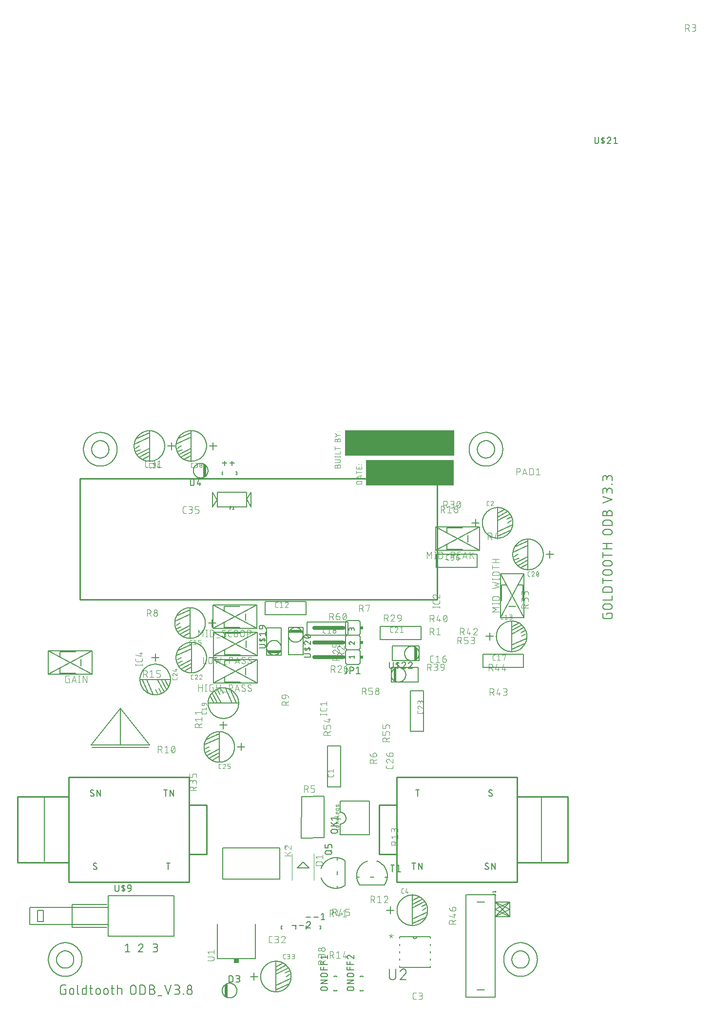
<source format=gbr>
G04 EAGLE Gerber X2 export*
%TF.Part,Single*%
%TF.FileFunction,Legend,Top,1*%
%TF.FilePolarity,Positive*%
%TF.GenerationSoftware,Autodesk,EAGLE,9.2.2*%
%TF.CreationDate,2019-06-08T20:52:32Z*%
G75*
%MOMM*%
%FSLAX34Y34*%
%LPD*%
%INSilkscreen Top*%
%AMOC8*
5,1,8,0,0,1.08239X$1,22.5*%
G01*
%ADD10C,0.152400*%
%ADD11R,19.050000X4.445000*%
%ADD12R,15.240000X4.445000*%
%ADD13C,0.076200*%
%ADD14C,0.203200*%
%ADD15C,0.127000*%
%ADD16C,0.101600*%
%ADD17C,0.254000*%
%ADD18R,0.863600X0.762000*%
%ADD19C,0.660400*%
%ADD20R,0.508000X0.609600*%


D10*
X45079Y22800D02*
X47789Y22800D01*
X47789Y13769D01*
X42370Y13769D01*
X42252Y13771D01*
X42134Y13777D01*
X42016Y13786D01*
X41899Y13800D01*
X41782Y13817D01*
X41665Y13838D01*
X41550Y13863D01*
X41435Y13892D01*
X41321Y13925D01*
X41209Y13961D01*
X41098Y14001D01*
X40988Y14044D01*
X40879Y14091D01*
X40772Y14141D01*
X40667Y14196D01*
X40564Y14253D01*
X40463Y14314D01*
X40363Y14378D01*
X40266Y14445D01*
X40171Y14515D01*
X40079Y14589D01*
X39988Y14665D01*
X39901Y14745D01*
X39816Y14827D01*
X39734Y14912D01*
X39654Y14999D01*
X39578Y15090D01*
X39504Y15182D01*
X39434Y15277D01*
X39367Y15374D01*
X39303Y15474D01*
X39242Y15575D01*
X39185Y15678D01*
X39130Y15783D01*
X39080Y15890D01*
X39033Y15999D01*
X38990Y16109D01*
X38950Y16220D01*
X38914Y16332D01*
X38881Y16446D01*
X38852Y16561D01*
X38827Y16676D01*
X38806Y16793D01*
X38789Y16910D01*
X38775Y17027D01*
X38766Y17145D01*
X38760Y17263D01*
X38758Y17381D01*
X38757Y17381D02*
X38757Y26412D01*
X38758Y26412D02*
X38760Y26530D01*
X38766Y26648D01*
X38775Y26766D01*
X38789Y26883D01*
X38806Y27000D01*
X38827Y27117D01*
X38852Y27232D01*
X38881Y27347D01*
X38914Y27461D01*
X38950Y27573D01*
X38990Y27684D01*
X39033Y27794D01*
X39080Y27903D01*
X39130Y28010D01*
X39184Y28115D01*
X39242Y28218D01*
X39303Y28319D01*
X39367Y28419D01*
X39434Y28516D01*
X39504Y28611D01*
X39578Y28703D01*
X39654Y28794D01*
X39734Y28881D01*
X39816Y28966D01*
X39901Y29048D01*
X39988Y29128D01*
X40079Y29204D01*
X40171Y29278D01*
X40266Y29348D01*
X40363Y29415D01*
X40463Y29479D01*
X40564Y29540D01*
X40667Y29597D01*
X40772Y29651D01*
X40879Y29702D01*
X40988Y29749D01*
X41098Y29792D01*
X41209Y29832D01*
X41321Y29868D01*
X41435Y29901D01*
X41550Y29930D01*
X41665Y29955D01*
X41782Y29976D01*
X41899Y29993D01*
X42016Y30007D01*
X42134Y30016D01*
X42252Y30022D01*
X42370Y30024D01*
X42370Y30025D02*
X47789Y30025D01*
X54771Y20994D02*
X54771Y17381D01*
X54771Y20994D02*
X54773Y21113D01*
X54779Y21233D01*
X54789Y21352D01*
X54803Y21470D01*
X54820Y21589D01*
X54842Y21706D01*
X54867Y21823D01*
X54897Y21938D01*
X54930Y22053D01*
X54967Y22167D01*
X55007Y22279D01*
X55052Y22390D01*
X55100Y22499D01*
X55151Y22607D01*
X55206Y22713D01*
X55265Y22817D01*
X55327Y22919D01*
X55392Y23019D01*
X55461Y23117D01*
X55533Y23213D01*
X55608Y23306D01*
X55685Y23396D01*
X55766Y23484D01*
X55850Y23569D01*
X55937Y23651D01*
X56026Y23731D01*
X56118Y23807D01*
X56212Y23881D01*
X56309Y23951D01*
X56407Y24018D01*
X56508Y24082D01*
X56612Y24142D01*
X56717Y24199D01*
X56824Y24252D01*
X56932Y24302D01*
X57042Y24348D01*
X57154Y24390D01*
X57267Y24429D01*
X57381Y24464D01*
X57496Y24495D01*
X57613Y24523D01*
X57730Y24546D01*
X57847Y24566D01*
X57966Y24582D01*
X58085Y24594D01*
X58204Y24602D01*
X58323Y24606D01*
X58443Y24606D01*
X58562Y24602D01*
X58681Y24594D01*
X58800Y24582D01*
X58919Y24566D01*
X59036Y24546D01*
X59153Y24523D01*
X59270Y24495D01*
X59385Y24464D01*
X59499Y24429D01*
X59612Y24390D01*
X59724Y24348D01*
X59834Y24302D01*
X59942Y24252D01*
X60049Y24199D01*
X60154Y24142D01*
X60258Y24082D01*
X60359Y24018D01*
X60457Y23951D01*
X60554Y23881D01*
X60648Y23807D01*
X60740Y23731D01*
X60829Y23651D01*
X60916Y23569D01*
X61000Y23484D01*
X61081Y23396D01*
X61158Y23306D01*
X61233Y23213D01*
X61305Y23117D01*
X61374Y23019D01*
X61439Y22919D01*
X61501Y22817D01*
X61560Y22713D01*
X61615Y22607D01*
X61666Y22499D01*
X61714Y22390D01*
X61759Y22279D01*
X61799Y22167D01*
X61836Y22053D01*
X61869Y21938D01*
X61899Y21823D01*
X61924Y21706D01*
X61946Y21589D01*
X61963Y21470D01*
X61977Y21352D01*
X61987Y21233D01*
X61993Y21113D01*
X61995Y20994D01*
X61996Y20994D02*
X61996Y17381D01*
X61995Y17381D02*
X61993Y17262D01*
X61987Y17142D01*
X61977Y17023D01*
X61963Y16905D01*
X61946Y16786D01*
X61924Y16669D01*
X61899Y16552D01*
X61869Y16437D01*
X61836Y16322D01*
X61799Y16208D01*
X61759Y16096D01*
X61714Y15985D01*
X61666Y15876D01*
X61615Y15768D01*
X61560Y15662D01*
X61501Y15558D01*
X61439Y15456D01*
X61374Y15356D01*
X61305Y15258D01*
X61233Y15162D01*
X61158Y15069D01*
X61081Y14979D01*
X61000Y14891D01*
X60916Y14806D01*
X60829Y14724D01*
X60740Y14644D01*
X60648Y14568D01*
X60554Y14494D01*
X60457Y14424D01*
X60359Y14357D01*
X60258Y14293D01*
X60154Y14233D01*
X60049Y14176D01*
X59942Y14123D01*
X59834Y14073D01*
X59724Y14027D01*
X59612Y13985D01*
X59499Y13946D01*
X59385Y13911D01*
X59270Y13880D01*
X59153Y13852D01*
X59036Y13829D01*
X58919Y13809D01*
X58800Y13793D01*
X58681Y13781D01*
X58562Y13773D01*
X58443Y13769D01*
X58323Y13769D01*
X58204Y13773D01*
X58085Y13781D01*
X57966Y13793D01*
X57847Y13809D01*
X57730Y13829D01*
X57613Y13852D01*
X57496Y13880D01*
X57381Y13911D01*
X57267Y13946D01*
X57154Y13985D01*
X57042Y14027D01*
X56932Y14073D01*
X56824Y14123D01*
X56717Y14176D01*
X56612Y14233D01*
X56508Y14293D01*
X56407Y14357D01*
X56309Y14424D01*
X56212Y14494D01*
X56118Y14568D01*
X56026Y14644D01*
X55937Y14724D01*
X55850Y14806D01*
X55766Y14891D01*
X55685Y14979D01*
X55608Y15069D01*
X55533Y15162D01*
X55461Y15258D01*
X55392Y15356D01*
X55327Y15456D01*
X55265Y15558D01*
X55206Y15662D01*
X55151Y15768D01*
X55100Y15876D01*
X55052Y15985D01*
X55007Y16096D01*
X54967Y16208D01*
X54930Y16322D01*
X54897Y16437D01*
X54867Y16552D01*
X54842Y16669D01*
X54820Y16786D01*
X54803Y16905D01*
X54789Y17023D01*
X54779Y17142D01*
X54773Y17262D01*
X54771Y17381D01*
X68555Y16478D02*
X68555Y30025D01*
X68555Y16478D02*
X68557Y16377D01*
X68563Y16276D01*
X68572Y16175D01*
X68585Y16074D01*
X68602Y15974D01*
X68623Y15875D01*
X68647Y15777D01*
X68675Y15680D01*
X68707Y15583D01*
X68742Y15488D01*
X68781Y15395D01*
X68823Y15303D01*
X68869Y15212D01*
X68918Y15123D01*
X68970Y15037D01*
X69026Y14952D01*
X69084Y14869D01*
X69146Y14789D01*
X69211Y14711D01*
X69278Y14635D01*
X69348Y14562D01*
X69421Y14492D01*
X69497Y14425D01*
X69575Y14360D01*
X69655Y14298D01*
X69738Y14240D01*
X69823Y14184D01*
X69910Y14132D01*
X69998Y14083D01*
X70089Y14037D01*
X70181Y13995D01*
X70274Y13956D01*
X70369Y13921D01*
X70466Y13889D01*
X70563Y13861D01*
X70661Y13837D01*
X70760Y13816D01*
X70860Y13799D01*
X70961Y13786D01*
X71062Y13777D01*
X71163Y13771D01*
X71264Y13769D01*
X83806Y13769D02*
X83806Y30025D01*
X83806Y13769D02*
X79291Y13769D01*
X79190Y13771D01*
X79089Y13777D01*
X78988Y13786D01*
X78887Y13799D01*
X78787Y13816D01*
X78688Y13837D01*
X78590Y13861D01*
X78493Y13889D01*
X78396Y13921D01*
X78301Y13956D01*
X78208Y13995D01*
X78116Y14037D01*
X78025Y14083D01*
X77937Y14132D01*
X77850Y14184D01*
X77765Y14240D01*
X77682Y14298D01*
X77602Y14360D01*
X77524Y14425D01*
X77448Y14492D01*
X77375Y14562D01*
X77305Y14635D01*
X77238Y14711D01*
X77173Y14789D01*
X77111Y14869D01*
X77053Y14952D01*
X76997Y15037D01*
X76945Y15123D01*
X76896Y15212D01*
X76850Y15303D01*
X76808Y15395D01*
X76769Y15488D01*
X76734Y15583D01*
X76702Y15680D01*
X76674Y15777D01*
X76650Y15875D01*
X76629Y15974D01*
X76612Y16074D01*
X76599Y16175D01*
X76590Y16276D01*
X76584Y16377D01*
X76582Y16478D01*
X76581Y16478D02*
X76581Y21897D01*
X76582Y21897D02*
X76584Y21998D01*
X76590Y22099D01*
X76599Y22200D01*
X76612Y22301D01*
X76629Y22401D01*
X76650Y22500D01*
X76674Y22598D01*
X76702Y22695D01*
X76734Y22792D01*
X76769Y22887D01*
X76808Y22980D01*
X76850Y23072D01*
X76896Y23163D01*
X76945Y23251D01*
X76997Y23338D01*
X77053Y23423D01*
X77111Y23506D01*
X77173Y23586D01*
X77238Y23664D01*
X77305Y23740D01*
X77375Y23813D01*
X77448Y23883D01*
X77524Y23950D01*
X77602Y24015D01*
X77682Y24077D01*
X77765Y24135D01*
X77850Y24191D01*
X77937Y24243D01*
X78025Y24292D01*
X78116Y24338D01*
X78208Y24380D01*
X78301Y24419D01*
X78396Y24454D01*
X78493Y24486D01*
X78590Y24514D01*
X78688Y24538D01*
X78787Y24559D01*
X78887Y24576D01*
X78988Y24589D01*
X79089Y24598D01*
X79190Y24604D01*
X79291Y24606D01*
X83806Y24606D01*
X89425Y24606D02*
X94844Y24606D01*
X91232Y30025D02*
X91232Y16478D01*
X91234Y16377D01*
X91240Y16276D01*
X91249Y16175D01*
X91262Y16074D01*
X91279Y15974D01*
X91300Y15875D01*
X91324Y15777D01*
X91352Y15680D01*
X91384Y15583D01*
X91419Y15488D01*
X91458Y15395D01*
X91500Y15303D01*
X91546Y15212D01*
X91595Y15123D01*
X91647Y15037D01*
X91703Y14952D01*
X91761Y14869D01*
X91823Y14789D01*
X91888Y14711D01*
X91955Y14635D01*
X92025Y14562D01*
X92098Y14492D01*
X92174Y14425D01*
X92252Y14360D01*
X92332Y14298D01*
X92415Y14240D01*
X92500Y14184D01*
X92587Y14132D01*
X92675Y14083D01*
X92766Y14037D01*
X92858Y13995D01*
X92951Y13956D01*
X93046Y13921D01*
X93143Y13889D01*
X93240Y13861D01*
X93338Y13837D01*
X93437Y13816D01*
X93537Y13799D01*
X93638Y13786D01*
X93739Y13777D01*
X93840Y13771D01*
X93941Y13769D01*
X94844Y13769D01*
X100622Y17381D02*
X100622Y20994D01*
X100623Y20994D02*
X100625Y21113D01*
X100631Y21233D01*
X100641Y21352D01*
X100655Y21470D01*
X100672Y21589D01*
X100694Y21706D01*
X100719Y21823D01*
X100749Y21938D01*
X100782Y22053D01*
X100819Y22167D01*
X100859Y22279D01*
X100904Y22390D01*
X100952Y22499D01*
X101003Y22607D01*
X101058Y22713D01*
X101117Y22817D01*
X101179Y22919D01*
X101244Y23019D01*
X101313Y23117D01*
X101385Y23213D01*
X101460Y23306D01*
X101537Y23396D01*
X101618Y23484D01*
X101702Y23569D01*
X101789Y23651D01*
X101878Y23731D01*
X101970Y23807D01*
X102064Y23881D01*
X102161Y23951D01*
X102259Y24018D01*
X102360Y24082D01*
X102464Y24142D01*
X102569Y24199D01*
X102676Y24252D01*
X102784Y24302D01*
X102894Y24348D01*
X103006Y24390D01*
X103119Y24429D01*
X103233Y24464D01*
X103348Y24495D01*
X103465Y24523D01*
X103582Y24546D01*
X103699Y24566D01*
X103818Y24582D01*
X103937Y24594D01*
X104056Y24602D01*
X104175Y24606D01*
X104295Y24606D01*
X104414Y24602D01*
X104533Y24594D01*
X104652Y24582D01*
X104771Y24566D01*
X104888Y24546D01*
X105005Y24523D01*
X105122Y24495D01*
X105237Y24464D01*
X105351Y24429D01*
X105464Y24390D01*
X105576Y24348D01*
X105686Y24302D01*
X105794Y24252D01*
X105901Y24199D01*
X106006Y24142D01*
X106110Y24082D01*
X106211Y24018D01*
X106309Y23951D01*
X106406Y23881D01*
X106500Y23807D01*
X106592Y23731D01*
X106681Y23651D01*
X106768Y23569D01*
X106852Y23484D01*
X106933Y23396D01*
X107010Y23306D01*
X107085Y23213D01*
X107157Y23117D01*
X107226Y23019D01*
X107291Y22919D01*
X107353Y22817D01*
X107412Y22713D01*
X107467Y22607D01*
X107518Y22499D01*
X107566Y22390D01*
X107611Y22279D01*
X107651Y22167D01*
X107688Y22053D01*
X107721Y21938D01*
X107751Y21823D01*
X107776Y21706D01*
X107798Y21589D01*
X107815Y21470D01*
X107829Y21352D01*
X107839Y21233D01*
X107845Y21113D01*
X107847Y20994D01*
X107847Y17381D01*
X107845Y17262D01*
X107839Y17142D01*
X107829Y17023D01*
X107815Y16905D01*
X107798Y16786D01*
X107776Y16669D01*
X107751Y16552D01*
X107721Y16437D01*
X107688Y16322D01*
X107651Y16208D01*
X107611Y16096D01*
X107566Y15985D01*
X107518Y15876D01*
X107467Y15768D01*
X107412Y15662D01*
X107353Y15558D01*
X107291Y15456D01*
X107226Y15356D01*
X107157Y15258D01*
X107085Y15162D01*
X107010Y15069D01*
X106933Y14979D01*
X106852Y14891D01*
X106768Y14806D01*
X106681Y14724D01*
X106592Y14644D01*
X106500Y14568D01*
X106406Y14494D01*
X106309Y14424D01*
X106211Y14357D01*
X106110Y14293D01*
X106006Y14233D01*
X105901Y14176D01*
X105794Y14123D01*
X105686Y14073D01*
X105576Y14027D01*
X105464Y13985D01*
X105351Y13946D01*
X105237Y13911D01*
X105122Y13880D01*
X105005Y13852D01*
X104888Y13829D01*
X104771Y13809D01*
X104652Y13793D01*
X104533Y13781D01*
X104414Y13773D01*
X104295Y13769D01*
X104175Y13769D01*
X104056Y13773D01*
X103937Y13781D01*
X103818Y13793D01*
X103699Y13809D01*
X103582Y13829D01*
X103465Y13852D01*
X103348Y13880D01*
X103233Y13911D01*
X103119Y13946D01*
X103006Y13985D01*
X102894Y14027D01*
X102784Y14073D01*
X102676Y14123D01*
X102569Y14176D01*
X102464Y14233D01*
X102360Y14293D01*
X102259Y14357D01*
X102161Y14424D01*
X102064Y14494D01*
X101970Y14568D01*
X101878Y14644D01*
X101789Y14724D01*
X101702Y14806D01*
X101618Y14891D01*
X101537Y14979D01*
X101460Y15069D01*
X101385Y15162D01*
X101313Y15258D01*
X101244Y15356D01*
X101179Y15456D01*
X101117Y15558D01*
X101058Y15662D01*
X101003Y15768D01*
X100952Y15876D01*
X100904Y15985D01*
X100859Y16096D01*
X100819Y16208D01*
X100782Y16322D01*
X100749Y16437D01*
X100719Y16552D01*
X100694Y16669D01*
X100672Y16786D01*
X100655Y16905D01*
X100641Y17023D01*
X100631Y17142D01*
X100625Y17262D01*
X100623Y17381D01*
X114169Y17381D02*
X114169Y20994D01*
X114170Y20994D02*
X114172Y21113D01*
X114178Y21233D01*
X114188Y21352D01*
X114202Y21470D01*
X114219Y21589D01*
X114241Y21706D01*
X114266Y21823D01*
X114296Y21938D01*
X114329Y22053D01*
X114366Y22167D01*
X114406Y22279D01*
X114451Y22390D01*
X114499Y22499D01*
X114550Y22607D01*
X114605Y22713D01*
X114664Y22817D01*
X114726Y22919D01*
X114791Y23019D01*
X114860Y23117D01*
X114932Y23213D01*
X115007Y23306D01*
X115084Y23396D01*
X115165Y23484D01*
X115249Y23569D01*
X115336Y23651D01*
X115425Y23731D01*
X115517Y23807D01*
X115611Y23881D01*
X115708Y23951D01*
X115806Y24018D01*
X115907Y24082D01*
X116011Y24142D01*
X116116Y24199D01*
X116223Y24252D01*
X116331Y24302D01*
X116441Y24348D01*
X116553Y24390D01*
X116666Y24429D01*
X116780Y24464D01*
X116895Y24495D01*
X117012Y24523D01*
X117129Y24546D01*
X117246Y24566D01*
X117365Y24582D01*
X117484Y24594D01*
X117603Y24602D01*
X117722Y24606D01*
X117842Y24606D01*
X117961Y24602D01*
X118080Y24594D01*
X118199Y24582D01*
X118318Y24566D01*
X118435Y24546D01*
X118552Y24523D01*
X118669Y24495D01*
X118784Y24464D01*
X118898Y24429D01*
X119011Y24390D01*
X119123Y24348D01*
X119233Y24302D01*
X119341Y24252D01*
X119448Y24199D01*
X119553Y24142D01*
X119657Y24082D01*
X119758Y24018D01*
X119856Y23951D01*
X119953Y23881D01*
X120047Y23807D01*
X120139Y23731D01*
X120228Y23651D01*
X120315Y23569D01*
X120399Y23484D01*
X120480Y23396D01*
X120557Y23306D01*
X120632Y23213D01*
X120704Y23117D01*
X120773Y23019D01*
X120838Y22919D01*
X120900Y22817D01*
X120959Y22713D01*
X121014Y22607D01*
X121065Y22499D01*
X121113Y22390D01*
X121158Y22279D01*
X121198Y22167D01*
X121235Y22053D01*
X121268Y21938D01*
X121298Y21823D01*
X121323Y21706D01*
X121345Y21589D01*
X121362Y21470D01*
X121376Y21352D01*
X121386Y21233D01*
X121392Y21113D01*
X121394Y20994D01*
X121394Y17381D01*
X121392Y17262D01*
X121386Y17142D01*
X121376Y17023D01*
X121362Y16905D01*
X121345Y16786D01*
X121323Y16669D01*
X121298Y16552D01*
X121268Y16437D01*
X121235Y16322D01*
X121198Y16208D01*
X121158Y16096D01*
X121113Y15985D01*
X121065Y15876D01*
X121014Y15768D01*
X120959Y15662D01*
X120900Y15558D01*
X120838Y15456D01*
X120773Y15356D01*
X120704Y15258D01*
X120632Y15162D01*
X120557Y15069D01*
X120480Y14979D01*
X120399Y14891D01*
X120315Y14806D01*
X120228Y14724D01*
X120139Y14644D01*
X120047Y14568D01*
X119953Y14494D01*
X119856Y14424D01*
X119758Y14357D01*
X119657Y14293D01*
X119553Y14233D01*
X119448Y14176D01*
X119341Y14123D01*
X119233Y14073D01*
X119123Y14027D01*
X119011Y13985D01*
X118898Y13946D01*
X118784Y13911D01*
X118669Y13880D01*
X118552Y13852D01*
X118435Y13829D01*
X118318Y13809D01*
X118199Y13793D01*
X118080Y13781D01*
X117961Y13773D01*
X117842Y13769D01*
X117722Y13769D01*
X117603Y13773D01*
X117484Y13781D01*
X117365Y13793D01*
X117246Y13809D01*
X117129Y13829D01*
X117012Y13852D01*
X116895Y13880D01*
X116780Y13911D01*
X116666Y13946D01*
X116553Y13985D01*
X116441Y14027D01*
X116331Y14073D01*
X116223Y14123D01*
X116116Y14176D01*
X116011Y14233D01*
X115907Y14293D01*
X115806Y14357D01*
X115708Y14424D01*
X115611Y14494D01*
X115517Y14568D01*
X115425Y14644D01*
X115336Y14724D01*
X115249Y14806D01*
X115165Y14891D01*
X115084Y14979D01*
X115007Y15069D01*
X114932Y15162D01*
X114860Y15258D01*
X114791Y15356D01*
X114726Y15456D01*
X114664Y15558D01*
X114605Y15662D01*
X114550Y15768D01*
X114499Y15876D01*
X114451Y15985D01*
X114406Y16096D01*
X114366Y16208D01*
X114329Y16322D01*
X114296Y16437D01*
X114266Y16552D01*
X114241Y16669D01*
X114219Y16786D01*
X114202Y16905D01*
X114188Y17023D01*
X114178Y17142D01*
X114172Y17262D01*
X114170Y17381D01*
X126419Y24606D02*
X131838Y24606D01*
X128225Y30025D02*
X128225Y16478D01*
X128226Y16478D02*
X128228Y16377D01*
X128234Y16276D01*
X128243Y16175D01*
X128256Y16074D01*
X128273Y15974D01*
X128294Y15875D01*
X128318Y15777D01*
X128346Y15680D01*
X128378Y15583D01*
X128413Y15488D01*
X128452Y15395D01*
X128494Y15303D01*
X128540Y15212D01*
X128589Y15123D01*
X128641Y15037D01*
X128697Y14952D01*
X128755Y14869D01*
X128817Y14789D01*
X128882Y14711D01*
X128949Y14635D01*
X129019Y14562D01*
X129092Y14492D01*
X129168Y14425D01*
X129246Y14360D01*
X129326Y14298D01*
X129409Y14240D01*
X129494Y14184D01*
X129581Y14132D01*
X129669Y14083D01*
X129760Y14037D01*
X129852Y13995D01*
X129945Y13956D01*
X130040Y13921D01*
X130137Y13889D01*
X130234Y13861D01*
X130332Y13837D01*
X130431Y13816D01*
X130531Y13799D01*
X130632Y13786D01*
X130733Y13777D01*
X130834Y13771D01*
X130935Y13769D01*
X131838Y13769D01*
X138137Y13769D02*
X138137Y30025D01*
X138137Y24606D02*
X142653Y24606D01*
X142757Y24604D01*
X142860Y24598D01*
X142964Y24588D01*
X143067Y24574D01*
X143169Y24556D01*
X143270Y24535D01*
X143371Y24509D01*
X143470Y24480D01*
X143569Y24447D01*
X143666Y24410D01*
X143761Y24369D01*
X143855Y24325D01*
X143947Y24277D01*
X144037Y24226D01*
X144126Y24171D01*
X144212Y24113D01*
X144295Y24051D01*
X144377Y23987D01*
X144455Y23919D01*
X144531Y23849D01*
X144605Y23776D01*
X144675Y23699D01*
X144743Y23621D01*
X144807Y23539D01*
X144869Y23456D01*
X144927Y23370D01*
X144982Y23281D01*
X145033Y23191D01*
X145081Y23099D01*
X145125Y23005D01*
X145166Y22910D01*
X145203Y22813D01*
X145236Y22714D01*
X145265Y22615D01*
X145291Y22514D01*
X145312Y22413D01*
X145330Y22311D01*
X145344Y22208D01*
X145354Y22104D01*
X145360Y22001D01*
X145362Y21897D01*
X145362Y13769D01*
X160681Y18284D02*
X160681Y25509D01*
X160680Y25509D02*
X160682Y25642D01*
X160688Y25774D01*
X160698Y25906D01*
X160711Y26038D01*
X160729Y26170D01*
X160750Y26300D01*
X160775Y26431D01*
X160804Y26560D01*
X160837Y26688D01*
X160873Y26816D01*
X160913Y26942D01*
X160957Y27067D01*
X161005Y27191D01*
X161056Y27313D01*
X161111Y27434D01*
X161169Y27553D01*
X161231Y27671D01*
X161296Y27786D01*
X161365Y27900D01*
X161436Y28011D01*
X161512Y28120D01*
X161590Y28227D01*
X161671Y28332D01*
X161756Y28434D01*
X161843Y28534D01*
X161933Y28631D01*
X162026Y28726D01*
X162122Y28817D01*
X162220Y28906D01*
X162321Y28992D01*
X162425Y29075D01*
X162531Y29155D01*
X162639Y29231D01*
X162749Y29305D01*
X162862Y29375D01*
X162976Y29442D01*
X163093Y29505D01*
X163211Y29565D01*
X163331Y29622D01*
X163453Y29675D01*
X163576Y29724D01*
X163700Y29770D01*
X163826Y29812D01*
X163953Y29850D01*
X164081Y29885D01*
X164210Y29916D01*
X164339Y29943D01*
X164470Y29966D01*
X164601Y29986D01*
X164733Y30001D01*
X164865Y30013D01*
X164997Y30021D01*
X165130Y30025D01*
X165262Y30025D01*
X165395Y30021D01*
X165527Y30013D01*
X165659Y30001D01*
X165791Y29986D01*
X165922Y29966D01*
X166053Y29943D01*
X166182Y29916D01*
X166311Y29885D01*
X166439Y29850D01*
X166566Y29812D01*
X166692Y29770D01*
X166816Y29724D01*
X166939Y29675D01*
X167061Y29622D01*
X167181Y29565D01*
X167299Y29505D01*
X167416Y29442D01*
X167530Y29375D01*
X167643Y29305D01*
X167753Y29231D01*
X167861Y29155D01*
X167967Y29075D01*
X168071Y28992D01*
X168172Y28906D01*
X168270Y28817D01*
X168366Y28726D01*
X168459Y28631D01*
X168549Y28534D01*
X168636Y28434D01*
X168721Y28332D01*
X168802Y28227D01*
X168880Y28120D01*
X168956Y28011D01*
X169027Y27900D01*
X169096Y27786D01*
X169161Y27671D01*
X169223Y27553D01*
X169281Y27434D01*
X169336Y27313D01*
X169387Y27191D01*
X169435Y27067D01*
X169479Y26942D01*
X169519Y26816D01*
X169555Y26688D01*
X169588Y26560D01*
X169617Y26431D01*
X169642Y26300D01*
X169663Y26170D01*
X169681Y26038D01*
X169694Y25906D01*
X169704Y25774D01*
X169710Y25642D01*
X169712Y25509D01*
X169712Y18284D01*
X169710Y18151D01*
X169704Y18019D01*
X169694Y17887D01*
X169681Y17755D01*
X169663Y17623D01*
X169642Y17493D01*
X169617Y17362D01*
X169588Y17233D01*
X169555Y17105D01*
X169519Y16977D01*
X169479Y16851D01*
X169435Y16726D01*
X169387Y16602D01*
X169336Y16480D01*
X169281Y16359D01*
X169223Y16240D01*
X169161Y16122D01*
X169096Y16007D01*
X169027Y15893D01*
X168956Y15782D01*
X168880Y15673D01*
X168802Y15566D01*
X168721Y15461D01*
X168636Y15359D01*
X168549Y15259D01*
X168459Y15162D01*
X168366Y15067D01*
X168270Y14976D01*
X168172Y14887D01*
X168071Y14801D01*
X167967Y14718D01*
X167861Y14638D01*
X167753Y14562D01*
X167643Y14488D01*
X167530Y14418D01*
X167416Y14351D01*
X167299Y14288D01*
X167181Y14228D01*
X167061Y14171D01*
X166939Y14118D01*
X166816Y14069D01*
X166692Y14023D01*
X166566Y13981D01*
X166439Y13943D01*
X166311Y13908D01*
X166182Y13877D01*
X166053Y13850D01*
X165922Y13827D01*
X165791Y13807D01*
X165659Y13792D01*
X165527Y13780D01*
X165395Y13772D01*
X165262Y13768D01*
X165130Y13768D01*
X164997Y13772D01*
X164865Y13780D01*
X164733Y13792D01*
X164601Y13807D01*
X164470Y13827D01*
X164339Y13850D01*
X164210Y13877D01*
X164081Y13908D01*
X163953Y13943D01*
X163826Y13981D01*
X163700Y14023D01*
X163576Y14069D01*
X163453Y14118D01*
X163331Y14171D01*
X163211Y14228D01*
X163093Y14288D01*
X162976Y14351D01*
X162862Y14418D01*
X162749Y14488D01*
X162639Y14562D01*
X162531Y14638D01*
X162425Y14718D01*
X162321Y14801D01*
X162220Y14887D01*
X162122Y14976D01*
X162026Y15067D01*
X161933Y15162D01*
X161843Y15259D01*
X161756Y15359D01*
X161671Y15461D01*
X161590Y15566D01*
X161512Y15673D01*
X161436Y15782D01*
X161365Y15893D01*
X161296Y16007D01*
X161231Y16122D01*
X161169Y16240D01*
X161111Y16359D01*
X161056Y16480D01*
X161005Y16602D01*
X160957Y16726D01*
X160913Y16851D01*
X160873Y16977D01*
X160837Y17105D01*
X160804Y17233D01*
X160775Y17362D01*
X160750Y17493D01*
X160729Y17623D01*
X160711Y17755D01*
X160698Y17887D01*
X160688Y18019D01*
X160682Y18151D01*
X160680Y18284D01*
X176833Y13769D02*
X176833Y30025D01*
X181349Y30025D01*
X181480Y30023D01*
X181612Y30017D01*
X181743Y30008D01*
X181873Y29994D01*
X182004Y29977D01*
X182133Y29956D01*
X182262Y29932D01*
X182390Y29903D01*
X182518Y29871D01*
X182644Y29835D01*
X182769Y29796D01*
X182894Y29753D01*
X183016Y29706D01*
X183138Y29656D01*
X183258Y29602D01*
X183376Y29545D01*
X183492Y29484D01*
X183607Y29420D01*
X183720Y29353D01*
X183831Y29282D01*
X183939Y29208D01*
X184046Y29131D01*
X184150Y29051D01*
X184252Y28968D01*
X184351Y28883D01*
X184448Y28794D01*
X184542Y28702D01*
X184634Y28608D01*
X184723Y28511D01*
X184808Y28412D01*
X184891Y28310D01*
X184971Y28206D01*
X185048Y28099D01*
X185122Y27991D01*
X185193Y27880D01*
X185260Y27767D01*
X185324Y27652D01*
X185385Y27536D01*
X185442Y27418D01*
X185496Y27298D01*
X185546Y27176D01*
X185593Y27054D01*
X185636Y26929D01*
X185675Y26804D01*
X185711Y26678D01*
X185743Y26550D01*
X185772Y26422D01*
X185796Y26293D01*
X185817Y26164D01*
X185834Y26033D01*
X185848Y25903D01*
X185857Y25772D01*
X185863Y25640D01*
X185865Y25509D01*
X185864Y25509D02*
X185864Y18284D01*
X185865Y18284D02*
X185863Y18153D01*
X185857Y18021D01*
X185848Y17890D01*
X185834Y17760D01*
X185817Y17629D01*
X185796Y17500D01*
X185772Y17371D01*
X185743Y17243D01*
X185711Y17115D01*
X185675Y16989D01*
X185636Y16864D01*
X185593Y16739D01*
X185546Y16617D01*
X185496Y16495D01*
X185442Y16375D01*
X185385Y16257D01*
X185324Y16141D01*
X185260Y16026D01*
X185193Y15913D01*
X185122Y15802D01*
X185048Y15694D01*
X184971Y15587D01*
X184891Y15483D01*
X184808Y15381D01*
X184723Y15282D01*
X184634Y15185D01*
X184542Y15091D01*
X184448Y14999D01*
X184351Y14910D01*
X184252Y14825D01*
X184150Y14742D01*
X184046Y14662D01*
X183939Y14585D01*
X183831Y14511D01*
X183720Y14440D01*
X183607Y14373D01*
X183492Y14309D01*
X183376Y14248D01*
X183258Y14191D01*
X183138Y14137D01*
X183016Y14087D01*
X182894Y14040D01*
X182769Y13997D01*
X182644Y13958D01*
X182518Y13922D01*
X182390Y13890D01*
X182262Y13861D01*
X182133Y13837D01*
X182003Y13816D01*
X181873Y13799D01*
X181743Y13785D01*
X181612Y13776D01*
X181480Y13770D01*
X181349Y13768D01*
X181349Y13769D02*
X176833Y13769D01*
X193718Y22800D02*
X198233Y22800D01*
X198366Y22798D01*
X198498Y22792D01*
X198630Y22782D01*
X198762Y22769D01*
X198894Y22751D01*
X199024Y22730D01*
X199155Y22705D01*
X199284Y22676D01*
X199412Y22643D01*
X199540Y22607D01*
X199666Y22567D01*
X199791Y22523D01*
X199915Y22475D01*
X200037Y22424D01*
X200158Y22369D01*
X200277Y22311D01*
X200395Y22249D01*
X200510Y22184D01*
X200624Y22115D01*
X200735Y22044D01*
X200844Y21968D01*
X200951Y21890D01*
X201056Y21809D01*
X201158Y21724D01*
X201258Y21637D01*
X201355Y21547D01*
X201450Y21454D01*
X201541Y21358D01*
X201630Y21260D01*
X201716Y21159D01*
X201799Y21055D01*
X201879Y20949D01*
X201955Y20841D01*
X202029Y20731D01*
X202099Y20618D01*
X202166Y20504D01*
X202229Y20387D01*
X202289Y20269D01*
X202346Y20149D01*
X202399Y20027D01*
X202448Y19904D01*
X202494Y19780D01*
X202536Y19654D01*
X202574Y19527D01*
X202609Y19399D01*
X202640Y19270D01*
X202667Y19141D01*
X202690Y19010D01*
X202710Y18879D01*
X202725Y18747D01*
X202737Y18615D01*
X202745Y18483D01*
X202749Y18350D01*
X202749Y18218D01*
X202745Y18085D01*
X202737Y17953D01*
X202725Y17821D01*
X202710Y17689D01*
X202690Y17558D01*
X202667Y17427D01*
X202640Y17298D01*
X202609Y17169D01*
X202574Y17041D01*
X202536Y16914D01*
X202494Y16788D01*
X202448Y16664D01*
X202399Y16541D01*
X202346Y16419D01*
X202289Y16299D01*
X202229Y16181D01*
X202166Y16064D01*
X202099Y15950D01*
X202029Y15837D01*
X201955Y15727D01*
X201879Y15619D01*
X201799Y15513D01*
X201716Y15409D01*
X201630Y15308D01*
X201541Y15210D01*
X201450Y15114D01*
X201355Y15021D01*
X201258Y14931D01*
X201158Y14844D01*
X201056Y14759D01*
X200951Y14678D01*
X200844Y14600D01*
X200735Y14524D01*
X200624Y14453D01*
X200510Y14384D01*
X200395Y14319D01*
X200277Y14257D01*
X200158Y14199D01*
X200037Y14144D01*
X199915Y14093D01*
X199791Y14045D01*
X199666Y14001D01*
X199540Y13961D01*
X199412Y13925D01*
X199284Y13892D01*
X199155Y13863D01*
X199024Y13838D01*
X198894Y13817D01*
X198762Y13799D01*
X198630Y13786D01*
X198498Y13776D01*
X198366Y13770D01*
X198233Y13768D01*
X198233Y13769D02*
X193718Y13769D01*
X193718Y30025D01*
X198233Y30025D01*
X198233Y30024D02*
X198352Y30022D01*
X198472Y30016D01*
X198591Y30006D01*
X198709Y29992D01*
X198828Y29975D01*
X198945Y29953D01*
X199062Y29928D01*
X199177Y29898D01*
X199292Y29865D01*
X199406Y29828D01*
X199518Y29788D01*
X199629Y29743D01*
X199738Y29695D01*
X199846Y29644D01*
X199952Y29589D01*
X200056Y29530D01*
X200158Y29468D01*
X200258Y29403D01*
X200356Y29334D01*
X200452Y29262D01*
X200545Y29187D01*
X200635Y29110D01*
X200723Y29029D01*
X200808Y28945D01*
X200890Y28858D01*
X200970Y28769D01*
X201046Y28677D01*
X201120Y28583D01*
X201190Y28486D01*
X201257Y28388D01*
X201321Y28287D01*
X201381Y28183D01*
X201438Y28078D01*
X201491Y27971D01*
X201541Y27863D01*
X201587Y27753D01*
X201629Y27641D01*
X201668Y27528D01*
X201703Y27414D01*
X201734Y27299D01*
X201762Y27182D01*
X201785Y27065D01*
X201805Y26948D01*
X201821Y26829D01*
X201833Y26710D01*
X201841Y26591D01*
X201845Y26472D01*
X201845Y26352D01*
X201841Y26233D01*
X201833Y26114D01*
X201821Y25995D01*
X201805Y25876D01*
X201785Y25759D01*
X201762Y25642D01*
X201734Y25525D01*
X201703Y25410D01*
X201668Y25296D01*
X201629Y25183D01*
X201587Y25071D01*
X201541Y24961D01*
X201491Y24853D01*
X201438Y24746D01*
X201381Y24641D01*
X201321Y24537D01*
X201257Y24436D01*
X201190Y24338D01*
X201120Y24241D01*
X201046Y24147D01*
X200970Y24055D01*
X200890Y23966D01*
X200808Y23879D01*
X200723Y23795D01*
X200635Y23714D01*
X200545Y23637D01*
X200452Y23562D01*
X200356Y23490D01*
X200258Y23421D01*
X200158Y23356D01*
X200056Y23294D01*
X199952Y23235D01*
X199846Y23180D01*
X199738Y23129D01*
X199629Y23081D01*
X199518Y23036D01*
X199406Y22996D01*
X199292Y22959D01*
X199177Y22926D01*
X199062Y22896D01*
X198945Y22871D01*
X198828Y22849D01*
X198709Y22832D01*
X198591Y22818D01*
X198472Y22808D01*
X198352Y22802D01*
X198233Y22800D01*
X207957Y11963D02*
X215182Y11963D01*
X225637Y13769D02*
X220219Y30025D01*
X231056Y30025D02*
X225637Y13769D01*
X236753Y13769D02*
X241268Y13769D01*
X241268Y13768D02*
X241401Y13770D01*
X241533Y13776D01*
X241665Y13786D01*
X241797Y13799D01*
X241929Y13817D01*
X242059Y13838D01*
X242190Y13863D01*
X242319Y13892D01*
X242447Y13925D01*
X242575Y13961D01*
X242701Y14001D01*
X242826Y14045D01*
X242950Y14093D01*
X243072Y14144D01*
X243193Y14199D01*
X243312Y14257D01*
X243430Y14319D01*
X243545Y14384D01*
X243659Y14453D01*
X243770Y14524D01*
X243879Y14600D01*
X243986Y14678D01*
X244091Y14759D01*
X244193Y14844D01*
X244293Y14931D01*
X244390Y15021D01*
X244485Y15114D01*
X244576Y15210D01*
X244665Y15308D01*
X244751Y15409D01*
X244834Y15513D01*
X244914Y15619D01*
X244990Y15727D01*
X245064Y15837D01*
X245134Y15950D01*
X245201Y16064D01*
X245264Y16181D01*
X245324Y16299D01*
X245381Y16419D01*
X245434Y16541D01*
X245483Y16664D01*
X245529Y16788D01*
X245571Y16914D01*
X245609Y17041D01*
X245644Y17169D01*
X245675Y17298D01*
X245702Y17427D01*
X245725Y17558D01*
X245745Y17689D01*
X245760Y17821D01*
X245772Y17953D01*
X245780Y18085D01*
X245784Y18218D01*
X245784Y18350D01*
X245780Y18483D01*
X245772Y18615D01*
X245760Y18747D01*
X245745Y18879D01*
X245725Y19010D01*
X245702Y19141D01*
X245675Y19270D01*
X245644Y19399D01*
X245609Y19527D01*
X245571Y19654D01*
X245529Y19780D01*
X245483Y19904D01*
X245434Y20027D01*
X245381Y20149D01*
X245324Y20269D01*
X245264Y20387D01*
X245201Y20504D01*
X245134Y20618D01*
X245064Y20731D01*
X244990Y20841D01*
X244914Y20949D01*
X244834Y21055D01*
X244751Y21159D01*
X244665Y21260D01*
X244576Y21358D01*
X244485Y21454D01*
X244390Y21547D01*
X244293Y21637D01*
X244193Y21724D01*
X244091Y21809D01*
X243986Y21890D01*
X243879Y21968D01*
X243770Y22044D01*
X243659Y22115D01*
X243545Y22184D01*
X243430Y22249D01*
X243312Y22311D01*
X243193Y22369D01*
X243072Y22424D01*
X242950Y22475D01*
X242826Y22523D01*
X242701Y22567D01*
X242575Y22607D01*
X242447Y22643D01*
X242319Y22676D01*
X242190Y22705D01*
X242059Y22730D01*
X241929Y22751D01*
X241797Y22769D01*
X241665Y22782D01*
X241533Y22792D01*
X241401Y22798D01*
X241268Y22800D01*
X242172Y30025D02*
X236753Y30025D01*
X242172Y30024D02*
X242291Y30022D01*
X242411Y30016D01*
X242530Y30006D01*
X242648Y29992D01*
X242767Y29975D01*
X242884Y29953D01*
X243001Y29928D01*
X243116Y29898D01*
X243231Y29865D01*
X243345Y29828D01*
X243457Y29788D01*
X243568Y29743D01*
X243677Y29695D01*
X243785Y29644D01*
X243891Y29589D01*
X243995Y29530D01*
X244097Y29468D01*
X244197Y29403D01*
X244295Y29334D01*
X244391Y29262D01*
X244484Y29187D01*
X244574Y29110D01*
X244662Y29029D01*
X244747Y28945D01*
X244829Y28858D01*
X244909Y28769D01*
X244985Y28677D01*
X245059Y28583D01*
X245129Y28486D01*
X245196Y28388D01*
X245260Y28287D01*
X245320Y28183D01*
X245377Y28078D01*
X245430Y27971D01*
X245480Y27863D01*
X245526Y27753D01*
X245568Y27641D01*
X245607Y27528D01*
X245642Y27414D01*
X245673Y27299D01*
X245701Y27182D01*
X245724Y27065D01*
X245744Y26948D01*
X245760Y26829D01*
X245772Y26710D01*
X245780Y26591D01*
X245784Y26472D01*
X245784Y26352D01*
X245780Y26233D01*
X245772Y26114D01*
X245760Y25995D01*
X245744Y25876D01*
X245724Y25759D01*
X245701Y25642D01*
X245673Y25525D01*
X245642Y25410D01*
X245607Y25296D01*
X245568Y25183D01*
X245526Y25071D01*
X245480Y24961D01*
X245430Y24853D01*
X245377Y24746D01*
X245320Y24641D01*
X245260Y24537D01*
X245196Y24436D01*
X245129Y24338D01*
X245059Y24241D01*
X244985Y24147D01*
X244909Y24055D01*
X244829Y23966D01*
X244747Y23879D01*
X244662Y23795D01*
X244574Y23714D01*
X244484Y23637D01*
X244391Y23562D01*
X244295Y23490D01*
X244197Y23421D01*
X244097Y23356D01*
X243995Y23294D01*
X243891Y23235D01*
X243785Y23180D01*
X243677Y23129D01*
X243568Y23081D01*
X243457Y23036D01*
X243345Y22996D01*
X243231Y22959D01*
X243116Y22926D01*
X243001Y22896D01*
X242884Y22871D01*
X242767Y22849D01*
X242648Y22832D01*
X242530Y22818D01*
X242411Y22808D01*
X242291Y22802D01*
X242172Y22800D01*
X238559Y22800D01*
X251759Y14672D02*
X251759Y13769D01*
X251759Y14672D02*
X252662Y14672D01*
X252662Y13769D01*
X251759Y13769D01*
X258636Y18284D02*
X258638Y18417D01*
X258644Y18549D01*
X258654Y18681D01*
X258667Y18813D01*
X258685Y18945D01*
X258706Y19075D01*
X258731Y19206D01*
X258760Y19335D01*
X258793Y19463D01*
X258829Y19591D01*
X258869Y19717D01*
X258913Y19842D01*
X258961Y19966D01*
X259012Y20088D01*
X259067Y20209D01*
X259125Y20328D01*
X259187Y20446D01*
X259252Y20561D01*
X259321Y20675D01*
X259392Y20786D01*
X259468Y20895D01*
X259546Y21002D01*
X259627Y21107D01*
X259712Y21209D01*
X259799Y21309D01*
X259889Y21406D01*
X259982Y21501D01*
X260078Y21592D01*
X260176Y21681D01*
X260277Y21767D01*
X260381Y21850D01*
X260487Y21930D01*
X260595Y22006D01*
X260705Y22080D01*
X260818Y22150D01*
X260932Y22217D01*
X261049Y22280D01*
X261167Y22340D01*
X261287Y22397D01*
X261409Y22450D01*
X261532Y22499D01*
X261656Y22545D01*
X261782Y22587D01*
X261909Y22625D01*
X262037Y22660D01*
X262166Y22691D01*
X262295Y22718D01*
X262426Y22741D01*
X262557Y22761D01*
X262689Y22776D01*
X262821Y22788D01*
X262953Y22796D01*
X263086Y22800D01*
X263218Y22800D01*
X263351Y22796D01*
X263483Y22788D01*
X263615Y22776D01*
X263747Y22761D01*
X263878Y22741D01*
X264009Y22718D01*
X264138Y22691D01*
X264267Y22660D01*
X264395Y22625D01*
X264522Y22587D01*
X264648Y22545D01*
X264772Y22499D01*
X264895Y22450D01*
X265017Y22397D01*
X265137Y22340D01*
X265255Y22280D01*
X265372Y22217D01*
X265486Y22150D01*
X265599Y22080D01*
X265709Y22006D01*
X265817Y21930D01*
X265923Y21850D01*
X266027Y21767D01*
X266128Y21681D01*
X266226Y21592D01*
X266322Y21501D01*
X266415Y21406D01*
X266505Y21309D01*
X266592Y21209D01*
X266677Y21107D01*
X266758Y21002D01*
X266836Y20895D01*
X266912Y20786D01*
X266983Y20675D01*
X267052Y20561D01*
X267117Y20446D01*
X267179Y20328D01*
X267237Y20209D01*
X267292Y20088D01*
X267343Y19966D01*
X267391Y19842D01*
X267435Y19717D01*
X267475Y19591D01*
X267511Y19463D01*
X267544Y19335D01*
X267573Y19206D01*
X267598Y19075D01*
X267619Y18945D01*
X267637Y18813D01*
X267650Y18681D01*
X267660Y18549D01*
X267666Y18417D01*
X267668Y18284D01*
X267666Y18151D01*
X267660Y18019D01*
X267650Y17887D01*
X267637Y17755D01*
X267619Y17623D01*
X267598Y17493D01*
X267573Y17362D01*
X267544Y17233D01*
X267511Y17105D01*
X267475Y16977D01*
X267435Y16851D01*
X267391Y16726D01*
X267343Y16602D01*
X267292Y16480D01*
X267237Y16359D01*
X267179Y16240D01*
X267117Y16122D01*
X267052Y16007D01*
X266983Y15893D01*
X266912Y15782D01*
X266836Y15673D01*
X266758Y15566D01*
X266677Y15461D01*
X266592Y15359D01*
X266505Y15259D01*
X266415Y15162D01*
X266322Y15067D01*
X266226Y14976D01*
X266128Y14887D01*
X266027Y14801D01*
X265923Y14718D01*
X265817Y14638D01*
X265709Y14562D01*
X265599Y14488D01*
X265486Y14418D01*
X265372Y14351D01*
X265255Y14288D01*
X265137Y14228D01*
X265017Y14171D01*
X264895Y14118D01*
X264772Y14069D01*
X264648Y14023D01*
X264522Y13981D01*
X264395Y13943D01*
X264267Y13908D01*
X264138Y13877D01*
X264009Y13850D01*
X263878Y13827D01*
X263747Y13807D01*
X263615Y13792D01*
X263483Y13780D01*
X263351Y13772D01*
X263218Y13768D01*
X263086Y13768D01*
X262953Y13772D01*
X262821Y13780D01*
X262689Y13792D01*
X262557Y13807D01*
X262426Y13827D01*
X262295Y13850D01*
X262166Y13877D01*
X262037Y13908D01*
X261909Y13943D01*
X261782Y13981D01*
X261656Y14023D01*
X261532Y14069D01*
X261409Y14118D01*
X261287Y14171D01*
X261167Y14228D01*
X261049Y14288D01*
X260932Y14351D01*
X260818Y14418D01*
X260705Y14488D01*
X260595Y14562D01*
X260487Y14638D01*
X260381Y14718D01*
X260277Y14801D01*
X260176Y14887D01*
X260078Y14976D01*
X259982Y15067D01*
X259889Y15162D01*
X259799Y15259D01*
X259712Y15359D01*
X259627Y15461D01*
X259546Y15566D01*
X259468Y15673D01*
X259392Y15782D01*
X259321Y15893D01*
X259252Y16007D01*
X259187Y16122D01*
X259125Y16240D01*
X259067Y16359D01*
X259012Y16480D01*
X258961Y16602D01*
X258913Y16726D01*
X258869Y16851D01*
X258829Y16977D01*
X258793Y17105D01*
X258760Y17233D01*
X258731Y17362D01*
X258706Y17493D01*
X258685Y17623D01*
X258667Y17755D01*
X258654Y17887D01*
X258644Y18019D01*
X258638Y18151D01*
X258636Y18284D01*
X259540Y26412D02*
X259542Y26531D01*
X259548Y26651D01*
X259558Y26770D01*
X259572Y26888D01*
X259589Y27007D01*
X259611Y27124D01*
X259636Y27241D01*
X259666Y27356D01*
X259699Y27471D01*
X259736Y27585D01*
X259776Y27697D01*
X259821Y27808D01*
X259869Y27917D01*
X259920Y28025D01*
X259975Y28131D01*
X260034Y28235D01*
X260096Y28337D01*
X260161Y28437D01*
X260230Y28535D01*
X260302Y28631D01*
X260377Y28724D01*
X260454Y28814D01*
X260535Y28902D01*
X260619Y28987D01*
X260706Y29069D01*
X260795Y29149D01*
X260887Y29225D01*
X260981Y29299D01*
X261078Y29369D01*
X261176Y29436D01*
X261277Y29500D01*
X261381Y29560D01*
X261486Y29617D01*
X261593Y29670D01*
X261701Y29720D01*
X261811Y29766D01*
X261923Y29808D01*
X262036Y29847D01*
X262150Y29882D01*
X262265Y29913D01*
X262382Y29941D01*
X262499Y29964D01*
X262616Y29984D01*
X262735Y30000D01*
X262854Y30012D01*
X262973Y30020D01*
X263092Y30024D01*
X263212Y30024D01*
X263331Y30020D01*
X263450Y30012D01*
X263569Y30000D01*
X263688Y29984D01*
X263805Y29964D01*
X263922Y29941D01*
X264039Y29913D01*
X264154Y29882D01*
X264268Y29847D01*
X264381Y29808D01*
X264493Y29766D01*
X264603Y29720D01*
X264711Y29670D01*
X264818Y29617D01*
X264923Y29560D01*
X265027Y29500D01*
X265128Y29436D01*
X265226Y29369D01*
X265323Y29299D01*
X265417Y29225D01*
X265509Y29149D01*
X265598Y29069D01*
X265685Y28987D01*
X265769Y28902D01*
X265850Y28814D01*
X265927Y28724D01*
X266002Y28631D01*
X266074Y28535D01*
X266143Y28437D01*
X266208Y28337D01*
X266270Y28235D01*
X266329Y28131D01*
X266384Y28025D01*
X266435Y27917D01*
X266483Y27808D01*
X266528Y27697D01*
X266568Y27585D01*
X266605Y27471D01*
X266638Y27356D01*
X266668Y27241D01*
X266693Y27124D01*
X266715Y27007D01*
X266732Y26888D01*
X266746Y26770D01*
X266756Y26651D01*
X266762Y26531D01*
X266764Y26412D01*
X266762Y26293D01*
X266756Y26173D01*
X266746Y26054D01*
X266732Y25936D01*
X266715Y25817D01*
X266693Y25700D01*
X266668Y25583D01*
X266638Y25468D01*
X266605Y25353D01*
X266568Y25239D01*
X266528Y25127D01*
X266483Y25016D01*
X266435Y24907D01*
X266384Y24799D01*
X266329Y24693D01*
X266270Y24589D01*
X266208Y24487D01*
X266143Y24387D01*
X266074Y24289D01*
X266002Y24193D01*
X265927Y24100D01*
X265850Y24010D01*
X265769Y23922D01*
X265685Y23837D01*
X265598Y23755D01*
X265509Y23675D01*
X265417Y23599D01*
X265323Y23525D01*
X265226Y23455D01*
X265128Y23388D01*
X265027Y23324D01*
X264923Y23264D01*
X264818Y23207D01*
X264711Y23154D01*
X264603Y23104D01*
X264493Y23058D01*
X264381Y23016D01*
X264268Y22977D01*
X264154Y22942D01*
X264039Y22911D01*
X263922Y22883D01*
X263805Y22860D01*
X263688Y22840D01*
X263569Y22824D01*
X263450Y22812D01*
X263331Y22804D01*
X263212Y22800D01*
X263092Y22800D01*
X262973Y22804D01*
X262854Y22812D01*
X262735Y22824D01*
X262616Y22840D01*
X262499Y22860D01*
X262382Y22883D01*
X262265Y22911D01*
X262150Y22942D01*
X262036Y22977D01*
X261923Y23016D01*
X261811Y23058D01*
X261701Y23104D01*
X261593Y23154D01*
X261486Y23207D01*
X261381Y23264D01*
X261277Y23324D01*
X261176Y23388D01*
X261078Y23455D01*
X260981Y23525D01*
X260887Y23599D01*
X260795Y23675D01*
X260706Y23755D01*
X260619Y23837D01*
X260535Y23922D01*
X260454Y24010D01*
X260377Y24100D01*
X260302Y24193D01*
X260230Y24289D01*
X260161Y24387D01*
X260096Y24487D01*
X260034Y24589D01*
X259975Y24693D01*
X259920Y24799D01*
X259869Y24907D01*
X259821Y25016D01*
X259776Y25127D01*
X259736Y25239D01*
X259699Y25353D01*
X259666Y25468D01*
X259636Y25583D01*
X259611Y25700D01*
X259589Y25817D01*
X259572Y25936D01*
X259558Y26054D01*
X259548Y26173D01*
X259542Y26293D01*
X259540Y26412D01*
X988202Y672632D02*
X988202Y675341D01*
X997234Y675341D01*
X997234Y669922D01*
X997233Y669922D02*
X997231Y669804D01*
X997225Y669686D01*
X997216Y669568D01*
X997202Y669451D01*
X997185Y669334D01*
X997164Y669217D01*
X997139Y669102D01*
X997110Y668987D01*
X997077Y668873D01*
X997041Y668761D01*
X997001Y668650D01*
X996958Y668540D01*
X996911Y668431D01*
X996861Y668324D01*
X996806Y668219D01*
X996749Y668116D01*
X996688Y668015D01*
X996624Y667915D01*
X996557Y667818D01*
X996487Y667723D01*
X996413Y667631D01*
X996337Y667540D01*
X996257Y667453D01*
X996175Y667368D01*
X996090Y667286D01*
X996003Y667206D01*
X995912Y667130D01*
X995820Y667056D01*
X995725Y666986D01*
X995628Y666919D01*
X995528Y666855D01*
X995427Y666794D01*
X995324Y666737D01*
X995219Y666682D01*
X995112Y666632D01*
X995003Y666585D01*
X994893Y666542D01*
X994782Y666502D01*
X994670Y666466D01*
X994556Y666433D01*
X994441Y666404D01*
X994326Y666379D01*
X994209Y666358D01*
X994092Y666341D01*
X993975Y666327D01*
X993857Y666318D01*
X993739Y666312D01*
X993621Y666310D01*
X984590Y666310D01*
X984590Y666309D02*
X984472Y666311D01*
X984354Y666317D01*
X984236Y666326D01*
X984118Y666340D01*
X984001Y666357D01*
X983885Y666378D01*
X983770Y666403D01*
X983655Y666432D01*
X983541Y666465D01*
X983429Y666501D01*
X983317Y666541D01*
X983207Y666584D01*
X983099Y666631D01*
X982992Y666682D01*
X982887Y666736D01*
X982784Y666793D01*
X982682Y666854D01*
X982583Y666918D01*
X982486Y666985D01*
X982391Y667056D01*
X982298Y667129D01*
X982208Y667206D01*
X982120Y667285D01*
X982035Y667367D01*
X981953Y667452D01*
X981874Y667540D01*
X981797Y667630D01*
X981724Y667723D01*
X981653Y667817D01*
X981586Y667915D01*
X981522Y668014D01*
X981461Y668115D01*
X981404Y668219D01*
X981350Y668324D01*
X981299Y668431D01*
X981252Y668539D01*
X981209Y668649D01*
X981169Y668761D01*
X981133Y668873D01*
X981100Y668987D01*
X981071Y669102D01*
X981046Y669217D01*
X981025Y669333D01*
X981008Y669450D01*
X980994Y669568D01*
X980985Y669686D01*
X980979Y669804D01*
X980977Y669922D01*
X980978Y669922D02*
X980978Y675341D01*
X985493Y682462D02*
X992718Y682462D01*
X985493Y682462D02*
X985360Y682464D01*
X985228Y682470D01*
X985096Y682480D01*
X984964Y682493D01*
X984832Y682511D01*
X984702Y682532D01*
X984571Y682557D01*
X984442Y682586D01*
X984314Y682619D01*
X984186Y682655D01*
X984060Y682695D01*
X983935Y682739D01*
X983811Y682787D01*
X983689Y682838D01*
X983568Y682893D01*
X983449Y682951D01*
X983331Y683013D01*
X983216Y683078D01*
X983102Y683147D01*
X982991Y683218D01*
X982882Y683294D01*
X982775Y683372D01*
X982670Y683453D01*
X982568Y683538D01*
X982468Y683625D01*
X982371Y683715D01*
X982276Y683808D01*
X982185Y683904D01*
X982096Y684002D01*
X982010Y684103D01*
X981927Y684207D01*
X981847Y684313D01*
X981771Y684421D01*
X981697Y684531D01*
X981627Y684644D01*
X981560Y684758D01*
X981497Y684875D01*
X981437Y684993D01*
X981380Y685113D01*
X981327Y685235D01*
X981278Y685358D01*
X981232Y685482D01*
X981190Y685608D01*
X981152Y685735D01*
X981117Y685863D01*
X981086Y685992D01*
X981059Y686121D01*
X981036Y686252D01*
X981016Y686383D01*
X981001Y686515D01*
X980989Y686647D01*
X980981Y686779D01*
X980977Y686912D01*
X980977Y687044D01*
X980981Y687177D01*
X980989Y687309D01*
X981001Y687441D01*
X981016Y687573D01*
X981036Y687704D01*
X981059Y687835D01*
X981086Y687964D01*
X981117Y688093D01*
X981152Y688221D01*
X981190Y688348D01*
X981232Y688474D01*
X981278Y688598D01*
X981327Y688721D01*
X981380Y688843D01*
X981437Y688963D01*
X981497Y689081D01*
X981560Y689198D01*
X981627Y689312D01*
X981697Y689425D01*
X981771Y689535D01*
X981847Y689643D01*
X981927Y689749D01*
X982010Y689853D01*
X982096Y689954D01*
X982185Y690052D01*
X982276Y690148D01*
X982371Y690241D01*
X982468Y690331D01*
X982568Y690418D01*
X982670Y690503D01*
X982775Y690584D01*
X982882Y690662D01*
X982991Y690738D01*
X983102Y690809D01*
X983216Y690878D01*
X983331Y690943D01*
X983449Y691005D01*
X983568Y691063D01*
X983689Y691118D01*
X983811Y691169D01*
X983935Y691217D01*
X984060Y691261D01*
X984186Y691301D01*
X984314Y691337D01*
X984442Y691370D01*
X984571Y691399D01*
X984702Y691424D01*
X984832Y691445D01*
X984964Y691463D01*
X985096Y691476D01*
X985228Y691486D01*
X985360Y691492D01*
X985493Y691494D01*
X985493Y691493D02*
X992718Y691493D01*
X992718Y691494D02*
X992851Y691492D01*
X992983Y691486D01*
X993115Y691476D01*
X993247Y691463D01*
X993379Y691445D01*
X993509Y691424D01*
X993640Y691399D01*
X993769Y691370D01*
X993897Y691337D01*
X994025Y691301D01*
X994151Y691261D01*
X994276Y691217D01*
X994400Y691169D01*
X994522Y691118D01*
X994643Y691063D01*
X994762Y691005D01*
X994880Y690943D01*
X994995Y690878D01*
X995109Y690809D01*
X995220Y690738D01*
X995329Y690662D01*
X995436Y690584D01*
X995541Y690503D01*
X995643Y690418D01*
X995743Y690331D01*
X995840Y690241D01*
X995935Y690148D01*
X996026Y690052D01*
X996115Y689954D01*
X996201Y689853D01*
X996284Y689749D01*
X996364Y689643D01*
X996440Y689535D01*
X996514Y689425D01*
X996584Y689312D01*
X996651Y689198D01*
X996714Y689081D01*
X996774Y688963D01*
X996831Y688843D01*
X996884Y688721D01*
X996933Y688598D01*
X996979Y688474D01*
X997021Y688348D01*
X997059Y688221D01*
X997094Y688093D01*
X997125Y687964D01*
X997152Y687835D01*
X997175Y687704D01*
X997195Y687573D01*
X997210Y687441D01*
X997222Y687309D01*
X997230Y687177D01*
X997234Y687044D01*
X997234Y686912D01*
X997230Y686779D01*
X997222Y686647D01*
X997210Y686515D01*
X997195Y686383D01*
X997175Y686252D01*
X997152Y686121D01*
X997125Y685992D01*
X997094Y685863D01*
X997059Y685735D01*
X997021Y685608D01*
X996979Y685482D01*
X996933Y685358D01*
X996884Y685235D01*
X996831Y685113D01*
X996774Y684993D01*
X996714Y684875D01*
X996651Y684758D01*
X996584Y684644D01*
X996514Y684531D01*
X996440Y684421D01*
X996364Y684313D01*
X996284Y684207D01*
X996201Y684103D01*
X996115Y684002D01*
X996026Y683904D01*
X995935Y683808D01*
X995840Y683715D01*
X995743Y683625D01*
X995643Y683538D01*
X995541Y683453D01*
X995436Y683372D01*
X995329Y683294D01*
X995220Y683218D01*
X995109Y683147D01*
X994995Y683078D01*
X994880Y683013D01*
X994762Y682951D01*
X994643Y682893D01*
X994522Y682838D01*
X994400Y682787D01*
X994276Y682739D01*
X994151Y682695D01*
X994025Y682655D01*
X993897Y682619D01*
X993769Y682586D01*
X993640Y682557D01*
X993509Y682532D01*
X993379Y682511D01*
X993247Y682493D01*
X993115Y682480D01*
X992983Y682470D01*
X992851Y682464D01*
X992718Y682462D01*
X997234Y698644D02*
X980978Y698644D01*
X997234Y698644D02*
X997234Y705869D01*
X997234Y712162D02*
X980978Y712162D01*
X980978Y716677D01*
X980977Y716677D02*
X980979Y716808D01*
X980985Y716940D01*
X980994Y717071D01*
X981008Y717201D01*
X981025Y717332D01*
X981046Y717461D01*
X981070Y717590D01*
X981099Y717718D01*
X981131Y717846D01*
X981167Y717972D01*
X981206Y718097D01*
X981249Y718222D01*
X981296Y718344D01*
X981346Y718466D01*
X981400Y718586D01*
X981457Y718704D01*
X981518Y718820D01*
X981582Y718935D01*
X981649Y719048D01*
X981720Y719159D01*
X981794Y719267D01*
X981871Y719374D01*
X981951Y719478D01*
X982034Y719580D01*
X982119Y719679D01*
X982208Y719776D01*
X982300Y719870D01*
X982394Y719962D01*
X982491Y720051D01*
X982590Y720136D01*
X982692Y720219D01*
X982796Y720299D01*
X982903Y720376D01*
X983011Y720450D01*
X983122Y720521D01*
X983235Y720588D01*
X983350Y720652D01*
X983466Y720713D01*
X983584Y720770D01*
X983704Y720824D01*
X983826Y720874D01*
X983948Y720921D01*
X984073Y720964D01*
X984198Y721003D01*
X984324Y721039D01*
X984452Y721071D01*
X984580Y721100D01*
X984709Y721124D01*
X984838Y721145D01*
X984969Y721162D01*
X985099Y721176D01*
X985230Y721185D01*
X985362Y721191D01*
X985493Y721193D01*
X992718Y721193D01*
X992849Y721191D01*
X992981Y721185D01*
X993112Y721176D01*
X993242Y721162D01*
X993373Y721145D01*
X993502Y721124D01*
X993631Y721100D01*
X993759Y721071D01*
X993887Y721039D01*
X994013Y721003D01*
X994138Y720964D01*
X994263Y720921D01*
X994385Y720874D01*
X994507Y720824D01*
X994627Y720770D01*
X994745Y720713D01*
X994861Y720652D01*
X994976Y720588D01*
X995089Y720521D01*
X995200Y720450D01*
X995308Y720376D01*
X995415Y720299D01*
X995519Y720219D01*
X995621Y720136D01*
X995720Y720051D01*
X995817Y719962D01*
X995911Y719870D01*
X996003Y719776D01*
X996092Y719679D01*
X996177Y719580D01*
X996260Y719478D01*
X996340Y719374D01*
X996417Y719267D01*
X996491Y719159D01*
X996562Y719048D01*
X996629Y718935D01*
X996693Y718820D01*
X996754Y718704D01*
X996811Y718586D01*
X996865Y718466D01*
X996915Y718344D01*
X996962Y718222D01*
X997005Y718097D01*
X997044Y717972D01*
X997080Y717846D01*
X997112Y717718D01*
X997141Y717590D01*
X997165Y717461D01*
X997186Y717331D01*
X997203Y717201D01*
X997217Y717071D01*
X997226Y716940D01*
X997232Y716808D01*
X997234Y716677D01*
X997234Y712162D01*
X997234Y731787D02*
X980978Y731787D01*
X980978Y727272D02*
X980978Y736303D01*
X985493Y741861D02*
X992718Y741861D01*
X985493Y741860D02*
X985360Y741862D01*
X985228Y741868D01*
X985096Y741878D01*
X984964Y741891D01*
X984832Y741909D01*
X984702Y741930D01*
X984571Y741955D01*
X984442Y741984D01*
X984314Y742017D01*
X984186Y742053D01*
X984060Y742093D01*
X983935Y742137D01*
X983811Y742185D01*
X983689Y742236D01*
X983568Y742291D01*
X983449Y742349D01*
X983331Y742411D01*
X983216Y742476D01*
X983102Y742545D01*
X982991Y742616D01*
X982882Y742692D01*
X982775Y742770D01*
X982670Y742851D01*
X982568Y742936D01*
X982468Y743023D01*
X982371Y743113D01*
X982276Y743206D01*
X982185Y743302D01*
X982096Y743400D01*
X982010Y743501D01*
X981927Y743605D01*
X981847Y743711D01*
X981771Y743819D01*
X981697Y743929D01*
X981627Y744042D01*
X981560Y744156D01*
X981497Y744273D01*
X981437Y744391D01*
X981380Y744511D01*
X981327Y744633D01*
X981278Y744756D01*
X981232Y744880D01*
X981190Y745006D01*
X981152Y745133D01*
X981117Y745261D01*
X981086Y745390D01*
X981059Y745519D01*
X981036Y745650D01*
X981016Y745781D01*
X981001Y745913D01*
X980989Y746045D01*
X980981Y746177D01*
X980977Y746310D01*
X980977Y746442D01*
X980981Y746575D01*
X980989Y746707D01*
X981001Y746839D01*
X981016Y746971D01*
X981036Y747102D01*
X981059Y747233D01*
X981086Y747362D01*
X981117Y747491D01*
X981152Y747619D01*
X981190Y747746D01*
X981232Y747872D01*
X981278Y747996D01*
X981327Y748119D01*
X981380Y748241D01*
X981437Y748361D01*
X981497Y748479D01*
X981560Y748596D01*
X981627Y748710D01*
X981697Y748823D01*
X981771Y748933D01*
X981847Y749041D01*
X981927Y749147D01*
X982010Y749251D01*
X982096Y749352D01*
X982185Y749450D01*
X982276Y749546D01*
X982371Y749639D01*
X982468Y749729D01*
X982568Y749816D01*
X982670Y749901D01*
X982775Y749982D01*
X982882Y750060D01*
X982991Y750136D01*
X983102Y750207D01*
X983216Y750276D01*
X983331Y750341D01*
X983449Y750403D01*
X983568Y750461D01*
X983689Y750516D01*
X983811Y750567D01*
X983935Y750615D01*
X984060Y750659D01*
X984186Y750699D01*
X984314Y750735D01*
X984442Y750768D01*
X984571Y750797D01*
X984702Y750822D01*
X984832Y750843D01*
X984964Y750861D01*
X985096Y750874D01*
X985228Y750884D01*
X985360Y750890D01*
X985493Y750892D01*
X992718Y750892D01*
X992851Y750890D01*
X992983Y750884D01*
X993115Y750874D01*
X993247Y750861D01*
X993379Y750843D01*
X993509Y750822D01*
X993640Y750797D01*
X993769Y750768D01*
X993897Y750735D01*
X994025Y750699D01*
X994151Y750659D01*
X994276Y750615D01*
X994400Y750567D01*
X994522Y750516D01*
X994643Y750461D01*
X994762Y750403D01*
X994880Y750341D01*
X994995Y750276D01*
X995109Y750207D01*
X995220Y750136D01*
X995329Y750060D01*
X995436Y749982D01*
X995541Y749901D01*
X995643Y749816D01*
X995743Y749729D01*
X995840Y749639D01*
X995935Y749546D01*
X996026Y749450D01*
X996115Y749352D01*
X996201Y749251D01*
X996284Y749147D01*
X996364Y749041D01*
X996440Y748933D01*
X996514Y748823D01*
X996584Y748710D01*
X996651Y748596D01*
X996714Y748479D01*
X996774Y748361D01*
X996831Y748241D01*
X996884Y748119D01*
X996933Y747996D01*
X996979Y747872D01*
X997021Y747746D01*
X997059Y747619D01*
X997094Y747491D01*
X997125Y747362D01*
X997152Y747233D01*
X997175Y747102D01*
X997195Y746971D01*
X997210Y746839D01*
X997222Y746707D01*
X997230Y746575D01*
X997234Y746442D01*
X997234Y746310D01*
X997230Y746177D01*
X997222Y746045D01*
X997210Y745913D01*
X997195Y745781D01*
X997175Y745650D01*
X997152Y745519D01*
X997125Y745390D01*
X997094Y745261D01*
X997059Y745133D01*
X997021Y745006D01*
X996979Y744880D01*
X996933Y744756D01*
X996884Y744633D01*
X996831Y744511D01*
X996774Y744391D01*
X996714Y744273D01*
X996651Y744156D01*
X996584Y744042D01*
X996514Y743929D01*
X996440Y743819D01*
X996364Y743711D01*
X996284Y743605D01*
X996201Y743501D01*
X996115Y743400D01*
X996026Y743302D01*
X995935Y743206D01*
X995840Y743113D01*
X995743Y743023D01*
X995643Y742936D01*
X995541Y742851D01*
X995436Y742770D01*
X995329Y742692D01*
X995220Y742616D01*
X995109Y742545D01*
X994995Y742476D01*
X994880Y742411D01*
X994762Y742349D01*
X994643Y742291D01*
X994522Y742236D01*
X994400Y742185D01*
X994276Y742137D01*
X994151Y742093D01*
X994025Y742053D01*
X993897Y742017D01*
X993769Y741984D01*
X993640Y741955D01*
X993509Y741930D01*
X993379Y741909D01*
X993247Y741891D01*
X993115Y741878D01*
X992983Y741868D01*
X992851Y741862D01*
X992718Y741860D01*
X992718Y757492D02*
X985493Y757492D01*
X985360Y757494D01*
X985228Y757500D01*
X985096Y757510D01*
X984964Y757523D01*
X984832Y757541D01*
X984702Y757562D01*
X984571Y757587D01*
X984442Y757616D01*
X984314Y757649D01*
X984186Y757685D01*
X984060Y757725D01*
X983935Y757769D01*
X983811Y757817D01*
X983689Y757868D01*
X983568Y757923D01*
X983449Y757981D01*
X983331Y758043D01*
X983216Y758108D01*
X983102Y758177D01*
X982991Y758248D01*
X982882Y758324D01*
X982775Y758402D01*
X982670Y758483D01*
X982568Y758568D01*
X982468Y758655D01*
X982371Y758745D01*
X982276Y758838D01*
X982185Y758934D01*
X982096Y759032D01*
X982010Y759133D01*
X981927Y759237D01*
X981847Y759343D01*
X981771Y759451D01*
X981697Y759561D01*
X981627Y759674D01*
X981560Y759788D01*
X981497Y759905D01*
X981437Y760023D01*
X981380Y760143D01*
X981327Y760265D01*
X981278Y760388D01*
X981232Y760512D01*
X981190Y760638D01*
X981152Y760765D01*
X981117Y760893D01*
X981086Y761022D01*
X981059Y761151D01*
X981036Y761282D01*
X981016Y761413D01*
X981001Y761545D01*
X980989Y761677D01*
X980981Y761809D01*
X980977Y761942D01*
X980977Y762074D01*
X980981Y762207D01*
X980989Y762339D01*
X981001Y762471D01*
X981016Y762603D01*
X981036Y762734D01*
X981059Y762865D01*
X981086Y762994D01*
X981117Y763123D01*
X981152Y763251D01*
X981190Y763378D01*
X981232Y763504D01*
X981278Y763628D01*
X981327Y763751D01*
X981380Y763873D01*
X981437Y763993D01*
X981497Y764111D01*
X981560Y764228D01*
X981627Y764342D01*
X981697Y764455D01*
X981771Y764565D01*
X981847Y764673D01*
X981927Y764779D01*
X982010Y764883D01*
X982096Y764984D01*
X982185Y765082D01*
X982276Y765178D01*
X982371Y765271D01*
X982468Y765361D01*
X982568Y765448D01*
X982670Y765533D01*
X982775Y765614D01*
X982882Y765692D01*
X982991Y765768D01*
X983102Y765839D01*
X983216Y765908D01*
X983331Y765973D01*
X983449Y766035D01*
X983568Y766093D01*
X983689Y766148D01*
X983811Y766199D01*
X983935Y766247D01*
X984060Y766291D01*
X984186Y766331D01*
X984314Y766367D01*
X984442Y766400D01*
X984571Y766429D01*
X984702Y766454D01*
X984832Y766475D01*
X984964Y766493D01*
X985096Y766506D01*
X985228Y766516D01*
X985360Y766522D01*
X985493Y766524D01*
X985493Y766523D02*
X992718Y766523D01*
X992718Y766524D02*
X992851Y766522D01*
X992983Y766516D01*
X993115Y766506D01*
X993247Y766493D01*
X993379Y766475D01*
X993509Y766454D01*
X993640Y766429D01*
X993769Y766400D01*
X993897Y766367D01*
X994025Y766331D01*
X994151Y766291D01*
X994276Y766247D01*
X994400Y766199D01*
X994522Y766148D01*
X994643Y766093D01*
X994762Y766035D01*
X994880Y765973D01*
X994995Y765908D01*
X995109Y765839D01*
X995220Y765768D01*
X995329Y765692D01*
X995436Y765614D01*
X995541Y765533D01*
X995643Y765448D01*
X995743Y765361D01*
X995840Y765271D01*
X995935Y765178D01*
X996026Y765082D01*
X996115Y764984D01*
X996201Y764883D01*
X996284Y764779D01*
X996364Y764673D01*
X996440Y764565D01*
X996514Y764455D01*
X996584Y764342D01*
X996651Y764228D01*
X996714Y764111D01*
X996774Y763993D01*
X996831Y763873D01*
X996884Y763751D01*
X996933Y763628D01*
X996979Y763504D01*
X997021Y763378D01*
X997059Y763251D01*
X997094Y763123D01*
X997125Y762994D01*
X997152Y762865D01*
X997175Y762734D01*
X997195Y762603D01*
X997210Y762471D01*
X997222Y762339D01*
X997230Y762207D01*
X997234Y762074D01*
X997234Y761942D01*
X997230Y761809D01*
X997222Y761677D01*
X997210Y761545D01*
X997195Y761413D01*
X997175Y761282D01*
X997152Y761151D01*
X997125Y761022D01*
X997094Y760893D01*
X997059Y760765D01*
X997021Y760638D01*
X996979Y760512D01*
X996933Y760388D01*
X996884Y760265D01*
X996831Y760143D01*
X996774Y760023D01*
X996714Y759905D01*
X996651Y759788D01*
X996584Y759674D01*
X996514Y759561D01*
X996440Y759451D01*
X996364Y759343D01*
X996284Y759237D01*
X996201Y759133D01*
X996115Y759032D01*
X996026Y758934D01*
X995935Y758838D01*
X995840Y758745D01*
X995743Y758655D01*
X995643Y758568D01*
X995541Y758483D01*
X995436Y758402D01*
X995329Y758324D01*
X995220Y758248D01*
X995109Y758177D01*
X994995Y758108D01*
X994880Y758043D01*
X994762Y757981D01*
X994643Y757923D01*
X994522Y757868D01*
X994400Y757817D01*
X994276Y757769D01*
X994151Y757725D01*
X994025Y757685D01*
X993897Y757649D01*
X993769Y757616D01*
X993640Y757587D01*
X993509Y757562D01*
X993379Y757541D01*
X993247Y757523D01*
X993115Y757510D01*
X992983Y757500D01*
X992851Y757494D01*
X992718Y757492D01*
X997234Y776597D02*
X980978Y776597D01*
X980978Y781112D02*
X980978Y772081D01*
X980978Y787192D02*
X997234Y787192D01*
X988202Y787192D02*
X988202Y796223D01*
X980978Y796223D02*
X997234Y796223D01*
X992718Y811680D02*
X985493Y811680D01*
X985360Y811682D01*
X985228Y811688D01*
X985096Y811698D01*
X984964Y811711D01*
X984832Y811729D01*
X984702Y811750D01*
X984571Y811775D01*
X984442Y811804D01*
X984314Y811837D01*
X984186Y811873D01*
X984060Y811913D01*
X983935Y811957D01*
X983811Y812005D01*
X983689Y812056D01*
X983568Y812111D01*
X983449Y812169D01*
X983331Y812231D01*
X983216Y812296D01*
X983102Y812365D01*
X982991Y812436D01*
X982882Y812512D01*
X982775Y812590D01*
X982670Y812671D01*
X982568Y812756D01*
X982468Y812843D01*
X982371Y812933D01*
X982276Y813026D01*
X982185Y813122D01*
X982096Y813220D01*
X982010Y813321D01*
X981927Y813425D01*
X981847Y813531D01*
X981771Y813639D01*
X981697Y813749D01*
X981627Y813862D01*
X981560Y813976D01*
X981497Y814093D01*
X981437Y814211D01*
X981380Y814331D01*
X981327Y814453D01*
X981278Y814576D01*
X981232Y814700D01*
X981190Y814826D01*
X981152Y814953D01*
X981117Y815081D01*
X981086Y815210D01*
X981059Y815339D01*
X981036Y815470D01*
X981016Y815601D01*
X981001Y815733D01*
X980989Y815865D01*
X980981Y815997D01*
X980977Y816130D01*
X980977Y816262D01*
X980981Y816395D01*
X980989Y816527D01*
X981001Y816659D01*
X981016Y816791D01*
X981036Y816922D01*
X981059Y817053D01*
X981086Y817182D01*
X981117Y817311D01*
X981152Y817439D01*
X981190Y817566D01*
X981232Y817692D01*
X981278Y817816D01*
X981327Y817939D01*
X981380Y818061D01*
X981437Y818181D01*
X981497Y818299D01*
X981560Y818416D01*
X981627Y818530D01*
X981697Y818643D01*
X981771Y818753D01*
X981847Y818861D01*
X981927Y818967D01*
X982010Y819071D01*
X982096Y819172D01*
X982185Y819270D01*
X982276Y819366D01*
X982371Y819459D01*
X982468Y819549D01*
X982568Y819636D01*
X982670Y819721D01*
X982775Y819802D01*
X982882Y819880D01*
X982991Y819956D01*
X983102Y820027D01*
X983216Y820096D01*
X983331Y820161D01*
X983449Y820223D01*
X983568Y820281D01*
X983689Y820336D01*
X983811Y820387D01*
X983935Y820435D01*
X984060Y820479D01*
X984186Y820519D01*
X984314Y820555D01*
X984442Y820588D01*
X984571Y820617D01*
X984702Y820642D01*
X984832Y820663D01*
X984964Y820681D01*
X985096Y820694D01*
X985228Y820704D01*
X985360Y820710D01*
X985493Y820712D01*
X992718Y820712D01*
X992851Y820710D01*
X992983Y820704D01*
X993115Y820694D01*
X993247Y820681D01*
X993379Y820663D01*
X993509Y820642D01*
X993640Y820617D01*
X993769Y820588D01*
X993897Y820555D01*
X994025Y820519D01*
X994151Y820479D01*
X994276Y820435D01*
X994400Y820387D01*
X994522Y820336D01*
X994643Y820281D01*
X994762Y820223D01*
X994880Y820161D01*
X994995Y820096D01*
X995109Y820027D01*
X995220Y819956D01*
X995329Y819880D01*
X995436Y819802D01*
X995541Y819721D01*
X995643Y819636D01*
X995743Y819549D01*
X995840Y819459D01*
X995935Y819366D01*
X996026Y819270D01*
X996115Y819172D01*
X996201Y819071D01*
X996284Y818967D01*
X996364Y818861D01*
X996440Y818753D01*
X996514Y818643D01*
X996584Y818530D01*
X996651Y818416D01*
X996714Y818299D01*
X996774Y818181D01*
X996831Y818061D01*
X996884Y817939D01*
X996933Y817816D01*
X996979Y817692D01*
X997021Y817566D01*
X997059Y817439D01*
X997094Y817311D01*
X997125Y817182D01*
X997152Y817053D01*
X997175Y816922D01*
X997195Y816791D01*
X997210Y816659D01*
X997222Y816527D01*
X997230Y816395D01*
X997234Y816262D01*
X997234Y816130D01*
X997230Y815997D01*
X997222Y815865D01*
X997210Y815733D01*
X997195Y815601D01*
X997175Y815470D01*
X997152Y815339D01*
X997125Y815210D01*
X997094Y815081D01*
X997059Y814953D01*
X997021Y814826D01*
X996979Y814700D01*
X996933Y814576D01*
X996884Y814453D01*
X996831Y814331D01*
X996774Y814211D01*
X996714Y814093D01*
X996651Y813976D01*
X996584Y813862D01*
X996514Y813749D01*
X996440Y813639D01*
X996364Y813531D01*
X996284Y813425D01*
X996201Y813321D01*
X996115Y813220D01*
X996026Y813122D01*
X995935Y813026D01*
X995840Y812933D01*
X995743Y812843D01*
X995643Y812756D01*
X995541Y812671D01*
X995436Y812590D01*
X995329Y812512D01*
X995220Y812436D01*
X995109Y812365D01*
X994995Y812296D01*
X994880Y812231D01*
X994762Y812169D01*
X994643Y812111D01*
X994522Y812056D01*
X994400Y812005D01*
X994276Y811957D01*
X994151Y811913D01*
X994025Y811873D01*
X993897Y811837D01*
X993769Y811804D01*
X993640Y811775D01*
X993509Y811750D01*
X993379Y811729D01*
X993247Y811711D01*
X993115Y811698D01*
X992983Y811688D01*
X992851Y811682D01*
X992718Y811680D01*
X997234Y827833D02*
X980978Y827833D01*
X980978Y832348D01*
X980977Y832348D02*
X980979Y832479D01*
X980985Y832611D01*
X980994Y832742D01*
X981008Y832872D01*
X981025Y833003D01*
X981046Y833132D01*
X981070Y833261D01*
X981099Y833389D01*
X981131Y833517D01*
X981167Y833643D01*
X981206Y833768D01*
X981249Y833893D01*
X981296Y834015D01*
X981346Y834137D01*
X981400Y834257D01*
X981457Y834375D01*
X981518Y834491D01*
X981582Y834606D01*
X981649Y834719D01*
X981720Y834830D01*
X981794Y834938D01*
X981871Y835045D01*
X981951Y835149D01*
X982034Y835251D01*
X982119Y835350D01*
X982208Y835447D01*
X982300Y835541D01*
X982394Y835633D01*
X982491Y835722D01*
X982590Y835807D01*
X982692Y835890D01*
X982796Y835970D01*
X982903Y836047D01*
X983011Y836121D01*
X983122Y836192D01*
X983235Y836259D01*
X983350Y836323D01*
X983466Y836384D01*
X983584Y836441D01*
X983704Y836495D01*
X983826Y836545D01*
X983948Y836592D01*
X984073Y836635D01*
X984198Y836674D01*
X984324Y836710D01*
X984452Y836742D01*
X984580Y836771D01*
X984709Y836795D01*
X984838Y836816D01*
X984969Y836833D01*
X985099Y836847D01*
X985230Y836856D01*
X985362Y836862D01*
X985493Y836864D01*
X992718Y836864D01*
X992849Y836862D01*
X992981Y836856D01*
X993112Y836847D01*
X993242Y836833D01*
X993373Y836816D01*
X993502Y836795D01*
X993631Y836771D01*
X993759Y836742D01*
X993887Y836710D01*
X994013Y836674D01*
X994138Y836635D01*
X994263Y836592D01*
X994385Y836545D01*
X994507Y836495D01*
X994627Y836441D01*
X994745Y836384D01*
X994861Y836323D01*
X994976Y836259D01*
X995089Y836192D01*
X995200Y836121D01*
X995308Y836047D01*
X995415Y835970D01*
X995519Y835890D01*
X995621Y835807D01*
X995720Y835722D01*
X995817Y835633D01*
X995911Y835541D01*
X996003Y835447D01*
X996092Y835350D01*
X996177Y835251D01*
X996260Y835149D01*
X996340Y835045D01*
X996417Y834938D01*
X996491Y834830D01*
X996562Y834719D01*
X996629Y834606D01*
X996693Y834491D01*
X996754Y834375D01*
X996811Y834257D01*
X996865Y834137D01*
X996915Y834015D01*
X996962Y833893D01*
X997005Y833768D01*
X997044Y833643D01*
X997080Y833517D01*
X997112Y833389D01*
X997141Y833261D01*
X997165Y833132D01*
X997186Y833002D01*
X997203Y832872D01*
X997217Y832742D01*
X997226Y832611D01*
X997232Y832479D01*
X997234Y832348D01*
X997234Y827833D01*
X988202Y844717D02*
X988202Y849233D01*
X988204Y849366D01*
X988210Y849498D01*
X988220Y849630D01*
X988233Y849762D01*
X988251Y849894D01*
X988272Y850024D01*
X988297Y850155D01*
X988326Y850284D01*
X988359Y850412D01*
X988395Y850540D01*
X988435Y850666D01*
X988479Y850791D01*
X988527Y850915D01*
X988578Y851037D01*
X988633Y851158D01*
X988691Y851277D01*
X988753Y851395D01*
X988818Y851510D01*
X988887Y851624D01*
X988958Y851735D01*
X989034Y851844D01*
X989112Y851951D01*
X989193Y852056D01*
X989278Y852158D01*
X989365Y852258D01*
X989455Y852355D01*
X989548Y852450D01*
X989644Y852541D01*
X989742Y852630D01*
X989843Y852716D01*
X989947Y852799D01*
X990053Y852879D01*
X990161Y852955D01*
X990271Y853029D01*
X990384Y853099D01*
X990498Y853166D01*
X990615Y853229D01*
X990733Y853289D01*
X990853Y853346D01*
X990975Y853399D01*
X991098Y853448D01*
X991222Y853494D01*
X991348Y853536D01*
X991475Y853574D01*
X991603Y853609D01*
X991732Y853640D01*
X991861Y853667D01*
X991992Y853690D01*
X992123Y853710D01*
X992255Y853725D01*
X992387Y853737D01*
X992519Y853745D01*
X992652Y853749D01*
X992784Y853749D01*
X992917Y853745D01*
X993049Y853737D01*
X993181Y853725D01*
X993313Y853710D01*
X993444Y853690D01*
X993575Y853667D01*
X993704Y853640D01*
X993833Y853609D01*
X993961Y853574D01*
X994088Y853536D01*
X994214Y853494D01*
X994338Y853448D01*
X994461Y853399D01*
X994583Y853346D01*
X994703Y853289D01*
X994821Y853229D01*
X994938Y853166D01*
X995052Y853099D01*
X995165Y853029D01*
X995275Y852955D01*
X995383Y852879D01*
X995489Y852799D01*
X995593Y852716D01*
X995694Y852630D01*
X995792Y852541D01*
X995888Y852450D01*
X995981Y852355D01*
X996071Y852258D01*
X996158Y852158D01*
X996243Y852056D01*
X996324Y851951D01*
X996402Y851844D01*
X996478Y851735D01*
X996549Y851624D01*
X996618Y851510D01*
X996683Y851395D01*
X996745Y851277D01*
X996803Y851158D01*
X996858Y851037D01*
X996909Y850915D01*
X996957Y850791D01*
X997001Y850666D01*
X997041Y850540D01*
X997077Y850412D01*
X997110Y850284D01*
X997139Y850155D01*
X997164Y850024D01*
X997185Y849894D01*
X997203Y849762D01*
X997216Y849630D01*
X997226Y849498D01*
X997232Y849366D01*
X997234Y849233D01*
X997234Y844717D01*
X980978Y844717D01*
X980978Y849233D01*
X980980Y849352D01*
X980986Y849472D01*
X980996Y849591D01*
X981010Y849709D01*
X981027Y849828D01*
X981049Y849945D01*
X981074Y850062D01*
X981104Y850177D01*
X981137Y850292D01*
X981174Y850406D01*
X981214Y850518D01*
X981259Y850629D01*
X981307Y850738D01*
X981358Y850846D01*
X981413Y850952D01*
X981472Y851056D01*
X981534Y851158D01*
X981599Y851258D01*
X981668Y851356D01*
X981740Y851452D01*
X981815Y851545D01*
X981892Y851635D01*
X981973Y851723D01*
X982057Y851808D01*
X982144Y851890D01*
X982233Y851970D01*
X982325Y852046D01*
X982419Y852120D01*
X982516Y852190D01*
X982614Y852257D01*
X982715Y852321D01*
X982819Y852381D01*
X982924Y852438D01*
X983031Y852491D01*
X983139Y852541D01*
X983249Y852587D01*
X983361Y852629D01*
X983474Y852668D01*
X983588Y852703D01*
X983703Y852734D01*
X983820Y852762D01*
X983937Y852785D01*
X984054Y852805D01*
X984173Y852821D01*
X984292Y852833D01*
X984411Y852841D01*
X984530Y852845D01*
X984650Y852845D01*
X984769Y852841D01*
X984888Y852833D01*
X985007Y852821D01*
X985126Y852805D01*
X985243Y852785D01*
X985360Y852762D01*
X985477Y852734D01*
X985592Y852703D01*
X985706Y852668D01*
X985819Y852629D01*
X985931Y852587D01*
X986041Y852541D01*
X986149Y852491D01*
X986256Y852438D01*
X986361Y852381D01*
X986465Y852321D01*
X986566Y852257D01*
X986664Y852190D01*
X986761Y852120D01*
X986855Y852046D01*
X986947Y851970D01*
X987036Y851890D01*
X987123Y851808D01*
X987207Y851723D01*
X987288Y851635D01*
X987365Y851545D01*
X987440Y851452D01*
X987512Y851356D01*
X987581Y851258D01*
X987646Y851158D01*
X987708Y851056D01*
X987767Y850952D01*
X987822Y850846D01*
X987873Y850738D01*
X987921Y850629D01*
X987966Y850518D01*
X988006Y850406D01*
X988043Y850292D01*
X988076Y850177D01*
X988106Y850062D01*
X988131Y849945D01*
X988153Y849828D01*
X988170Y849709D01*
X988184Y849591D01*
X988194Y849472D01*
X988200Y849352D01*
X988202Y849233D01*
X980978Y867050D02*
X997234Y872468D01*
X980978Y877887D01*
X997234Y883584D02*
X997234Y888100D01*
X997232Y888233D01*
X997226Y888365D01*
X997216Y888497D01*
X997203Y888629D01*
X997185Y888761D01*
X997164Y888891D01*
X997139Y889022D01*
X997110Y889151D01*
X997077Y889279D01*
X997041Y889407D01*
X997001Y889533D01*
X996957Y889658D01*
X996909Y889782D01*
X996858Y889904D01*
X996803Y890025D01*
X996745Y890144D01*
X996683Y890262D01*
X996618Y890377D01*
X996549Y890491D01*
X996478Y890602D01*
X996402Y890711D01*
X996324Y890818D01*
X996243Y890923D01*
X996158Y891025D01*
X996071Y891125D01*
X995981Y891222D01*
X995888Y891317D01*
X995792Y891408D01*
X995694Y891497D01*
X995593Y891583D01*
X995489Y891666D01*
X995383Y891746D01*
X995275Y891822D01*
X995165Y891896D01*
X995052Y891966D01*
X994938Y892033D01*
X994821Y892096D01*
X994703Y892156D01*
X994583Y892213D01*
X994461Y892266D01*
X994338Y892315D01*
X994214Y892361D01*
X994088Y892403D01*
X993961Y892441D01*
X993833Y892476D01*
X993704Y892507D01*
X993575Y892534D01*
X993444Y892557D01*
X993313Y892577D01*
X993181Y892592D01*
X993049Y892604D01*
X992917Y892612D01*
X992784Y892616D01*
X992652Y892616D01*
X992519Y892612D01*
X992387Y892604D01*
X992255Y892592D01*
X992123Y892577D01*
X991992Y892557D01*
X991861Y892534D01*
X991732Y892507D01*
X991603Y892476D01*
X991475Y892441D01*
X991348Y892403D01*
X991222Y892361D01*
X991098Y892315D01*
X990975Y892266D01*
X990853Y892213D01*
X990733Y892156D01*
X990615Y892096D01*
X990498Y892033D01*
X990384Y891966D01*
X990271Y891896D01*
X990161Y891822D01*
X990053Y891746D01*
X989947Y891666D01*
X989843Y891583D01*
X989742Y891497D01*
X989644Y891408D01*
X989548Y891317D01*
X989455Y891222D01*
X989365Y891125D01*
X989278Y891025D01*
X989193Y890923D01*
X989112Y890818D01*
X989034Y890711D01*
X988958Y890602D01*
X988887Y890491D01*
X988818Y890377D01*
X988753Y890262D01*
X988691Y890144D01*
X988633Y890025D01*
X988578Y889904D01*
X988527Y889782D01*
X988479Y889658D01*
X988435Y889533D01*
X988395Y889407D01*
X988359Y889279D01*
X988326Y889151D01*
X988297Y889022D01*
X988272Y888891D01*
X988251Y888761D01*
X988233Y888629D01*
X988220Y888497D01*
X988210Y888365D01*
X988204Y888233D01*
X988202Y888100D01*
X980978Y889003D02*
X980978Y883584D01*
X980978Y889003D02*
X980980Y889122D01*
X980986Y889242D01*
X980996Y889361D01*
X981010Y889479D01*
X981027Y889598D01*
X981049Y889715D01*
X981074Y889832D01*
X981104Y889947D01*
X981137Y890062D01*
X981174Y890176D01*
X981214Y890288D01*
X981259Y890399D01*
X981307Y890508D01*
X981358Y890616D01*
X981413Y890722D01*
X981472Y890826D01*
X981534Y890928D01*
X981599Y891028D01*
X981668Y891126D01*
X981740Y891222D01*
X981815Y891315D01*
X981892Y891405D01*
X981973Y891493D01*
X982057Y891578D01*
X982144Y891660D01*
X982233Y891740D01*
X982325Y891816D01*
X982419Y891890D01*
X982516Y891960D01*
X982614Y892027D01*
X982715Y892091D01*
X982819Y892151D01*
X982924Y892208D01*
X983031Y892261D01*
X983139Y892311D01*
X983249Y892357D01*
X983361Y892399D01*
X983474Y892438D01*
X983588Y892473D01*
X983703Y892504D01*
X983820Y892532D01*
X983937Y892555D01*
X984054Y892575D01*
X984173Y892591D01*
X984292Y892603D01*
X984411Y892611D01*
X984530Y892615D01*
X984650Y892615D01*
X984769Y892611D01*
X984888Y892603D01*
X985007Y892591D01*
X985126Y892575D01*
X985243Y892555D01*
X985360Y892532D01*
X985477Y892504D01*
X985592Y892473D01*
X985706Y892438D01*
X985819Y892399D01*
X985931Y892357D01*
X986041Y892311D01*
X986149Y892261D01*
X986256Y892208D01*
X986361Y892151D01*
X986465Y892091D01*
X986566Y892027D01*
X986664Y891960D01*
X986761Y891890D01*
X986855Y891816D01*
X986947Y891740D01*
X987036Y891660D01*
X987123Y891578D01*
X987207Y891493D01*
X987288Y891405D01*
X987365Y891315D01*
X987440Y891222D01*
X987512Y891126D01*
X987581Y891028D01*
X987646Y890928D01*
X987708Y890826D01*
X987767Y890722D01*
X987822Y890616D01*
X987873Y890508D01*
X987921Y890399D01*
X987966Y890288D01*
X988006Y890176D01*
X988043Y890062D01*
X988076Y889947D01*
X988106Y889832D01*
X988131Y889715D01*
X988153Y889598D01*
X988170Y889479D01*
X988184Y889361D01*
X988194Y889242D01*
X988200Y889122D01*
X988202Y889003D01*
X988202Y885390D01*
X996330Y898590D02*
X997234Y898590D01*
X996330Y898590D02*
X996330Y899493D01*
X997234Y899493D01*
X997234Y898590D01*
X997234Y905468D02*
X997234Y909983D01*
X997232Y910116D01*
X997226Y910248D01*
X997216Y910380D01*
X997203Y910512D01*
X997185Y910644D01*
X997164Y910774D01*
X997139Y910905D01*
X997110Y911034D01*
X997077Y911162D01*
X997041Y911290D01*
X997001Y911416D01*
X996957Y911541D01*
X996909Y911665D01*
X996858Y911787D01*
X996803Y911908D01*
X996745Y912027D01*
X996683Y912145D01*
X996618Y912260D01*
X996549Y912374D01*
X996478Y912485D01*
X996402Y912594D01*
X996324Y912701D01*
X996243Y912806D01*
X996158Y912908D01*
X996071Y913008D01*
X995981Y913105D01*
X995888Y913200D01*
X995792Y913291D01*
X995694Y913380D01*
X995593Y913466D01*
X995489Y913549D01*
X995383Y913629D01*
X995275Y913705D01*
X995165Y913779D01*
X995052Y913849D01*
X994938Y913916D01*
X994821Y913979D01*
X994703Y914039D01*
X994583Y914096D01*
X994461Y914149D01*
X994338Y914198D01*
X994214Y914244D01*
X994088Y914286D01*
X993961Y914324D01*
X993833Y914359D01*
X993704Y914390D01*
X993575Y914417D01*
X993444Y914440D01*
X993313Y914460D01*
X993181Y914475D01*
X993049Y914487D01*
X992917Y914495D01*
X992784Y914499D01*
X992652Y914499D01*
X992519Y914495D01*
X992387Y914487D01*
X992255Y914475D01*
X992123Y914460D01*
X991992Y914440D01*
X991861Y914417D01*
X991732Y914390D01*
X991603Y914359D01*
X991475Y914324D01*
X991348Y914286D01*
X991222Y914244D01*
X991098Y914198D01*
X990975Y914149D01*
X990853Y914096D01*
X990733Y914039D01*
X990615Y913979D01*
X990498Y913916D01*
X990384Y913849D01*
X990271Y913779D01*
X990161Y913705D01*
X990053Y913629D01*
X989947Y913549D01*
X989843Y913466D01*
X989742Y913380D01*
X989644Y913291D01*
X989548Y913200D01*
X989455Y913105D01*
X989365Y913008D01*
X989278Y912908D01*
X989193Y912806D01*
X989112Y912701D01*
X989034Y912594D01*
X988958Y912485D01*
X988887Y912374D01*
X988818Y912260D01*
X988753Y912145D01*
X988691Y912027D01*
X988633Y911908D01*
X988578Y911787D01*
X988527Y911665D01*
X988479Y911541D01*
X988435Y911416D01*
X988395Y911290D01*
X988359Y911162D01*
X988326Y911034D01*
X988297Y910905D01*
X988272Y910774D01*
X988251Y910644D01*
X988233Y910512D01*
X988220Y910380D01*
X988210Y910248D01*
X988204Y910116D01*
X988202Y909983D01*
X980978Y910886D02*
X980978Y905468D01*
X980978Y910886D02*
X980980Y911005D01*
X980986Y911125D01*
X980996Y911244D01*
X981010Y911362D01*
X981027Y911481D01*
X981049Y911598D01*
X981074Y911715D01*
X981104Y911830D01*
X981137Y911945D01*
X981174Y912059D01*
X981214Y912171D01*
X981259Y912282D01*
X981307Y912391D01*
X981358Y912499D01*
X981413Y912605D01*
X981472Y912709D01*
X981534Y912811D01*
X981599Y912911D01*
X981668Y913009D01*
X981740Y913105D01*
X981815Y913198D01*
X981892Y913288D01*
X981973Y913376D01*
X982057Y913461D01*
X982144Y913543D01*
X982233Y913623D01*
X982325Y913699D01*
X982419Y913773D01*
X982516Y913843D01*
X982614Y913910D01*
X982715Y913974D01*
X982819Y914034D01*
X982924Y914091D01*
X983031Y914144D01*
X983139Y914194D01*
X983249Y914240D01*
X983361Y914282D01*
X983474Y914321D01*
X983588Y914356D01*
X983703Y914387D01*
X983820Y914415D01*
X983937Y914438D01*
X984054Y914458D01*
X984173Y914474D01*
X984292Y914486D01*
X984411Y914494D01*
X984530Y914498D01*
X984650Y914498D01*
X984769Y914494D01*
X984888Y914486D01*
X985007Y914474D01*
X985126Y914458D01*
X985243Y914438D01*
X985360Y914415D01*
X985477Y914387D01*
X985592Y914356D01*
X985706Y914321D01*
X985819Y914282D01*
X985931Y914240D01*
X986041Y914194D01*
X986149Y914144D01*
X986256Y914091D01*
X986361Y914034D01*
X986465Y913974D01*
X986566Y913910D01*
X986664Y913843D01*
X986761Y913773D01*
X986855Y913699D01*
X986947Y913623D01*
X987036Y913543D01*
X987123Y913461D01*
X987207Y913376D01*
X987288Y913288D01*
X987365Y913198D01*
X987440Y913105D01*
X987512Y913009D01*
X987581Y912911D01*
X987646Y912811D01*
X987708Y912709D01*
X987767Y912605D01*
X987822Y912499D01*
X987873Y912391D01*
X987921Y912282D01*
X987966Y912171D01*
X988006Y912059D01*
X988043Y911945D01*
X988076Y911830D01*
X988106Y911715D01*
X988131Y911598D01*
X988153Y911481D01*
X988170Y911362D01*
X988184Y911244D01*
X988194Y911125D01*
X988200Y911005D01*
X988202Y910886D01*
X988202Y907274D01*
D11*
X627879Y970819D03*
D12*
X645940Y919402D03*
D13*
X519687Y928128D02*
X519687Y930738D01*
X519686Y930738D02*
X519688Y930839D01*
X519694Y930940D01*
X519704Y931041D01*
X519717Y931141D01*
X519735Y931241D01*
X519756Y931340D01*
X519782Y931438D01*
X519811Y931535D01*
X519843Y931631D01*
X519880Y931725D01*
X519920Y931818D01*
X519964Y931910D01*
X520011Y931999D01*
X520062Y932087D01*
X520116Y932173D01*
X520173Y932256D01*
X520233Y932338D01*
X520297Y932416D01*
X520363Y932493D01*
X520433Y932566D01*
X520505Y932637D01*
X520580Y932705D01*
X520658Y932770D01*
X520738Y932832D01*
X520820Y932891D01*
X520905Y932947D01*
X520992Y932999D01*
X521080Y933048D01*
X521171Y933094D01*
X521263Y933135D01*
X521357Y933174D01*
X521452Y933208D01*
X521548Y933239D01*
X521646Y933266D01*
X521744Y933290D01*
X521844Y933309D01*
X521944Y933325D01*
X522044Y933337D01*
X522145Y933345D01*
X522246Y933349D01*
X522348Y933349D01*
X522449Y933345D01*
X522550Y933337D01*
X522650Y933325D01*
X522750Y933309D01*
X522850Y933290D01*
X522948Y933266D01*
X523046Y933239D01*
X523142Y933208D01*
X523237Y933174D01*
X523331Y933135D01*
X523423Y933094D01*
X523514Y933048D01*
X523603Y932999D01*
X523689Y932947D01*
X523774Y932891D01*
X523856Y932832D01*
X523936Y932770D01*
X524014Y932705D01*
X524089Y932637D01*
X524161Y932566D01*
X524231Y932493D01*
X524297Y932416D01*
X524361Y932338D01*
X524421Y932256D01*
X524478Y932173D01*
X524532Y932087D01*
X524583Y931999D01*
X524630Y931910D01*
X524674Y931818D01*
X524714Y931725D01*
X524751Y931631D01*
X524783Y931535D01*
X524812Y931438D01*
X524838Y931340D01*
X524859Y931241D01*
X524877Y931141D01*
X524890Y931041D01*
X524900Y930940D01*
X524906Y930839D01*
X524908Y930738D01*
X524908Y928128D01*
X515510Y928128D01*
X515510Y930738D01*
X515512Y930828D01*
X515518Y930917D01*
X515527Y931007D01*
X515541Y931096D01*
X515558Y931184D01*
X515579Y931271D01*
X515604Y931358D01*
X515633Y931443D01*
X515665Y931527D01*
X515700Y931609D01*
X515740Y931690D01*
X515782Y931769D01*
X515828Y931846D01*
X515878Y931921D01*
X515930Y931994D01*
X515986Y932065D01*
X516044Y932133D01*
X516106Y932198D01*
X516170Y932261D01*
X516237Y932321D01*
X516306Y932378D01*
X516378Y932432D01*
X516452Y932483D01*
X516528Y932531D01*
X516606Y932575D01*
X516686Y932616D01*
X516768Y932654D01*
X516851Y932688D01*
X516936Y932718D01*
X517022Y932745D01*
X517108Y932768D01*
X517196Y932787D01*
X517285Y932802D01*
X517374Y932814D01*
X517463Y932822D01*
X517553Y932826D01*
X517643Y932826D01*
X517733Y932822D01*
X517822Y932814D01*
X517911Y932802D01*
X518000Y932787D01*
X518088Y932768D01*
X518174Y932745D01*
X518260Y932718D01*
X518345Y932688D01*
X518428Y932654D01*
X518510Y932616D01*
X518590Y932575D01*
X518668Y932531D01*
X518744Y932483D01*
X518818Y932432D01*
X518890Y932378D01*
X518959Y932321D01*
X519026Y932261D01*
X519090Y932198D01*
X519152Y932133D01*
X519210Y932065D01*
X519266Y931994D01*
X519318Y931921D01*
X519368Y931846D01*
X519414Y931769D01*
X519456Y931690D01*
X519496Y931609D01*
X519531Y931527D01*
X519563Y931443D01*
X519592Y931358D01*
X519617Y931271D01*
X519638Y931184D01*
X519655Y931096D01*
X519669Y931007D01*
X519678Y930917D01*
X519684Y930828D01*
X519686Y930738D01*
X522297Y937141D02*
X515510Y937141D01*
X522297Y937140D02*
X522398Y937142D01*
X522499Y937148D01*
X522600Y937158D01*
X522700Y937171D01*
X522800Y937189D01*
X522899Y937210D01*
X522997Y937236D01*
X523094Y937265D01*
X523190Y937297D01*
X523284Y937334D01*
X523377Y937374D01*
X523469Y937418D01*
X523558Y937465D01*
X523646Y937516D01*
X523732Y937570D01*
X523815Y937627D01*
X523897Y937687D01*
X523975Y937751D01*
X524052Y937817D01*
X524125Y937887D01*
X524196Y937959D01*
X524264Y938034D01*
X524329Y938112D01*
X524391Y938192D01*
X524450Y938274D01*
X524506Y938359D01*
X524558Y938446D01*
X524607Y938534D01*
X524653Y938625D01*
X524694Y938717D01*
X524733Y938811D01*
X524767Y938906D01*
X524798Y939002D01*
X524825Y939100D01*
X524849Y939198D01*
X524868Y939298D01*
X524884Y939398D01*
X524896Y939498D01*
X524904Y939599D01*
X524908Y939700D01*
X524908Y939802D01*
X524904Y939903D01*
X524896Y940004D01*
X524884Y940104D01*
X524868Y940204D01*
X524849Y940304D01*
X524825Y940402D01*
X524798Y940500D01*
X524767Y940596D01*
X524733Y940691D01*
X524694Y940785D01*
X524653Y940877D01*
X524607Y940968D01*
X524558Y941057D01*
X524506Y941143D01*
X524450Y941228D01*
X524391Y941310D01*
X524329Y941390D01*
X524264Y941468D01*
X524196Y941543D01*
X524125Y941615D01*
X524052Y941685D01*
X523975Y941751D01*
X523897Y941815D01*
X523815Y941875D01*
X523732Y941932D01*
X523646Y941986D01*
X523558Y942037D01*
X523469Y942084D01*
X523377Y942128D01*
X523284Y942168D01*
X523190Y942205D01*
X523094Y942237D01*
X522997Y942266D01*
X522899Y942292D01*
X522800Y942313D01*
X522700Y942331D01*
X522600Y942344D01*
X522499Y942354D01*
X522398Y942360D01*
X522297Y942362D01*
X515510Y942362D01*
X515510Y947371D02*
X524908Y947371D01*
X524908Y946327D02*
X524908Y948415D01*
X515510Y948415D02*
X515510Y946327D01*
X515510Y952398D02*
X524908Y952398D01*
X524908Y956575D01*
X524908Y962002D02*
X515510Y962002D01*
X515510Y964612D02*
X515510Y959391D01*
X519687Y973238D02*
X519687Y975849D01*
X519686Y975849D02*
X519688Y975950D01*
X519694Y976051D01*
X519704Y976152D01*
X519717Y976252D01*
X519735Y976352D01*
X519756Y976451D01*
X519782Y976549D01*
X519811Y976646D01*
X519843Y976742D01*
X519880Y976836D01*
X519920Y976929D01*
X519964Y977021D01*
X520011Y977110D01*
X520062Y977198D01*
X520116Y977284D01*
X520173Y977367D01*
X520233Y977449D01*
X520297Y977527D01*
X520363Y977604D01*
X520433Y977677D01*
X520505Y977748D01*
X520580Y977816D01*
X520658Y977881D01*
X520738Y977943D01*
X520820Y978002D01*
X520905Y978058D01*
X520992Y978110D01*
X521080Y978159D01*
X521171Y978205D01*
X521263Y978246D01*
X521357Y978285D01*
X521452Y978319D01*
X521548Y978350D01*
X521646Y978377D01*
X521744Y978401D01*
X521844Y978420D01*
X521944Y978436D01*
X522044Y978448D01*
X522145Y978456D01*
X522246Y978460D01*
X522348Y978460D01*
X522449Y978456D01*
X522550Y978448D01*
X522650Y978436D01*
X522750Y978420D01*
X522850Y978401D01*
X522948Y978377D01*
X523046Y978350D01*
X523142Y978319D01*
X523237Y978285D01*
X523331Y978246D01*
X523423Y978205D01*
X523514Y978159D01*
X523603Y978110D01*
X523689Y978058D01*
X523774Y978002D01*
X523856Y977943D01*
X523936Y977881D01*
X524014Y977816D01*
X524089Y977748D01*
X524161Y977677D01*
X524231Y977604D01*
X524297Y977527D01*
X524361Y977449D01*
X524421Y977367D01*
X524478Y977284D01*
X524532Y977198D01*
X524583Y977110D01*
X524630Y977021D01*
X524674Y976929D01*
X524714Y976836D01*
X524751Y976742D01*
X524783Y976646D01*
X524812Y976549D01*
X524838Y976451D01*
X524859Y976352D01*
X524877Y976252D01*
X524890Y976152D01*
X524900Y976051D01*
X524906Y975950D01*
X524908Y975849D01*
X524908Y973238D01*
X515510Y973238D01*
X515510Y975849D01*
X515512Y975939D01*
X515518Y976028D01*
X515527Y976118D01*
X515541Y976207D01*
X515558Y976295D01*
X515579Y976382D01*
X515604Y976469D01*
X515633Y976554D01*
X515665Y976638D01*
X515700Y976720D01*
X515740Y976801D01*
X515782Y976880D01*
X515828Y976957D01*
X515878Y977032D01*
X515930Y977105D01*
X515986Y977176D01*
X516044Y977244D01*
X516106Y977309D01*
X516170Y977372D01*
X516237Y977432D01*
X516306Y977489D01*
X516378Y977543D01*
X516452Y977594D01*
X516528Y977642D01*
X516606Y977686D01*
X516686Y977727D01*
X516768Y977765D01*
X516851Y977799D01*
X516936Y977829D01*
X517022Y977856D01*
X517108Y977879D01*
X517196Y977898D01*
X517285Y977913D01*
X517374Y977925D01*
X517463Y977933D01*
X517553Y977937D01*
X517643Y977937D01*
X517733Y977933D01*
X517822Y977925D01*
X517911Y977913D01*
X518000Y977898D01*
X518088Y977879D01*
X518174Y977856D01*
X518260Y977829D01*
X518345Y977799D01*
X518428Y977765D01*
X518510Y977727D01*
X518590Y977686D01*
X518668Y977642D01*
X518744Y977594D01*
X518818Y977543D01*
X518890Y977489D01*
X518959Y977432D01*
X519026Y977372D01*
X519090Y977309D01*
X519152Y977244D01*
X519210Y977176D01*
X519266Y977105D01*
X519318Y977032D01*
X519368Y976957D01*
X519414Y976880D01*
X519456Y976801D01*
X519496Y976720D01*
X519531Y976638D01*
X519563Y976554D01*
X519592Y976469D01*
X519617Y976382D01*
X519638Y976295D01*
X519655Y976207D01*
X519669Y976118D01*
X519678Y976028D01*
X519684Y975939D01*
X519686Y975849D01*
X515510Y981424D02*
X519948Y984557D01*
X515510Y987689D01*
X519948Y984557D02*
X524908Y984557D01*
X524125Y991001D02*
X523602Y991001D01*
X523602Y991523D01*
X524125Y991523D01*
X524125Y991001D01*
X519948Y991001D02*
X519426Y991001D01*
X519426Y991523D01*
X519948Y991523D01*
X519948Y991001D01*
X552824Y899512D02*
X562222Y899512D01*
X552824Y899512D02*
X552824Y902123D01*
X552823Y902123D02*
X552825Y902223D01*
X552831Y902323D01*
X552840Y902422D01*
X552854Y902522D01*
X552871Y902620D01*
X552892Y902718D01*
X552916Y902815D01*
X552945Y902911D01*
X552977Y903006D01*
X553012Y903099D01*
X553051Y903191D01*
X553094Y903282D01*
X553140Y903370D01*
X553190Y903457D01*
X553242Y903542D01*
X553298Y903625D01*
X553357Y903706D01*
X553420Y903784D01*
X553485Y903860D01*
X553553Y903934D01*
X553623Y904004D01*
X553697Y904072D01*
X553773Y904137D01*
X553851Y904200D01*
X553932Y904259D01*
X554015Y904315D01*
X554100Y904367D01*
X554187Y904417D01*
X554275Y904463D01*
X554366Y904506D01*
X554458Y904545D01*
X554551Y904580D01*
X554646Y904612D01*
X554742Y904641D01*
X554839Y904665D01*
X554937Y904686D01*
X555035Y904703D01*
X555135Y904717D01*
X555234Y904726D01*
X555334Y904732D01*
X555434Y904734D01*
X555434Y904733D02*
X559611Y904733D01*
X559611Y904734D02*
X559711Y904732D01*
X559811Y904726D01*
X559910Y904717D01*
X560010Y904703D01*
X560108Y904686D01*
X560206Y904665D01*
X560303Y904641D01*
X560399Y904612D01*
X560494Y904580D01*
X560587Y904545D01*
X560679Y904506D01*
X560770Y904463D01*
X560858Y904417D01*
X560945Y904367D01*
X561030Y904315D01*
X561113Y904259D01*
X561194Y904200D01*
X561272Y904137D01*
X561348Y904072D01*
X561422Y904004D01*
X561492Y903934D01*
X561560Y903860D01*
X561625Y903784D01*
X561688Y903706D01*
X561747Y903625D01*
X561803Y903542D01*
X561855Y903457D01*
X561905Y903370D01*
X561951Y903282D01*
X561994Y903191D01*
X562033Y903099D01*
X562068Y903006D01*
X562100Y902911D01*
X562129Y902815D01*
X562153Y902718D01*
X562174Y902620D01*
X562191Y902522D01*
X562205Y902422D01*
X562214Y902323D01*
X562220Y902223D01*
X562222Y902123D01*
X562222Y899512D01*
X562222Y908439D02*
X552824Y911571D01*
X562222Y914704D01*
X559872Y913921D02*
X559872Y909222D01*
X562222Y920106D02*
X552824Y920106D01*
X552824Y922716D02*
X552824Y917495D01*
X562222Y926352D02*
X562222Y930529D01*
X562222Y926352D02*
X552824Y926352D01*
X552824Y930529D01*
X557000Y929484D02*
X557000Y926352D01*
X560916Y933865D02*
X561438Y933865D01*
X560916Y933865D02*
X560916Y934387D01*
X561438Y934387D01*
X561438Y933865D01*
X557262Y933865D02*
X556739Y933865D01*
X556739Y934387D01*
X557262Y934387D01*
X557262Y933865D01*
D14*
X429529Y270201D02*
X430907Y268823D01*
D13*
X514745Y299956D02*
X520884Y299956D01*
X520953Y299958D01*
X521021Y299964D01*
X521090Y299973D01*
X521157Y299987D01*
X521224Y300004D01*
X521290Y300025D01*
X521354Y300049D01*
X521417Y300078D01*
X521478Y300109D01*
X521537Y300144D01*
X521595Y300182D01*
X521650Y300224D01*
X521702Y300268D01*
X521752Y300316D01*
X521800Y300366D01*
X521844Y300418D01*
X521886Y300473D01*
X521924Y300531D01*
X521959Y300590D01*
X521990Y300651D01*
X522019Y300714D01*
X522043Y300778D01*
X522064Y300844D01*
X522081Y300911D01*
X522095Y300978D01*
X522104Y301047D01*
X522110Y301115D01*
X522112Y301184D01*
X520474Y303774D02*
X518838Y303774D01*
X518759Y303776D01*
X518680Y303782D01*
X518601Y303791D01*
X518523Y303804D01*
X518446Y303822D01*
X518370Y303842D01*
X518295Y303867D01*
X518221Y303895D01*
X518148Y303926D01*
X518077Y303962D01*
X518008Y304000D01*
X517941Y304042D01*
X517876Y304087D01*
X517813Y304135D01*
X517752Y304186D01*
X517695Y304240D01*
X517639Y304296D01*
X517587Y304355D01*
X517537Y304417D01*
X517491Y304481D01*
X517447Y304547D01*
X517407Y304615D01*
X517371Y304685D01*
X517337Y304757D01*
X517307Y304831D01*
X517281Y304905D01*
X517258Y304981D01*
X517240Y305058D01*
X517224Y305135D01*
X517213Y305214D01*
X517205Y305292D01*
X517201Y305371D01*
X517201Y305451D01*
X517205Y305530D01*
X517213Y305608D01*
X517224Y305687D01*
X517240Y305764D01*
X517258Y305841D01*
X517281Y305917D01*
X517307Y305991D01*
X517337Y306065D01*
X517371Y306137D01*
X517407Y306207D01*
X517447Y306275D01*
X517491Y306341D01*
X517537Y306405D01*
X517587Y306467D01*
X517639Y306526D01*
X517695Y306582D01*
X517752Y306636D01*
X517813Y306687D01*
X517876Y306735D01*
X517941Y306780D01*
X518008Y306822D01*
X518077Y306860D01*
X518148Y306896D01*
X518221Y306927D01*
X518295Y306955D01*
X518370Y306980D01*
X518446Y307000D01*
X518523Y307018D01*
X518601Y307031D01*
X518680Y307040D01*
X518759Y307046D01*
X518838Y307048D01*
X520474Y307048D01*
X520553Y307046D01*
X520632Y307040D01*
X520711Y307031D01*
X520789Y307018D01*
X520866Y307000D01*
X520942Y306980D01*
X521017Y306955D01*
X521091Y306927D01*
X521164Y306896D01*
X521235Y306860D01*
X521304Y306822D01*
X521371Y306780D01*
X521436Y306735D01*
X521499Y306687D01*
X521560Y306636D01*
X521617Y306582D01*
X521673Y306526D01*
X521725Y306467D01*
X521775Y306405D01*
X521821Y306341D01*
X521865Y306275D01*
X521905Y306207D01*
X521941Y306137D01*
X521975Y306065D01*
X522005Y305991D01*
X522031Y305917D01*
X522054Y305841D01*
X522072Y305764D01*
X522088Y305687D01*
X522099Y305608D01*
X522107Y305530D01*
X522111Y305451D01*
X522111Y305371D01*
X522107Y305292D01*
X522099Y305214D01*
X522088Y305135D01*
X522072Y305058D01*
X522054Y304981D01*
X522031Y304905D01*
X522005Y304831D01*
X521975Y304757D01*
X521941Y304685D01*
X521905Y304615D01*
X521865Y304547D01*
X521821Y304481D01*
X521775Y304417D01*
X521725Y304355D01*
X521673Y304296D01*
X521617Y304240D01*
X521560Y304186D01*
X521499Y304135D01*
X521436Y304087D01*
X521371Y304042D01*
X521304Y304000D01*
X521235Y303962D01*
X521164Y303926D01*
X521091Y303895D01*
X521017Y303867D01*
X520942Y303842D01*
X520866Y303822D01*
X520789Y303804D01*
X520711Y303791D01*
X520632Y303782D01*
X520553Y303776D01*
X520474Y303774D01*
X522111Y310358D02*
X517201Y310358D01*
X517201Y312404D01*
X517200Y312404D02*
X517202Y312473D01*
X517208Y312541D01*
X517217Y312610D01*
X517231Y312677D01*
X517248Y312744D01*
X517269Y312810D01*
X517293Y312874D01*
X517322Y312937D01*
X517353Y312998D01*
X517388Y313057D01*
X517426Y313115D01*
X517468Y313170D01*
X517512Y313222D01*
X517560Y313272D01*
X517610Y313320D01*
X517662Y313364D01*
X517717Y313406D01*
X517775Y313444D01*
X517834Y313479D01*
X517895Y313510D01*
X517958Y313539D01*
X518022Y313563D01*
X518088Y313584D01*
X518155Y313601D01*
X518222Y313615D01*
X518291Y313624D01*
X518359Y313630D01*
X518428Y313632D01*
X522111Y313632D01*
X522111Y318128D02*
X522111Y320174D01*
X522112Y318128D02*
X522110Y318059D01*
X522104Y317991D01*
X522095Y317922D01*
X522081Y317855D01*
X522064Y317788D01*
X522043Y317722D01*
X522019Y317658D01*
X521990Y317595D01*
X521959Y317534D01*
X521924Y317475D01*
X521886Y317417D01*
X521844Y317362D01*
X521800Y317310D01*
X521752Y317260D01*
X521702Y317212D01*
X521650Y317168D01*
X521595Y317127D01*
X521537Y317088D01*
X521478Y317053D01*
X521417Y317022D01*
X521354Y316993D01*
X521290Y316969D01*
X521224Y316948D01*
X521157Y316931D01*
X521090Y316917D01*
X521022Y316908D01*
X520953Y316902D01*
X520884Y316900D01*
X520884Y316901D02*
X518428Y316901D01*
X518428Y316900D02*
X518359Y316902D01*
X518291Y316908D01*
X518222Y316917D01*
X518155Y316931D01*
X518088Y316948D01*
X518022Y316969D01*
X517958Y316993D01*
X517895Y317022D01*
X517834Y317053D01*
X517775Y317088D01*
X517717Y317126D01*
X517662Y317168D01*
X517610Y317212D01*
X517560Y317260D01*
X517512Y317310D01*
X517468Y317362D01*
X517426Y317417D01*
X517388Y317475D01*
X517353Y317534D01*
X517322Y317595D01*
X517293Y317658D01*
X517269Y317722D01*
X517248Y317788D01*
X517231Y317855D01*
X517217Y317922D01*
X517208Y317991D01*
X517202Y318059D01*
X517200Y318128D01*
X517201Y318128D02*
X517201Y320174D01*
X523339Y320174D01*
X523339Y320175D02*
X523408Y320173D01*
X523476Y320167D01*
X523545Y320158D01*
X523612Y320144D01*
X523679Y320127D01*
X523745Y320106D01*
X523809Y320082D01*
X523872Y320053D01*
X523933Y320022D01*
X523992Y319987D01*
X524050Y319949D01*
X524105Y319907D01*
X524157Y319863D01*
X524207Y319815D01*
X524255Y319765D01*
X524299Y319713D01*
X524341Y319658D01*
X524379Y319600D01*
X524414Y319541D01*
X524445Y319480D01*
X524474Y319417D01*
X524498Y319353D01*
X524519Y319287D01*
X524536Y319220D01*
X524550Y319153D01*
X524559Y319084D01*
X524565Y319016D01*
X524567Y318947D01*
X524567Y317310D01*
X520884Y323608D02*
X514745Y323608D01*
X520884Y323608D02*
X520953Y323610D01*
X521021Y323616D01*
X521090Y323625D01*
X521157Y323639D01*
X521224Y323656D01*
X521290Y323677D01*
X521354Y323701D01*
X521417Y323730D01*
X521478Y323761D01*
X521537Y323796D01*
X521595Y323834D01*
X521650Y323876D01*
X521702Y323920D01*
X521752Y323968D01*
X521800Y324018D01*
X521844Y324070D01*
X521886Y324125D01*
X521924Y324183D01*
X521959Y324242D01*
X521990Y324303D01*
X522019Y324366D01*
X522043Y324430D01*
X522064Y324496D01*
X522081Y324563D01*
X522095Y324630D01*
X522104Y324699D01*
X522110Y324767D01*
X522112Y324836D01*
X522111Y328654D02*
X522111Y330700D01*
X522112Y328654D02*
X522110Y328585D01*
X522104Y328517D01*
X522095Y328448D01*
X522081Y328381D01*
X522064Y328314D01*
X522043Y328248D01*
X522019Y328184D01*
X521990Y328121D01*
X521959Y328060D01*
X521924Y328001D01*
X521886Y327943D01*
X521844Y327888D01*
X521800Y327836D01*
X521752Y327786D01*
X521702Y327738D01*
X521650Y327694D01*
X521595Y327653D01*
X521537Y327614D01*
X521478Y327579D01*
X521417Y327548D01*
X521354Y327519D01*
X521290Y327495D01*
X521224Y327474D01*
X521157Y327457D01*
X521090Y327443D01*
X521022Y327434D01*
X520953Y327428D01*
X520884Y327426D01*
X520884Y327427D02*
X518838Y327427D01*
X518759Y327429D01*
X518680Y327435D01*
X518601Y327444D01*
X518523Y327457D01*
X518446Y327475D01*
X518370Y327495D01*
X518295Y327520D01*
X518221Y327548D01*
X518148Y327579D01*
X518077Y327615D01*
X518008Y327653D01*
X517941Y327695D01*
X517876Y327740D01*
X517813Y327788D01*
X517752Y327839D01*
X517695Y327893D01*
X517639Y327949D01*
X517587Y328008D01*
X517537Y328070D01*
X517491Y328134D01*
X517447Y328200D01*
X517407Y328268D01*
X517371Y328338D01*
X517337Y328410D01*
X517307Y328484D01*
X517281Y328558D01*
X517258Y328634D01*
X517240Y328711D01*
X517224Y328788D01*
X517213Y328867D01*
X517205Y328945D01*
X517201Y329024D01*
X517201Y329104D01*
X517205Y329183D01*
X517213Y329261D01*
X517224Y329340D01*
X517240Y329417D01*
X517258Y329494D01*
X517281Y329570D01*
X517307Y329644D01*
X517337Y329718D01*
X517371Y329790D01*
X517407Y329860D01*
X517447Y329928D01*
X517491Y329994D01*
X517537Y330058D01*
X517587Y330120D01*
X517639Y330179D01*
X517695Y330235D01*
X517752Y330289D01*
X517813Y330340D01*
X517876Y330388D01*
X517941Y330433D01*
X518008Y330475D01*
X518077Y330513D01*
X518148Y330549D01*
X518221Y330580D01*
X518295Y330608D01*
X518370Y330633D01*
X518446Y330653D01*
X518523Y330671D01*
X518601Y330684D01*
X518680Y330693D01*
X518759Y330699D01*
X518838Y330701D01*
X518838Y330700D02*
X519656Y330700D01*
X519656Y327427D01*
X522111Y334953D02*
X522111Y336999D01*
X522112Y334953D02*
X522110Y334884D01*
X522104Y334816D01*
X522095Y334747D01*
X522081Y334680D01*
X522064Y334613D01*
X522043Y334547D01*
X522019Y334483D01*
X521990Y334420D01*
X521959Y334359D01*
X521924Y334300D01*
X521886Y334242D01*
X521844Y334187D01*
X521800Y334135D01*
X521752Y334085D01*
X521702Y334037D01*
X521650Y333993D01*
X521595Y333952D01*
X521537Y333913D01*
X521478Y333878D01*
X521417Y333847D01*
X521354Y333818D01*
X521290Y333794D01*
X521224Y333773D01*
X521157Y333756D01*
X521090Y333742D01*
X521022Y333733D01*
X520953Y333727D01*
X520884Y333725D01*
X520884Y333726D02*
X518428Y333726D01*
X518428Y333725D02*
X518359Y333727D01*
X518291Y333733D01*
X518222Y333742D01*
X518155Y333756D01*
X518088Y333773D01*
X518022Y333794D01*
X517958Y333818D01*
X517895Y333847D01*
X517834Y333878D01*
X517775Y333913D01*
X517717Y333951D01*
X517662Y333993D01*
X517610Y334037D01*
X517560Y334085D01*
X517512Y334135D01*
X517468Y334187D01*
X517426Y334242D01*
X517388Y334300D01*
X517353Y334359D01*
X517322Y334420D01*
X517293Y334483D01*
X517269Y334547D01*
X517248Y334613D01*
X517231Y334680D01*
X517217Y334747D01*
X517208Y334816D01*
X517202Y334884D01*
X517200Y334953D01*
X517201Y334953D02*
X517201Y336999D01*
X523339Y336999D01*
X523339Y337000D02*
X523408Y336998D01*
X523476Y336992D01*
X523545Y336983D01*
X523612Y336969D01*
X523679Y336952D01*
X523745Y336931D01*
X523809Y336907D01*
X523872Y336878D01*
X523933Y336847D01*
X523992Y336812D01*
X524050Y336774D01*
X524105Y336732D01*
X524157Y336688D01*
X524207Y336640D01*
X524255Y336590D01*
X524299Y336538D01*
X524341Y336483D01*
X524379Y336425D01*
X524414Y336366D01*
X524445Y336305D01*
X524474Y336242D01*
X524498Y336178D01*
X524519Y336112D01*
X524536Y336045D01*
X524550Y335978D01*
X524559Y335909D01*
X524565Y335841D01*
X524567Y335772D01*
X524567Y334135D01*
X519247Y340964D02*
X520065Y343010D01*
X519247Y340964D02*
X519222Y340905D01*
X519193Y340848D01*
X519160Y340793D01*
X519124Y340740D01*
X519086Y340689D01*
X519044Y340641D01*
X518999Y340595D01*
X518952Y340552D01*
X518902Y340512D01*
X518850Y340475D01*
X518795Y340441D01*
X518739Y340410D01*
X518681Y340383D01*
X518621Y340360D01*
X518561Y340340D01*
X518499Y340324D01*
X518436Y340311D01*
X518372Y340303D01*
X518309Y340298D01*
X518245Y340297D01*
X518181Y340300D01*
X518117Y340307D01*
X518054Y340318D01*
X517992Y340332D01*
X517930Y340350D01*
X517870Y340372D01*
X517811Y340397D01*
X517754Y340426D01*
X517699Y340459D01*
X517646Y340494D01*
X517595Y340533D01*
X517546Y340575D01*
X517500Y340619D01*
X517457Y340667D01*
X517417Y340716D01*
X517380Y340769D01*
X517346Y340823D01*
X517315Y340879D01*
X517288Y340937D01*
X517264Y340996D01*
X517245Y341057D01*
X517228Y341119D01*
X517216Y341182D01*
X517207Y341245D01*
X517202Y341309D01*
X517201Y341373D01*
X517200Y341373D02*
X517204Y341509D01*
X517212Y341644D01*
X517224Y341780D01*
X517240Y341914D01*
X517260Y342049D01*
X517283Y342182D01*
X517311Y342315D01*
X517342Y342447D01*
X517377Y342578D01*
X517416Y342708D01*
X517459Y342837D01*
X517506Y342964D01*
X517556Y343090D01*
X517610Y343215D01*
X520065Y343010D02*
X520090Y343069D01*
X520119Y343126D01*
X520152Y343181D01*
X520188Y343234D01*
X520226Y343285D01*
X520268Y343333D01*
X520313Y343379D01*
X520360Y343422D01*
X520410Y343462D01*
X520462Y343499D01*
X520517Y343533D01*
X520573Y343564D01*
X520631Y343591D01*
X520691Y343614D01*
X520751Y343634D01*
X520813Y343650D01*
X520876Y343663D01*
X520940Y343671D01*
X521003Y343676D01*
X521067Y343677D01*
X521131Y343674D01*
X521195Y343667D01*
X521258Y343656D01*
X521320Y343642D01*
X521382Y343624D01*
X521442Y343602D01*
X521501Y343577D01*
X521558Y343548D01*
X521613Y343515D01*
X521666Y343480D01*
X521717Y343441D01*
X521766Y343399D01*
X521812Y343355D01*
X521855Y343307D01*
X521895Y343258D01*
X521932Y343205D01*
X521966Y343151D01*
X521997Y343095D01*
X522024Y343037D01*
X522048Y342978D01*
X522067Y342917D01*
X522084Y342855D01*
X522096Y342792D01*
X522105Y342729D01*
X522110Y342665D01*
X522111Y342601D01*
X522107Y342437D01*
X522099Y342273D01*
X522087Y342109D01*
X522071Y341946D01*
X522051Y341783D01*
X522028Y341620D01*
X522000Y341459D01*
X521969Y341297D01*
X521934Y341137D01*
X521895Y340978D01*
X521852Y340819D01*
X521806Y340662D01*
X521756Y340505D01*
X521702Y340350D01*
D14*
X457443Y357269D02*
X457251Y285419D01*
X496824Y285802D01*
X496824Y357666D01*
X457443Y357334D01*
X457443Y357731D01*
D15*
X502292Y374060D02*
X502292Y444860D01*
X525152Y444860D01*
X525152Y374060D01*
X502292Y374060D01*
D16*
X512444Y393617D02*
X512444Y395649D01*
X512444Y393617D02*
X512442Y393528D01*
X512436Y393440D01*
X512427Y393352D01*
X512413Y393264D01*
X512396Y393177D01*
X512375Y393091D01*
X512350Y393006D01*
X512321Y392922D01*
X512289Y392839D01*
X512254Y392758D01*
X512214Y392679D01*
X512172Y392601D01*
X512126Y392525D01*
X512077Y392451D01*
X512024Y392380D01*
X511969Y392311D01*
X511910Y392244D01*
X511849Y392180D01*
X511785Y392119D01*
X511718Y392060D01*
X511649Y392005D01*
X511578Y391952D01*
X511504Y391903D01*
X511428Y391857D01*
X511350Y391815D01*
X511271Y391775D01*
X511190Y391740D01*
X511107Y391708D01*
X511023Y391679D01*
X510938Y391654D01*
X510852Y391633D01*
X510765Y391616D01*
X510677Y391602D01*
X510589Y391593D01*
X510501Y391587D01*
X510412Y391585D01*
X505332Y391585D01*
X505243Y391587D01*
X505155Y391593D01*
X505067Y391602D01*
X504979Y391616D01*
X504892Y391633D01*
X504806Y391654D01*
X504721Y391679D01*
X504637Y391708D01*
X504554Y391740D01*
X504473Y391775D01*
X504394Y391815D01*
X504316Y391857D01*
X504240Y391903D01*
X504166Y391952D01*
X504095Y392005D01*
X504026Y392060D01*
X503959Y392119D01*
X503895Y392180D01*
X503834Y392244D01*
X503775Y392311D01*
X503720Y392380D01*
X503667Y392451D01*
X503618Y392525D01*
X503572Y392601D01*
X503530Y392679D01*
X503490Y392758D01*
X503455Y392839D01*
X503423Y392922D01*
X503394Y393006D01*
X503369Y393091D01*
X503348Y393177D01*
X503331Y393264D01*
X503317Y393352D01*
X503308Y393440D01*
X503302Y393528D01*
X503300Y393617D01*
X503300Y395649D01*
X505332Y399235D02*
X503300Y401775D01*
X512444Y401775D01*
X512444Y399235D02*
X512444Y404315D01*
D15*
X796051Y635345D02*
X796059Y635995D01*
X796083Y636645D01*
X796123Y637294D01*
X796179Y637942D01*
X796250Y638589D01*
X796338Y639233D01*
X796441Y639875D01*
X796560Y640515D01*
X796695Y641151D01*
X796845Y641784D01*
X797011Y642413D01*
X797192Y643038D01*
X797389Y643658D01*
X797600Y644273D01*
X797827Y644882D01*
X798068Y645486D01*
X798324Y646084D01*
X798595Y646675D01*
X798881Y647260D01*
X799180Y647837D01*
X799494Y648407D01*
X799821Y648969D01*
X800162Y649522D01*
X800517Y650068D01*
X800885Y650604D01*
X801266Y651131D01*
X801660Y651649D01*
X802066Y652156D01*
X802485Y652654D01*
X802916Y653141D01*
X803358Y653618D01*
X803813Y654083D01*
X804278Y654538D01*
X804755Y654980D01*
X805242Y655411D01*
X805740Y655830D01*
X806247Y656236D01*
X806765Y656630D01*
X807292Y657011D01*
X807828Y657379D01*
X808374Y657734D01*
X808927Y658075D01*
X809489Y658402D01*
X810059Y658716D01*
X810636Y659015D01*
X811221Y659301D01*
X811812Y659572D01*
X812410Y659828D01*
X813014Y660069D01*
X813623Y660296D01*
X814238Y660507D01*
X814858Y660704D01*
X815483Y660885D01*
X816112Y661051D01*
X816745Y661201D01*
X817381Y661336D01*
X818021Y661455D01*
X818663Y661558D01*
X819307Y661646D01*
X819954Y661717D01*
X820602Y661773D01*
X821251Y661813D01*
X821901Y661837D01*
X822551Y661845D01*
X823201Y661837D01*
X823851Y661813D01*
X824500Y661773D01*
X825148Y661717D01*
X825795Y661646D01*
X826439Y661558D01*
X827081Y661455D01*
X827721Y661336D01*
X828357Y661201D01*
X828990Y661051D01*
X829619Y660885D01*
X830244Y660704D01*
X830864Y660507D01*
X831479Y660296D01*
X832088Y660069D01*
X832692Y659828D01*
X833290Y659572D01*
X833881Y659301D01*
X834466Y659015D01*
X835043Y658716D01*
X835613Y658402D01*
X836175Y658075D01*
X836728Y657734D01*
X837274Y657379D01*
X837810Y657011D01*
X838337Y656630D01*
X838855Y656236D01*
X839362Y655830D01*
X839860Y655411D01*
X840347Y654980D01*
X840824Y654538D01*
X841289Y654083D01*
X841744Y653618D01*
X842186Y653141D01*
X842617Y652654D01*
X843036Y652156D01*
X843442Y651649D01*
X843836Y651131D01*
X844217Y650604D01*
X844585Y650068D01*
X844940Y649522D01*
X845281Y648969D01*
X845608Y648407D01*
X845922Y647837D01*
X846221Y647260D01*
X846507Y646675D01*
X846778Y646084D01*
X847034Y645486D01*
X847275Y644882D01*
X847502Y644273D01*
X847713Y643658D01*
X847910Y643038D01*
X848091Y642413D01*
X848257Y641784D01*
X848407Y641151D01*
X848542Y640515D01*
X848661Y639875D01*
X848764Y639233D01*
X848852Y638589D01*
X848923Y637942D01*
X848979Y637294D01*
X849019Y636645D01*
X849043Y635995D01*
X849051Y635345D01*
X849043Y634695D01*
X849019Y634045D01*
X848979Y633396D01*
X848923Y632748D01*
X848852Y632101D01*
X848764Y631457D01*
X848661Y630815D01*
X848542Y630175D01*
X848407Y629539D01*
X848257Y628906D01*
X848091Y628277D01*
X847910Y627652D01*
X847713Y627032D01*
X847502Y626417D01*
X847275Y625808D01*
X847034Y625204D01*
X846778Y624606D01*
X846507Y624015D01*
X846221Y623430D01*
X845922Y622853D01*
X845608Y622283D01*
X845281Y621721D01*
X844940Y621168D01*
X844585Y620622D01*
X844217Y620086D01*
X843836Y619559D01*
X843442Y619041D01*
X843036Y618534D01*
X842617Y618036D01*
X842186Y617549D01*
X841744Y617072D01*
X841289Y616607D01*
X840824Y616152D01*
X840347Y615710D01*
X839860Y615279D01*
X839362Y614860D01*
X838855Y614454D01*
X838337Y614060D01*
X837810Y613679D01*
X837274Y613311D01*
X836728Y612956D01*
X836175Y612615D01*
X835613Y612288D01*
X835043Y611974D01*
X834466Y611675D01*
X833881Y611389D01*
X833290Y611118D01*
X832692Y610862D01*
X832088Y610621D01*
X831479Y610394D01*
X830864Y610183D01*
X830244Y609986D01*
X829619Y609805D01*
X828990Y609639D01*
X828357Y609489D01*
X827721Y609354D01*
X827081Y609235D01*
X826439Y609132D01*
X825795Y609044D01*
X825148Y608973D01*
X824500Y608917D01*
X823851Y608877D01*
X823201Y608853D01*
X822551Y608845D01*
X821901Y608853D01*
X821251Y608877D01*
X820602Y608917D01*
X819954Y608973D01*
X819307Y609044D01*
X818663Y609132D01*
X818021Y609235D01*
X817381Y609354D01*
X816745Y609489D01*
X816112Y609639D01*
X815483Y609805D01*
X814858Y609986D01*
X814238Y610183D01*
X813623Y610394D01*
X813014Y610621D01*
X812410Y610862D01*
X811812Y611118D01*
X811221Y611389D01*
X810636Y611675D01*
X810059Y611974D01*
X809489Y612288D01*
X808927Y612615D01*
X808374Y612956D01*
X807828Y613311D01*
X807292Y613679D01*
X806765Y614060D01*
X806247Y614454D01*
X805740Y614860D01*
X805242Y615279D01*
X804755Y615710D01*
X804278Y616152D01*
X803813Y616607D01*
X803358Y617072D01*
X802916Y617549D01*
X802485Y618036D01*
X802066Y618534D01*
X801660Y619041D01*
X801266Y619559D01*
X800885Y620086D01*
X800517Y620622D01*
X800162Y621168D01*
X799821Y621721D01*
X799494Y622283D01*
X799180Y622853D01*
X798881Y623430D01*
X798595Y624015D01*
X798324Y624606D01*
X798068Y625204D01*
X797827Y625808D01*
X797600Y626417D01*
X797389Y627032D01*
X797192Y627652D01*
X797011Y628277D01*
X796845Y628906D01*
X796695Y629539D01*
X796560Y630175D01*
X796441Y630815D01*
X796338Y631457D01*
X796250Y632101D01*
X796179Y632748D01*
X796123Y633396D01*
X796083Y634045D01*
X796059Y634695D01*
X796051Y635345D01*
X784451Y635345D02*
X778101Y635345D01*
X784451Y635345D02*
X790801Y635345D01*
X784451Y635345D02*
X784451Y641695D01*
X784451Y635345D02*
X784451Y628995D01*
X822551Y651855D02*
X822551Y662015D01*
X822551Y651855D02*
X822551Y645505D01*
X822551Y639155D01*
X822551Y620105D01*
X822551Y612485D01*
X822551Y608675D01*
X822551Y612485D02*
X845411Y622645D01*
X847951Y631535D02*
X822551Y620105D01*
X838426Y641695D02*
X846681Y645505D01*
X844141Y650585D02*
X822551Y639155D01*
X822551Y645505D02*
X840331Y655030D01*
X835251Y658840D02*
X822551Y651855D01*
X840051Y635345D02*
X846681Y639155D01*
D16*
X807509Y665063D02*
X805759Y665063D01*
X805678Y665065D01*
X805598Y665070D01*
X805517Y665080D01*
X805437Y665093D01*
X805358Y665109D01*
X805280Y665130D01*
X805203Y665154D01*
X805127Y665181D01*
X805052Y665212D01*
X804979Y665246D01*
X804907Y665284D01*
X804838Y665325D01*
X804770Y665369D01*
X804704Y665416D01*
X804641Y665467D01*
X804580Y665520D01*
X804522Y665576D01*
X804466Y665634D01*
X804413Y665695D01*
X804362Y665758D01*
X804315Y665824D01*
X804271Y665892D01*
X804230Y665961D01*
X804192Y666033D01*
X804158Y666106D01*
X804127Y666181D01*
X804100Y666257D01*
X804076Y666334D01*
X804055Y666412D01*
X804039Y666491D01*
X804026Y666571D01*
X804016Y666652D01*
X804011Y666732D01*
X804009Y666813D01*
X804009Y671187D01*
X804011Y671270D01*
X804017Y671353D01*
X804027Y671436D01*
X804041Y671518D01*
X804058Y671600D01*
X804080Y671680D01*
X804105Y671759D01*
X804134Y671837D01*
X804167Y671914D01*
X804204Y671989D01*
X804243Y672062D01*
X804287Y672133D01*
X804333Y672202D01*
X804383Y672269D01*
X804436Y672333D01*
X804492Y672395D01*
X804551Y672454D01*
X804613Y672510D01*
X804677Y672563D01*
X804744Y672612D01*
X804813Y672659D01*
X804884Y672703D01*
X804957Y672742D01*
X805032Y672779D01*
X805109Y672812D01*
X805187Y672841D01*
X805266Y672866D01*
X805346Y672888D01*
X805428Y672905D01*
X805510Y672919D01*
X805593Y672929D01*
X805676Y672935D01*
X805759Y672937D01*
X807509Y672937D01*
X810705Y671187D02*
X812892Y672937D01*
X812892Y665063D01*
X810705Y665063D02*
X815080Y665063D01*
X818706Y665063D02*
X820893Y665063D01*
X820986Y665065D01*
X821078Y665071D01*
X821171Y665081D01*
X821263Y665094D01*
X821354Y665112D01*
X821444Y665134D01*
X821533Y665159D01*
X821622Y665188D01*
X821708Y665221D01*
X821794Y665257D01*
X821878Y665297D01*
X821960Y665341D01*
X822040Y665388D01*
X822118Y665438D01*
X822193Y665492D01*
X822267Y665548D01*
X822338Y665608D01*
X822406Y665671D01*
X822472Y665737D01*
X822535Y665805D01*
X822595Y665876D01*
X822651Y665950D01*
X822705Y666025D01*
X822755Y666103D01*
X822802Y666183D01*
X822846Y666265D01*
X822886Y666349D01*
X822922Y666435D01*
X822955Y666521D01*
X822984Y666610D01*
X823009Y666699D01*
X823031Y666789D01*
X823049Y666880D01*
X823062Y666972D01*
X823072Y667065D01*
X823078Y667157D01*
X823080Y667250D01*
X823078Y667343D01*
X823072Y667435D01*
X823062Y667528D01*
X823049Y667620D01*
X823031Y667711D01*
X823009Y667801D01*
X822984Y667890D01*
X822955Y667979D01*
X822922Y668065D01*
X822886Y668151D01*
X822846Y668235D01*
X822802Y668317D01*
X822755Y668397D01*
X822705Y668475D01*
X822651Y668550D01*
X822595Y668624D01*
X822535Y668695D01*
X822472Y668763D01*
X822406Y668829D01*
X822338Y668892D01*
X822267Y668952D01*
X822193Y669008D01*
X822118Y669062D01*
X822040Y669112D01*
X821960Y669159D01*
X821878Y669203D01*
X821794Y669243D01*
X821708Y669279D01*
X821622Y669312D01*
X821533Y669341D01*
X821444Y669366D01*
X821354Y669388D01*
X821263Y669406D01*
X821171Y669419D01*
X821078Y669429D01*
X820986Y669435D01*
X820893Y669437D01*
X821331Y672937D02*
X818706Y672937D01*
X821331Y672937D02*
X821413Y672935D01*
X821495Y672929D01*
X821576Y672920D01*
X821657Y672906D01*
X821738Y672889D01*
X821817Y672868D01*
X821895Y672844D01*
X821972Y672815D01*
X822048Y672783D01*
X822122Y672748D01*
X822194Y672709D01*
X822265Y672667D01*
X822333Y672622D01*
X822399Y672573D01*
X822463Y672522D01*
X822524Y672467D01*
X822583Y672410D01*
X822639Y672350D01*
X822692Y672287D01*
X822742Y672222D01*
X822789Y672155D01*
X822833Y672086D01*
X822873Y672014D01*
X822910Y671941D01*
X822944Y671866D01*
X822974Y671790D01*
X823000Y671712D01*
X823023Y671633D01*
X823042Y671554D01*
X823057Y671473D01*
X823069Y671392D01*
X823077Y671310D01*
X823081Y671228D01*
X823081Y671146D01*
X823077Y671064D01*
X823069Y670982D01*
X823057Y670901D01*
X823042Y670820D01*
X823023Y670741D01*
X823000Y670662D01*
X822974Y670584D01*
X822944Y670508D01*
X822910Y670433D01*
X822873Y670360D01*
X822833Y670288D01*
X822789Y670219D01*
X822742Y670152D01*
X822692Y670087D01*
X822639Y670024D01*
X822583Y669964D01*
X822524Y669907D01*
X822463Y669852D01*
X822399Y669801D01*
X822333Y669752D01*
X822265Y669707D01*
X822194Y669665D01*
X822122Y669626D01*
X822048Y669591D01*
X821972Y669559D01*
X821895Y669530D01*
X821817Y669506D01*
X821738Y669485D01*
X821657Y669468D01*
X821576Y669454D01*
X821495Y669445D01*
X821413Y669439D01*
X821331Y669437D01*
X819581Y669437D01*
D15*
X237439Y658477D02*
X237447Y659127D01*
X237471Y659777D01*
X237511Y660426D01*
X237567Y661074D01*
X237638Y661721D01*
X237726Y662365D01*
X237829Y663007D01*
X237948Y663647D01*
X238083Y664283D01*
X238233Y664916D01*
X238399Y665545D01*
X238580Y666170D01*
X238777Y666790D01*
X238988Y667405D01*
X239215Y668014D01*
X239456Y668618D01*
X239712Y669216D01*
X239983Y669807D01*
X240269Y670392D01*
X240568Y670969D01*
X240882Y671539D01*
X241209Y672101D01*
X241550Y672654D01*
X241905Y673200D01*
X242273Y673736D01*
X242654Y674263D01*
X243048Y674781D01*
X243454Y675288D01*
X243873Y675786D01*
X244304Y676273D01*
X244746Y676750D01*
X245201Y677215D01*
X245666Y677670D01*
X246143Y678112D01*
X246630Y678543D01*
X247128Y678962D01*
X247635Y679368D01*
X248153Y679762D01*
X248680Y680143D01*
X249216Y680511D01*
X249762Y680866D01*
X250315Y681207D01*
X250877Y681534D01*
X251447Y681848D01*
X252024Y682147D01*
X252609Y682433D01*
X253200Y682704D01*
X253798Y682960D01*
X254402Y683201D01*
X255011Y683428D01*
X255626Y683639D01*
X256246Y683836D01*
X256871Y684017D01*
X257500Y684183D01*
X258133Y684333D01*
X258769Y684468D01*
X259409Y684587D01*
X260051Y684690D01*
X260695Y684778D01*
X261342Y684849D01*
X261990Y684905D01*
X262639Y684945D01*
X263289Y684969D01*
X263939Y684977D01*
X264589Y684969D01*
X265239Y684945D01*
X265888Y684905D01*
X266536Y684849D01*
X267183Y684778D01*
X267827Y684690D01*
X268469Y684587D01*
X269109Y684468D01*
X269745Y684333D01*
X270378Y684183D01*
X271007Y684017D01*
X271632Y683836D01*
X272252Y683639D01*
X272867Y683428D01*
X273476Y683201D01*
X274080Y682960D01*
X274678Y682704D01*
X275269Y682433D01*
X275854Y682147D01*
X276431Y681848D01*
X277001Y681534D01*
X277563Y681207D01*
X278116Y680866D01*
X278662Y680511D01*
X279198Y680143D01*
X279725Y679762D01*
X280243Y679368D01*
X280750Y678962D01*
X281248Y678543D01*
X281735Y678112D01*
X282212Y677670D01*
X282677Y677215D01*
X283132Y676750D01*
X283574Y676273D01*
X284005Y675786D01*
X284424Y675288D01*
X284830Y674781D01*
X285224Y674263D01*
X285605Y673736D01*
X285973Y673200D01*
X286328Y672654D01*
X286669Y672101D01*
X286996Y671539D01*
X287310Y670969D01*
X287609Y670392D01*
X287895Y669807D01*
X288166Y669216D01*
X288422Y668618D01*
X288663Y668014D01*
X288890Y667405D01*
X289101Y666790D01*
X289298Y666170D01*
X289479Y665545D01*
X289645Y664916D01*
X289795Y664283D01*
X289930Y663647D01*
X290049Y663007D01*
X290152Y662365D01*
X290240Y661721D01*
X290311Y661074D01*
X290367Y660426D01*
X290407Y659777D01*
X290431Y659127D01*
X290439Y658477D01*
X290431Y657827D01*
X290407Y657177D01*
X290367Y656528D01*
X290311Y655880D01*
X290240Y655233D01*
X290152Y654589D01*
X290049Y653947D01*
X289930Y653307D01*
X289795Y652671D01*
X289645Y652038D01*
X289479Y651409D01*
X289298Y650784D01*
X289101Y650164D01*
X288890Y649549D01*
X288663Y648940D01*
X288422Y648336D01*
X288166Y647738D01*
X287895Y647147D01*
X287609Y646562D01*
X287310Y645985D01*
X286996Y645415D01*
X286669Y644853D01*
X286328Y644300D01*
X285973Y643754D01*
X285605Y643218D01*
X285224Y642691D01*
X284830Y642173D01*
X284424Y641666D01*
X284005Y641168D01*
X283574Y640681D01*
X283132Y640204D01*
X282677Y639739D01*
X282212Y639284D01*
X281735Y638842D01*
X281248Y638411D01*
X280750Y637992D01*
X280243Y637586D01*
X279725Y637192D01*
X279198Y636811D01*
X278662Y636443D01*
X278116Y636088D01*
X277563Y635747D01*
X277001Y635420D01*
X276431Y635106D01*
X275854Y634807D01*
X275269Y634521D01*
X274678Y634250D01*
X274080Y633994D01*
X273476Y633753D01*
X272867Y633526D01*
X272252Y633315D01*
X271632Y633118D01*
X271007Y632937D01*
X270378Y632771D01*
X269745Y632621D01*
X269109Y632486D01*
X268469Y632367D01*
X267827Y632264D01*
X267183Y632176D01*
X266536Y632105D01*
X265888Y632049D01*
X265239Y632009D01*
X264589Y631985D01*
X263939Y631977D01*
X263289Y631985D01*
X262639Y632009D01*
X261990Y632049D01*
X261342Y632105D01*
X260695Y632176D01*
X260051Y632264D01*
X259409Y632367D01*
X258769Y632486D01*
X258133Y632621D01*
X257500Y632771D01*
X256871Y632937D01*
X256246Y633118D01*
X255626Y633315D01*
X255011Y633526D01*
X254402Y633753D01*
X253798Y633994D01*
X253200Y634250D01*
X252609Y634521D01*
X252024Y634807D01*
X251447Y635106D01*
X250877Y635420D01*
X250315Y635747D01*
X249762Y636088D01*
X249216Y636443D01*
X248680Y636811D01*
X248153Y637192D01*
X247635Y637586D01*
X247128Y637992D01*
X246630Y638411D01*
X246143Y638842D01*
X245666Y639284D01*
X245201Y639739D01*
X244746Y640204D01*
X244304Y640681D01*
X243873Y641168D01*
X243454Y641666D01*
X243048Y642173D01*
X242654Y642691D01*
X242273Y643218D01*
X241905Y643754D01*
X241550Y644300D01*
X241209Y644853D01*
X240882Y645415D01*
X240568Y645985D01*
X240269Y646562D01*
X239983Y647147D01*
X239712Y647738D01*
X239456Y648336D01*
X239215Y648940D01*
X238988Y649549D01*
X238777Y650164D01*
X238580Y650784D01*
X238399Y651409D01*
X238233Y652038D01*
X238083Y652671D01*
X237948Y653307D01*
X237829Y653947D01*
X237726Y654589D01*
X237638Y655233D01*
X237567Y655880D01*
X237511Y656528D01*
X237471Y657177D01*
X237447Y657827D01*
X237439Y658477D01*
X302039Y658477D02*
X308389Y658477D01*
X302039Y658477D02*
X295689Y658477D01*
X302039Y658477D02*
X302039Y652127D01*
X302039Y658477D02*
X302039Y664827D01*
X263939Y641967D02*
X263939Y631807D01*
X263939Y641967D02*
X263939Y648317D01*
X263939Y654667D01*
X263939Y673717D01*
X263939Y681337D01*
X263939Y685147D01*
X263939Y681337D02*
X241079Y671177D01*
X238539Y662287D02*
X263939Y673717D01*
X248064Y652127D02*
X239809Y648317D01*
X242349Y643237D02*
X263939Y654667D01*
X263939Y648317D02*
X246159Y638792D01*
X251239Y634982D02*
X263939Y641967D01*
X246439Y658477D02*
X239809Y654667D01*
D16*
X265160Y620885D02*
X266910Y620885D01*
X265160Y620885D02*
X265079Y620887D01*
X264999Y620892D01*
X264918Y620902D01*
X264838Y620915D01*
X264759Y620931D01*
X264681Y620952D01*
X264604Y620976D01*
X264528Y621003D01*
X264453Y621034D01*
X264380Y621068D01*
X264308Y621106D01*
X264239Y621147D01*
X264171Y621191D01*
X264105Y621238D01*
X264042Y621289D01*
X263981Y621342D01*
X263923Y621398D01*
X263867Y621456D01*
X263814Y621517D01*
X263763Y621580D01*
X263716Y621646D01*
X263672Y621714D01*
X263631Y621783D01*
X263593Y621855D01*
X263559Y621928D01*
X263528Y622003D01*
X263501Y622079D01*
X263477Y622156D01*
X263456Y622234D01*
X263440Y622313D01*
X263427Y622393D01*
X263417Y622474D01*
X263412Y622554D01*
X263410Y622635D01*
X263410Y627009D01*
X263412Y627092D01*
X263418Y627175D01*
X263428Y627258D01*
X263442Y627340D01*
X263459Y627422D01*
X263481Y627502D01*
X263506Y627581D01*
X263535Y627659D01*
X263568Y627736D01*
X263605Y627811D01*
X263644Y627884D01*
X263688Y627955D01*
X263734Y628024D01*
X263784Y628091D01*
X263837Y628155D01*
X263893Y628217D01*
X263952Y628276D01*
X264014Y628332D01*
X264078Y628385D01*
X264145Y628434D01*
X264214Y628481D01*
X264285Y628525D01*
X264358Y628564D01*
X264433Y628601D01*
X264510Y628634D01*
X264588Y628663D01*
X264667Y628688D01*
X264747Y628710D01*
X264829Y628727D01*
X264911Y628741D01*
X264994Y628751D01*
X265077Y628757D01*
X265160Y628759D01*
X266910Y628759D01*
X270106Y627009D02*
X272293Y628759D01*
X272293Y620885D01*
X270106Y620885D02*
X274480Y620885D01*
X278107Y620885D02*
X280731Y620885D01*
X280812Y620887D01*
X280892Y620892D01*
X280973Y620902D01*
X281053Y620915D01*
X281132Y620931D01*
X281210Y620952D01*
X281287Y620976D01*
X281363Y621003D01*
X281438Y621034D01*
X281511Y621068D01*
X281583Y621106D01*
X281652Y621147D01*
X281720Y621191D01*
X281786Y621238D01*
X281849Y621289D01*
X281910Y621342D01*
X281968Y621398D01*
X282024Y621456D01*
X282077Y621517D01*
X282128Y621580D01*
X282175Y621646D01*
X282219Y621714D01*
X282260Y621783D01*
X282298Y621855D01*
X282332Y621928D01*
X282363Y622003D01*
X282390Y622079D01*
X282414Y622156D01*
X282435Y622234D01*
X282451Y622313D01*
X282464Y622393D01*
X282474Y622474D01*
X282479Y622554D01*
X282481Y622635D01*
X282481Y623510D01*
X282479Y623591D01*
X282474Y623671D01*
X282464Y623752D01*
X282451Y623832D01*
X282435Y623911D01*
X282414Y623989D01*
X282390Y624066D01*
X282363Y624142D01*
X282332Y624217D01*
X282298Y624290D01*
X282260Y624362D01*
X282219Y624431D01*
X282175Y624499D01*
X282128Y624565D01*
X282077Y624628D01*
X282024Y624689D01*
X281968Y624747D01*
X281910Y624803D01*
X281849Y624856D01*
X281786Y624907D01*
X281720Y624954D01*
X281652Y624998D01*
X281583Y625039D01*
X281511Y625077D01*
X281438Y625111D01*
X281363Y625142D01*
X281287Y625169D01*
X281210Y625193D01*
X281132Y625214D01*
X281053Y625230D01*
X280973Y625243D01*
X280892Y625253D01*
X280812Y625258D01*
X280731Y625260D01*
X278107Y625260D01*
X278107Y628759D01*
X282481Y628759D01*
X683979Y590164D02*
X686575Y590164D01*
X683979Y590165D02*
X683880Y590167D01*
X683780Y590173D01*
X683681Y590182D01*
X683583Y590195D01*
X683485Y590212D01*
X683387Y590233D01*
X683291Y590258D01*
X683196Y590286D01*
X683102Y590318D01*
X683009Y590353D01*
X682917Y590392D01*
X682827Y590435D01*
X682739Y590480D01*
X682652Y590530D01*
X682568Y590582D01*
X682485Y590638D01*
X682405Y590696D01*
X682327Y590758D01*
X682252Y590823D01*
X682179Y590891D01*
X682109Y590961D01*
X682041Y591034D01*
X681976Y591109D01*
X681914Y591187D01*
X681856Y591267D01*
X681800Y591350D01*
X681748Y591434D01*
X681698Y591521D01*
X681653Y591609D01*
X681610Y591699D01*
X681571Y591791D01*
X681536Y591884D01*
X681504Y591978D01*
X681476Y592073D01*
X681451Y592169D01*
X681430Y592267D01*
X681413Y592365D01*
X681400Y592463D01*
X681391Y592562D01*
X681385Y592662D01*
X681383Y592761D01*
X681382Y592761D02*
X681382Y599252D01*
X681383Y599252D02*
X681385Y599351D01*
X681391Y599451D01*
X681400Y599550D01*
X681413Y599648D01*
X681430Y599746D01*
X681451Y599844D01*
X681476Y599940D01*
X681504Y600035D01*
X681536Y600129D01*
X681571Y600222D01*
X681610Y600314D01*
X681653Y600404D01*
X681698Y600492D01*
X681748Y600579D01*
X681800Y600663D01*
X681856Y600746D01*
X681914Y600826D01*
X681976Y600904D01*
X682041Y600979D01*
X682109Y601052D01*
X682179Y601122D01*
X682252Y601190D01*
X682327Y601255D01*
X682405Y601317D01*
X682485Y601375D01*
X682568Y601431D01*
X682652Y601483D01*
X682739Y601533D01*
X682827Y601578D01*
X682917Y601621D01*
X683009Y601660D01*
X683101Y601695D01*
X683196Y601727D01*
X683291Y601755D01*
X683387Y601780D01*
X683485Y601801D01*
X683583Y601818D01*
X683681Y601831D01*
X683780Y601840D01*
X683880Y601846D01*
X683979Y601848D01*
X686575Y601848D01*
X690940Y599252D02*
X694186Y601848D01*
X694186Y590164D01*
X697431Y590164D02*
X690940Y590164D01*
X702370Y596655D02*
X706265Y596655D01*
X706364Y596653D01*
X706464Y596647D01*
X706563Y596638D01*
X706661Y596625D01*
X706759Y596608D01*
X706857Y596587D01*
X706953Y596562D01*
X707048Y596534D01*
X707142Y596502D01*
X707235Y596467D01*
X707327Y596428D01*
X707417Y596385D01*
X707505Y596340D01*
X707592Y596290D01*
X707676Y596238D01*
X707759Y596182D01*
X707839Y596124D01*
X707917Y596062D01*
X707992Y595997D01*
X708065Y595929D01*
X708135Y595859D01*
X708203Y595786D01*
X708268Y595711D01*
X708330Y595633D01*
X708388Y595553D01*
X708444Y595470D01*
X708496Y595386D01*
X708546Y595299D01*
X708591Y595211D01*
X708634Y595121D01*
X708673Y595029D01*
X708708Y594936D01*
X708740Y594842D01*
X708768Y594747D01*
X708793Y594651D01*
X708814Y594553D01*
X708831Y594455D01*
X708844Y594357D01*
X708853Y594258D01*
X708859Y594158D01*
X708861Y594059D01*
X708861Y593410D01*
X708862Y593410D02*
X708860Y593297D01*
X708854Y593184D01*
X708844Y593071D01*
X708830Y592958D01*
X708813Y592846D01*
X708791Y592735D01*
X708766Y592625D01*
X708736Y592515D01*
X708703Y592407D01*
X708666Y592300D01*
X708626Y592194D01*
X708581Y592090D01*
X708533Y591987D01*
X708482Y591886D01*
X708427Y591787D01*
X708369Y591690D01*
X708307Y591595D01*
X708242Y591502D01*
X708174Y591412D01*
X708103Y591324D01*
X708028Y591238D01*
X707951Y591155D01*
X707871Y591075D01*
X707788Y590998D01*
X707702Y590923D01*
X707614Y590852D01*
X707524Y590784D01*
X707431Y590719D01*
X707336Y590657D01*
X707239Y590599D01*
X707140Y590544D01*
X707039Y590493D01*
X706936Y590445D01*
X706832Y590400D01*
X706726Y590360D01*
X706619Y590323D01*
X706511Y590290D01*
X706401Y590260D01*
X706291Y590235D01*
X706180Y590213D01*
X706068Y590196D01*
X705955Y590182D01*
X705842Y590172D01*
X705729Y590166D01*
X705616Y590164D01*
X705503Y590166D01*
X705390Y590172D01*
X705277Y590182D01*
X705164Y590196D01*
X705052Y590213D01*
X704941Y590235D01*
X704831Y590260D01*
X704721Y590290D01*
X704613Y590323D01*
X704506Y590360D01*
X704400Y590400D01*
X704296Y590445D01*
X704193Y590493D01*
X704092Y590544D01*
X703993Y590599D01*
X703896Y590657D01*
X703801Y590719D01*
X703708Y590784D01*
X703618Y590852D01*
X703530Y590923D01*
X703444Y590998D01*
X703361Y591075D01*
X703281Y591155D01*
X703204Y591238D01*
X703129Y591324D01*
X703058Y591412D01*
X702990Y591502D01*
X702925Y591595D01*
X702863Y591690D01*
X702805Y591787D01*
X702750Y591886D01*
X702699Y591987D01*
X702651Y592090D01*
X702606Y592194D01*
X702566Y592300D01*
X702529Y592407D01*
X702496Y592515D01*
X702466Y592625D01*
X702441Y592735D01*
X702419Y592846D01*
X702402Y592958D01*
X702388Y593071D01*
X702378Y593184D01*
X702372Y593297D01*
X702370Y593410D01*
X702370Y596655D01*
X702372Y596798D01*
X702378Y596941D01*
X702388Y597084D01*
X702402Y597226D01*
X702419Y597368D01*
X702441Y597510D01*
X702466Y597651D01*
X702496Y597791D01*
X702529Y597930D01*
X702566Y598068D01*
X702607Y598205D01*
X702651Y598341D01*
X702700Y598476D01*
X702752Y598609D01*
X702807Y598741D01*
X702867Y598871D01*
X702930Y599000D01*
X702996Y599127D01*
X703066Y599251D01*
X703139Y599374D01*
X703216Y599495D01*
X703296Y599614D01*
X703379Y599730D01*
X703465Y599845D01*
X703554Y599956D01*
X703647Y600066D01*
X703742Y600172D01*
X703841Y600276D01*
X703942Y600377D01*
X704046Y600476D01*
X704152Y600571D01*
X704262Y600664D01*
X704373Y600753D01*
X704488Y600839D01*
X704604Y600922D01*
X704723Y601002D01*
X704844Y601079D01*
X704966Y601152D01*
X705091Y601222D01*
X705218Y601288D01*
X705347Y601351D01*
X705477Y601411D01*
X705609Y601466D01*
X705742Y601518D01*
X705877Y601567D01*
X706013Y601611D01*
X706150Y601652D01*
X706288Y601689D01*
X706427Y601722D01*
X706567Y601752D01*
X706708Y601777D01*
X706850Y601799D01*
X706992Y601816D01*
X707134Y601830D01*
X707277Y601840D01*
X707420Y601846D01*
X707563Y601848D01*
D15*
X772505Y604179D02*
X843305Y604179D01*
X843305Y581319D01*
X772505Y581319D01*
X772505Y604179D01*
D16*
X792063Y594027D02*
X794095Y594027D01*
X792063Y594027D02*
X791974Y594029D01*
X791886Y594035D01*
X791798Y594044D01*
X791710Y594058D01*
X791623Y594075D01*
X791537Y594096D01*
X791452Y594121D01*
X791368Y594150D01*
X791285Y594182D01*
X791204Y594217D01*
X791125Y594257D01*
X791047Y594299D01*
X790971Y594345D01*
X790897Y594394D01*
X790826Y594447D01*
X790757Y594502D01*
X790690Y594561D01*
X790626Y594622D01*
X790565Y594686D01*
X790506Y594753D01*
X790451Y594822D01*
X790398Y594893D01*
X790349Y594967D01*
X790303Y595043D01*
X790261Y595121D01*
X790221Y595200D01*
X790186Y595281D01*
X790154Y595364D01*
X790125Y595448D01*
X790100Y595533D01*
X790079Y595619D01*
X790062Y595706D01*
X790048Y595794D01*
X790039Y595882D01*
X790033Y595970D01*
X790031Y596059D01*
X790031Y601139D01*
X790033Y601228D01*
X790039Y601316D01*
X790048Y601404D01*
X790062Y601492D01*
X790079Y601579D01*
X790100Y601665D01*
X790125Y601750D01*
X790154Y601834D01*
X790186Y601917D01*
X790221Y601998D01*
X790261Y602077D01*
X790303Y602155D01*
X790349Y602231D01*
X790398Y602305D01*
X790451Y602376D01*
X790506Y602445D01*
X790565Y602512D01*
X790626Y602576D01*
X790690Y602637D01*
X790757Y602696D01*
X790826Y602751D01*
X790897Y602804D01*
X790971Y602853D01*
X791047Y602899D01*
X791125Y602941D01*
X791204Y602981D01*
X791285Y603016D01*
X791368Y603048D01*
X791452Y603077D01*
X791537Y603102D01*
X791623Y603123D01*
X791710Y603140D01*
X791798Y603154D01*
X791886Y603163D01*
X791974Y603169D01*
X792063Y603171D01*
X794095Y603171D01*
X797681Y601139D02*
X800221Y603171D01*
X800221Y594027D01*
X797681Y594027D02*
X802761Y594027D01*
X806825Y602155D02*
X806825Y603171D01*
X811905Y603171D01*
X809365Y594027D01*
D15*
X537962Y637205D02*
X467162Y637205D01*
X467162Y660065D01*
X537962Y660065D01*
X537962Y637205D01*
D16*
X499270Y641088D02*
X497238Y641088D01*
X497149Y641090D01*
X497061Y641096D01*
X496973Y641105D01*
X496885Y641119D01*
X496798Y641136D01*
X496712Y641157D01*
X496627Y641182D01*
X496543Y641211D01*
X496460Y641243D01*
X496379Y641278D01*
X496300Y641318D01*
X496222Y641360D01*
X496146Y641406D01*
X496072Y641455D01*
X496001Y641508D01*
X495932Y641563D01*
X495865Y641622D01*
X495801Y641683D01*
X495740Y641747D01*
X495681Y641814D01*
X495626Y641883D01*
X495573Y641954D01*
X495524Y642028D01*
X495478Y642104D01*
X495436Y642182D01*
X495396Y642261D01*
X495361Y642342D01*
X495329Y642425D01*
X495300Y642509D01*
X495275Y642594D01*
X495254Y642680D01*
X495237Y642767D01*
X495223Y642855D01*
X495214Y642943D01*
X495208Y643031D01*
X495206Y643120D01*
X495206Y648200D01*
X495208Y648289D01*
X495214Y648377D01*
X495223Y648465D01*
X495237Y648553D01*
X495254Y648640D01*
X495275Y648726D01*
X495300Y648811D01*
X495329Y648895D01*
X495361Y648978D01*
X495396Y649059D01*
X495436Y649138D01*
X495478Y649216D01*
X495524Y649292D01*
X495573Y649366D01*
X495626Y649437D01*
X495681Y649506D01*
X495740Y649573D01*
X495801Y649637D01*
X495865Y649698D01*
X495932Y649757D01*
X496001Y649812D01*
X496072Y649865D01*
X496146Y649914D01*
X496222Y649960D01*
X496300Y650002D01*
X496379Y650042D01*
X496460Y650077D01*
X496543Y650109D01*
X496627Y650138D01*
X496712Y650163D01*
X496798Y650184D01*
X496885Y650201D01*
X496973Y650215D01*
X497061Y650224D01*
X497149Y650230D01*
X497238Y650232D01*
X499270Y650232D01*
X502855Y648200D02*
X505395Y650232D01*
X505395Y641088D01*
X502855Y641088D02*
X507935Y641088D01*
X511999Y643628D02*
X512001Y643728D01*
X512007Y643827D01*
X512017Y643927D01*
X512030Y644025D01*
X512048Y644124D01*
X512069Y644221D01*
X512094Y644317D01*
X512123Y644413D01*
X512156Y644507D01*
X512192Y644600D01*
X512232Y644691D01*
X512276Y644781D01*
X512323Y644869D01*
X512373Y644955D01*
X512427Y645039D01*
X512484Y645121D01*
X512544Y645200D01*
X512608Y645278D01*
X512674Y645352D01*
X512743Y645424D01*
X512815Y645493D01*
X512889Y645559D01*
X512967Y645623D01*
X513046Y645683D01*
X513128Y645740D01*
X513212Y645794D01*
X513298Y645844D01*
X513386Y645891D01*
X513476Y645935D01*
X513567Y645975D01*
X513660Y646011D01*
X513754Y646044D01*
X513850Y646073D01*
X513946Y646098D01*
X514043Y646119D01*
X514142Y646137D01*
X514240Y646150D01*
X514340Y646160D01*
X514439Y646166D01*
X514539Y646168D01*
X514639Y646166D01*
X514738Y646160D01*
X514838Y646150D01*
X514936Y646137D01*
X515035Y646119D01*
X515132Y646098D01*
X515228Y646073D01*
X515324Y646044D01*
X515418Y646011D01*
X515511Y645975D01*
X515602Y645935D01*
X515692Y645891D01*
X515780Y645844D01*
X515866Y645794D01*
X515950Y645740D01*
X516032Y645683D01*
X516111Y645623D01*
X516189Y645559D01*
X516263Y645493D01*
X516335Y645424D01*
X516404Y645352D01*
X516470Y645278D01*
X516534Y645200D01*
X516594Y645121D01*
X516651Y645039D01*
X516705Y644955D01*
X516755Y644869D01*
X516802Y644781D01*
X516846Y644691D01*
X516886Y644600D01*
X516922Y644507D01*
X516955Y644413D01*
X516984Y644317D01*
X517009Y644221D01*
X517030Y644124D01*
X517048Y644025D01*
X517061Y643927D01*
X517071Y643827D01*
X517077Y643728D01*
X517079Y643628D01*
X517077Y643528D01*
X517071Y643429D01*
X517061Y643329D01*
X517048Y643231D01*
X517030Y643132D01*
X517009Y643035D01*
X516984Y642939D01*
X516955Y642843D01*
X516922Y642749D01*
X516886Y642656D01*
X516846Y642565D01*
X516802Y642475D01*
X516755Y642387D01*
X516705Y642301D01*
X516651Y642217D01*
X516594Y642135D01*
X516534Y642056D01*
X516470Y641978D01*
X516404Y641904D01*
X516335Y641832D01*
X516263Y641763D01*
X516189Y641697D01*
X516111Y641633D01*
X516032Y641573D01*
X515950Y641516D01*
X515866Y641462D01*
X515780Y641412D01*
X515692Y641365D01*
X515602Y641321D01*
X515511Y641281D01*
X515418Y641245D01*
X515324Y641212D01*
X515228Y641183D01*
X515132Y641158D01*
X515035Y641137D01*
X514936Y641119D01*
X514838Y641106D01*
X514738Y641096D01*
X514639Y641090D01*
X514539Y641088D01*
X514439Y641090D01*
X514340Y641096D01*
X514240Y641106D01*
X514142Y641119D01*
X514043Y641137D01*
X513946Y641158D01*
X513850Y641183D01*
X513754Y641212D01*
X513660Y641245D01*
X513567Y641281D01*
X513476Y641321D01*
X513386Y641365D01*
X513298Y641412D01*
X513212Y641462D01*
X513128Y641516D01*
X513046Y641573D01*
X512967Y641633D01*
X512889Y641697D01*
X512815Y641763D01*
X512743Y641832D01*
X512674Y641904D01*
X512608Y641978D01*
X512544Y642056D01*
X512484Y642135D01*
X512427Y642217D01*
X512373Y642301D01*
X512323Y642387D01*
X512276Y642475D01*
X512232Y642565D01*
X512192Y642656D01*
X512156Y642749D01*
X512123Y642843D01*
X512094Y642939D01*
X512069Y643035D01*
X512048Y643132D01*
X512030Y643231D01*
X512017Y643329D01*
X512007Y643429D01*
X512001Y643528D01*
X511999Y643628D01*
X512507Y648200D02*
X512509Y648289D01*
X512515Y648377D01*
X512524Y648465D01*
X512538Y648553D01*
X512555Y648640D01*
X512576Y648726D01*
X512601Y648811D01*
X512630Y648895D01*
X512662Y648978D01*
X512697Y649059D01*
X512737Y649138D01*
X512779Y649216D01*
X512825Y649292D01*
X512874Y649366D01*
X512927Y649437D01*
X512982Y649506D01*
X513041Y649573D01*
X513102Y649637D01*
X513166Y649698D01*
X513233Y649757D01*
X513302Y649812D01*
X513373Y649865D01*
X513447Y649914D01*
X513523Y649960D01*
X513601Y650002D01*
X513680Y650042D01*
X513761Y650077D01*
X513844Y650109D01*
X513928Y650138D01*
X514013Y650163D01*
X514099Y650184D01*
X514186Y650201D01*
X514274Y650215D01*
X514362Y650224D01*
X514450Y650230D01*
X514539Y650232D01*
X514628Y650230D01*
X514716Y650224D01*
X514804Y650215D01*
X514892Y650201D01*
X514979Y650184D01*
X515065Y650163D01*
X515150Y650138D01*
X515234Y650109D01*
X515317Y650077D01*
X515398Y650042D01*
X515477Y650002D01*
X515555Y649960D01*
X515631Y649914D01*
X515705Y649865D01*
X515776Y649812D01*
X515845Y649757D01*
X515912Y649698D01*
X515976Y649637D01*
X516037Y649573D01*
X516096Y649506D01*
X516151Y649437D01*
X516204Y649366D01*
X516253Y649292D01*
X516299Y649216D01*
X516341Y649138D01*
X516381Y649059D01*
X516416Y648978D01*
X516448Y648895D01*
X516477Y648811D01*
X516502Y648726D01*
X516523Y648640D01*
X516540Y648553D01*
X516554Y648465D01*
X516563Y648377D01*
X516569Y648289D01*
X516571Y648200D01*
X516569Y648111D01*
X516563Y648023D01*
X516554Y647935D01*
X516540Y647847D01*
X516523Y647760D01*
X516502Y647674D01*
X516477Y647589D01*
X516448Y647505D01*
X516416Y647422D01*
X516381Y647341D01*
X516341Y647262D01*
X516299Y647184D01*
X516253Y647108D01*
X516204Y647034D01*
X516151Y646963D01*
X516096Y646894D01*
X516037Y646827D01*
X515976Y646763D01*
X515912Y646702D01*
X515845Y646643D01*
X515776Y646588D01*
X515705Y646535D01*
X515631Y646486D01*
X515555Y646440D01*
X515477Y646398D01*
X515398Y646358D01*
X515317Y646323D01*
X515234Y646291D01*
X515150Y646262D01*
X515065Y646237D01*
X514979Y646216D01*
X514892Y646199D01*
X514804Y646185D01*
X514716Y646176D01*
X514628Y646170D01*
X514539Y646168D01*
X514450Y646170D01*
X514362Y646176D01*
X514274Y646185D01*
X514186Y646199D01*
X514099Y646216D01*
X514013Y646237D01*
X513928Y646262D01*
X513844Y646291D01*
X513761Y646323D01*
X513680Y646358D01*
X513601Y646398D01*
X513523Y646440D01*
X513447Y646486D01*
X513373Y646535D01*
X513302Y646588D01*
X513233Y646643D01*
X513166Y646702D01*
X513102Y646763D01*
X513041Y646827D01*
X512982Y646894D01*
X512927Y646963D01*
X512874Y647034D01*
X512825Y647108D01*
X512779Y647184D01*
X512737Y647262D01*
X512697Y647341D01*
X512662Y647422D01*
X512630Y647505D01*
X512601Y647589D01*
X512576Y647674D01*
X512555Y647760D01*
X512538Y647847D01*
X512524Y647935D01*
X512515Y648023D01*
X512509Y648111D01*
X512507Y648200D01*
D15*
X295294Y519377D02*
X295302Y520027D01*
X295326Y520677D01*
X295366Y521326D01*
X295422Y521974D01*
X295493Y522621D01*
X295581Y523265D01*
X295684Y523907D01*
X295803Y524547D01*
X295938Y525183D01*
X296088Y525816D01*
X296254Y526445D01*
X296435Y527070D01*
X296632Y527690D01*
X296843Y528305D01*
X297070Y528914D01*
X297311Y529518D01*
X297567Y530116D01*
X297838Y530707D01*
X298124Y531292D01*
X298423Y531869D01*
X298737Y532439D01*
X299064Y533001D01*
X299405Y533554D01*
X299760Y534100D01*
X300128Y534636D01*
X300509Y535163D01*
X300903Y535681D01*
X301309Y536188D01*
X301728Y536686D01*
X302159Y537173D01*
X302601Y537650D01*
X303056Y538115D01*
X303521Y538570D01*
X303998Y539012D01*
X304485Y539443D01*
X304983Y539862D01*
X305490Y540268D01*
X306008Y540662D01*
X306535Y541043D01*
X307071Y541411D01*
X307617Y541766D01*
X308170Y542107D01*
X308732Y542434D01*
X309302Y542748D01*
X309879Y543047D01*
X310464Y543333D01*
X311055Y543604D01*
X311653Y543860D01*
X312257Y544101D01*
X312866Y544328D01*
X313481Y544539D01*
X314101Y544736D01*
X314726Y544917D01*
X315355Y545083D01*
X315988Y545233D01*
X316624Y545368D01*
X317264Y545487D01*
X317906Y545590D01*
X318550Y545678D01*
X319197Y545749D01*
X319845Y545805D01*
X320494Y545845D01*
X321144Y545869D01*
X321794Y545877D01*
X322444Y545869D01*
X323094Y545845D01*
X323743Y545805D01*
X324391Y545749D01*
X325038Y545678D01*
X325682Y545590D01*
X326324Y545487D01*
X326964Y545368D01*
X327600Y545233D01*
X328233Y545083D01*
X328862Y544917D01*
X329487Y544736D01*
X330107Y544539D01*
X330722Y544328D01*
X331331Y544101D01*
X331935Y543860D01*
X332533Y543604D01*
X333124Y543333D01*
X333709Y543047D01*
X334286Y542748D01*
X334856Y542434D01*
X335418Y542107D01*
X335971Y541766D01*
X336517Y541411D01*
X337053Y541043D01*
X337580Y540662D01*
X338098Y540268D01*
X338605Y539862D01*
X339103Y539443D01*
X339590Y539012D01*
X340067Y538570D01*
X340532Y538115D01*
X340987Y537650D01*
X341429Y537173D01*
X341860Y536686D01*
X342279Y536188D01*
X342685Y535681D01*
X343079Y535163D01*
X343460Y534636D01*
X343828Y534100D01*
X344183Y533554D01*
X344524Y533001D01*
X344851Y532439D01*
X345165Y531869D01*
X345464Y531292D01*
X345750Y530707D01*
X346021Y530116D01*
X346277Y529518D01*
X346518Y528914D01*
X346745Y528305D01*
X346956Y527690D01*
X347153Y527070D01*
X347334Y526445D01*
X347500Y525816D01*
X347650Y525183D01*
X347785Y524547D01*
X347904Y523907D01*
X348007Y523265D01*
X348095Y522621D01*
X348166Y521974D01*
X348222Y521326D01*
X348262Y520677D01*
X348286Y520027D01*
X348294Y519377D01*
X348286Y518727D01*
X348262Y518077D01*
X348222Y517428D01*
X348166Y516780D01*
X348095Y516133D01*
X348007Y515489D01*
X347904Y514847D01*
X347785Y514207D01*
X347650Y513571D01*
X347500Y512938D01*
X347334Y512309D01*
X347153Y511684D01*
X346956Y511064D01*
X346745Y510449D01*
X346518Y509840D01*
X346277Y509236D01*
X346021Y508638D01*
X345750Y508047D01*
X345464Y507462D01*
X345165Y506885D01*
X344851Y506315D01*
X344524Y505753D01*
X344183Y505200D01*
X343828Y504654D01*
X343460Y504118D01*
X343079Y503591D01*
X342685Y503073D01*
X342279Y502566D01*
X341860Y502068D01*
X341429Y501581D01*
X340987Y501104D01*
X340532Y500639D01*
X340067Y500184D01*
X339590Y499742D01*
X339103Y499311D01*
X338605Y498892D01*
X338098Y498486D01*
X337580Y498092D01*
X337053Y497711D01*
X336517Y497343D01*
X335971Y496988D01*
X335418Y496647D01*
X334856Y496320D01*
X334286Y496006D01*
X333709Y495707D01*
X333124Y495421D01*
X332533Y495150D01*
X331935Y494894D01*
X331331Y494653D01*
X330722Y494426D01*
X330107Y494215D01*
X329487Y494018D01*
X328862Y493837D01*
X328233Y493671D01*
X327600Y493521D01*
X326964Y493386D01*
X326324Y493267D01*
X325682Y493164D01*
X325038Y493076D01*
X324391Y493005D01*
X323743Y492949D01*
X323094Y492909D01*
X322444Y492885D01*
X321794Y492877D01*
X321144Y492885D01*
X320494Y492909D01*
X319845Y492949D01*
X319197Y493005D01*
X318550Y493076D01*
X317906Y493164D01*
X317264Y493267D01*
X316624Y493386D01*
X315988Y493521D01*
X315355Y493671D01*
X314726Y493837D01*
X314101Y494018D01*
X313481Y494215D01*
X312866Y494426D01*
X312257Y494653D01*
X311653Y494894D01*
X311055Y495150D01*
X310464Y495421D01*
X309879Y495707D01*
X309302Y496006D01*
X308732Y496320D01*
X308170Y496647D01*
X307617Y496988D01*
X307071Y497343D01*
X306535Y497711D01*
X306008Y498092D01*
X305490Y498486D01*
X304983Y498892D01*
X304485Y499311D01*
X303998Y499742D01*
X303521Y500184D01*
X303056Y500639D01*
X302601Y501104D01*
X302159Y501581D01*
X301728Y502068D01*
X301309Y502566D01*
X300903Y503073D01*
X300509Y503591D01*
X300128Y504118D01*
X299760Y504654D01*
X299405Y505200D01*
X299064Y505753D01*
X298737Y506315D01*
X298423Y506885D01*
X298124Y507462D01*
X297838Y508047D01*
X297567Y508638D01*
X297311Y509236D01*
X297070Y509840D01*
X296843Y510449D01*
X296632Y511064D01*
X296435Y511684D01*
X296254Y512309D01*
X296088Y512938D01*
X295938Y513571D01*
X295803Y514207D01*
X295684Y514847D01*
X295581Y515489D01*
X295493Y516133D01*
X295422Y516780D01*
X295366Y517428D01*
X295326Y518077D01*
X295302Y518727D01*
X295294Y519377D01*
X321794Y481277D02*
X321794Y474927D01*
X321794Y481277D02*
X321794Y487627D01*
X321794Y481277D02*
X315444Y481277D01*
X321794Y481277D02*
X328144Y481277D01*
X305284Y519377D02*
X295124Y519377D01*
X305284Y519377D02*
X311634Y519377D01*
X317984Y519377D01*
X337034Y519377D01*
X344654Y519377D01*
X348464Y519377D01*
X344654Y519377D02*
X334494Y542237D01*
X325604Y544777D02*
X337034Y519377D01*
X315444Y535252D02*
X311634Y543507D01*
X306554Y540967D02*
X317984Y519377D01*
X311634Y519377D02*
X302109Y537157D01*
X298299Y532077D02*
X305284Y519377D01*
X321794Y536877D02*
X317984Y543507D01*
D16*
X292076Y504334D02*
X292076Y502585D01*
X292077Y502585D02*
X292075Y502504D01*
X292070Y502424D01*
X292060Y502343D01*
X292047Y502263D01*
X292031Y502184D01*
X292010Y502106D01*
X291986Y502029D01*
X291959Y501953D01*
X291928Y501878D01*
X291894Y501805D01*
X291856Y501733D01*
X291815Y501664D01*
X291771Y501596D01*
X291724Y501530D01*
X291673Y501467D01*
X291620Y501406D01*
X291564Y501348D01*
X291506Y501292D01*
X291445Y501239D01*
X291382Y501188D01*
X291316Y501141D01*
X291248Y501097D01*
X291179Y501056D01*
X291107Y501018D01*
X291034Y500984D01*
X290959Y500953D01*
X290883Y500926D01*
X290806Y500902D01*
X290728Y500881D01*
X290649Y500865D01*
X290569Y500852D01*
X290488Y500842D01*
X290408Y500837D01*
X290327Y500835D01*
X285952Y500835D01*
X285869Y500837D01*
X285786Y500843D01*
X285703Y500853D01*
X285621Y500867D01*
X285539Y500884D01*
X285459Y500906D01*
X285380Y500931D01*
X285302Y500960D01*
X285225Y500993D01*
X285150Y501030D01*
X285077Y501069D01*
X285006Y501113D01*
X284937Y501159D01*
X284870Y501209D01*
X284806Y501262D01*
X284744Y501318D01*
X284685Y501377D01*
X284629Y501439D01*
X284576Y501503D01*
X284527Y501570D01*
X284480Y501639D01*
X284436Y501710D01*
X284397Y501783D01*
X284360Y501858D01*
X284327Y501935D01*
X284298Y502013D01*
X284273Y502092D01*
X284251Y502172D01*
X284234Y502254D01*
X284220Y502336D01*
X284210Y502419D01*
X284204Y502502D01*
X284202Y502585D01*
X284202Y504334D01*
X285952Y507531D02*
X284202Y509718D01*
X292076Y509718D01*
X292076Y507531D02*
X292076Y511905D01*
X288577Y517281D02*
X288577Y519906D01*
X288577Y517281D02*
X288575Y517200D01*
X288570Y517120D01*
X288560Y517039D01*
X288547Y516959D01*
X288531Y516880D01*
X288510Y516802D01*
X288486Y516725D01*
X288459Y516649D01*
X288428Y516574D01*
X288394Y516501D01*
X288356Y516429D01*
X288315Y516360D01*
X288271Y516292D01*
X288224Y516226D01*
X288173Y516163D01*
X288120Y516102D01*
X288064Y516044D01*
X288006Y515988D01*
X287945Y515935D01*
X287882Y515884D01*
X287816Y515837D01*
X287748Y515793D01*
X287679Y515752D01*
X287607Y515714D01*
X287534Y515680D01*
X287459Y515649D01*
X287383Y515622D01*
X287306Y515598D01*
X287228Y515577D01*
X287149Y515561D01*
X287069Y515548D01*
X286988Y515538D01*
X286908Y515533D01*
X286827Y515531D01*
X286827Y515532D02*
X286390Y515532D01*
X286297Y515534D01*
X286205Y515540D01*
X286112Y515550D01*
X286020Y515563D01*
X285929Y515581D01*
X285839Y515603D01*
X285750Y515628D01*
X285661Y515657D01*
X285575Y515690D01*
X285489Y515726D01*
X285405Y515766D01*
X285323Y515810D01*
X285243Y515857D01*
X285165Y515907D01*
X285090Y515961D01*
X285016Y516017D01*
X284945Y516077D01*
X284877Y516140D01*
X284811Y516206D01*
X284748Y516274D01*
X284688Y516345D01*
X284632Y516419D01*
X284578Y516494D01*
X284528Y516572D01*
X284481Y516652D01*
X284437Y516734D01*
X284397Y516818D01*
X284361Y516904D01*
X284328Y516990D01*
X284299Y517079D01*
X284274Y517168D01*
X284252Y517258D01*
X284234Y517349D01*
X284221Y517441D01*
X284211Y517534D01*
X284205Y517626D01*
X284203Y517719D01*
X284205Y517812D01*
X284211Y517904D01*
X284221Y517997D01*
X284234Y518089D01*
X284252Y518180D01*
X284274Y518270D01*
X284299Y518359D01*
X284328Y518448D01*
X284361Y518534D01*
X284397Y518620D01*
X284437Y518704D01*
X284481Y518786D01*
X284528Y518866D01*
X284578Y518944D01*
X284632Y519019D01*
X284688Y519093D01*
X284748Y519164D01*
X284811Y519232D01*
X284877Y519298D01*
X284945Y519361D01*
X285016Y519421D01*
X285090Y519477D01*
X285165Y519531D01*
X285243Y519581D01*
X285323Y519628D01*
X285405Y519672D01*
X285489Y519712D01*
X285575Y519748D01*
X285661Y519781D01*
X285750Y519810D01*
X285839Y519835D01*
X285929Y519857D01*
X286020Y519875D01*
X286112Y519888D01*
X286205Y519898D01*
X286297Y519904D01*
X286390Y519906D01*
X288577Y519906D01*
X288694Y519904D01*
X288811Y519898D01*
X288927Y519888D01*
X289044Y519875D01*
X289159Y519857D01*
X289274Y519836D01*
X289388Y519811D01*
X289502Y519782D01*
X289614Y519749D01*
X289725Y519712D01*
X289835Y519672D01*
X289943Y519628D01*
X290050Y519581D01*
X290156Y519530D01*
X290259Y519475D01*
X290361Y519417D01*
X290460Y519356D01*
X290558Y519292D01*
X290653Y519224D01*
X290746Y519153D01*
X290837Y519079D01*
X290925Y519002D01*
X291010Y518922D01*
X291093Y518839D01*
X291173Y518754D01*
X291250Y518666D01*
X291324Y518575D01*
X291395Y518482D01*
X291463Y518387D01*
X291527Y518289D01*
X291588Y518190D01*
X291646Y518088D01*
X291701Y517985D01*
X291752Y517879D01*
X291799Y517772D01*
X291843Y517664D01*
X291883Y517554D01*
X291920Y517443D01*
X291953Y517331D01*
X291982Y517217D01*
X292007Y517103D01*
X292028Y516988D01*
X292046Y516872D01*
X292059Y516756D01*
X292069Y516640D01*
X292075Y516523D01*
X292077Y516406D01*
D15*
X771682Y832407D02*
X771690Y833057D01*
X771714Y833707D01*
X771754Y834356D01*
X771810Y835004D01*
X771881Y835651D01*
X771969Y836295D01*
X772072Y836937D01*
X772191Y837577D01*
X772326Y838213D01*
X772476Y838846D01*
X772642Y839475D01*
X772823Y840100D01*
X773020Y840720D01*
X773231Y841335D01*
X773458Y841944D01*
X773699Y842548D01*
X773955Y843146D01*
X774226Y843737D01*
X774512Y844322D01*
X774811Y844899D01*
X775125Y845469D01*
X775452Y846031D01*
X775793Y846584D01*
X776148Y847130D01*
X776516Y847666D01*
X776897Y848193D01*
X777291Y848711D01*
X777697Y849218D01*
X778116Y849716D01*
X778547Y850203D01*
X778989Y850680D01*
X779444Y851145D01*
X779909Y851600D01*
X780386Y852042D01*
X780873Y852473D01*
X781371Y852892D01*
X781878Y853298D01*
X782396Y853692D01*
X782923Y854073D01*
X783459Y854441D01*
X784005Y854796D01*
X784558Y855137D01*
X785120Y855464D01*
X785690Y855778D01*
X786267Y856077D01*
X786852Y856363D01*
X787443Y856634D01*
X788041Y856890D01*
X788645Y857131D01*
X789254Y857358D01*
X789869Y857569D01*
X790489Y857766D01*
X791114Y857947D01*
X791743Y858113D01*
X792376Y858263D01*
X793012Y858398D01*
X793652Y858517D01*
X794294Y858620D01*
X794938Y858708D01*
X795585Y858779D01*
X796233Y858835D01*
X796882Y858875D01*
X797532Y858899D01*
X798182Y858907D01*
X798832Y858899D01*
X799482Y858875D01*
X800131Y858835D01*
X800779Y858779D01*
X801426Y858708D01*
X802070Y858620D01*
X802712Y858517D01*
X803352Y858398D01*
X803988Y858263D01*
X804621Y858113D01*
X805250Y857947D01*
X805875Y857766D01*
X806495Y857569D01*
X807110Y857358D01*
X807719Y857131D01*
X808323Y856890D01*
X808921Y856634D01*
X809512Y856363D01*
X810097Y856077D01*
X810674Y855778D01*
X811244Y855464D01*
X811806Y855137D01*
X812359Y854796D01*
X812905Y854441D01*
X813441Y854073D01*
X813968Y853692D01*
X814486Y853298D01*
X814993Y852892D01*
X815491Y852473D01*
X815978Y852042D01*
X816455Y851600D01*
X816920Y851145D01*
X817375Y850680D01*
X817817Y850203D01*
X818248Y849716D01*
X818667Y849218D01*
X819073Y848711D01*
X819467Y848193D01*
X819848Y847666D01*
X820216Y847130D01*
X820571Y846584D01*
X820912Y846031D01*
X821239Y845469D01*
X821553Y844899D01*
X821852Y844322D01*
X822138Y843737D01*
X822409Y843146D01*
X822665Y842548D01*
X822906Y841944D01*
X823133Y841335D01*
X823344Y840720D01*
X823541Y840100D01*
X823722Y839475D01*
X823888Y838846D01*
X824038Y838213D01*
X824173Y837577D01*
X824292Y836937D01*
X824395Y836295D01*
X824483Y835651D01*
X824554Y835004D01*
X824610Y834356D01*
X824650Y833707D01*
X824674Y833057D01*
X824682Y832407D01*
X824674Y831757D01*
X824650Y831107D01*
X824610Y830458D01*
X824554Y829810D01*
X824483Y829163D01*
X824395Y828519D01*
X824292Y827877D01*
X824173Y827237D01*
X824038Y826601D01*
X823888Y825968D01*
X823722Y825339D01*
X823541Y824714D01*
X823344Y824094D01*
X823133Y823479D01*
X822906Y822870D01*
X822665Y822266D01*
X822409Y821668D01*
X822138Y821077D01*
X821852Y820492D01*
X821553Y819915D01*
X821239Y819345D01*
X820912Y818783D01*
X820571Y818230D01*
X820216Y817684D01*
X819848Y817148D01*
X819467Y816621D01*
X819073Y816103D01*
X818667Y815596D01*
X818248Y815098D01*
X817817Y814611D01*
X817375Y814134D01*
X816920Y813669D01*
X816455Y813214D01*
X815978Y812772D01*
X815491Y812341D01*
X814993Y811922D01*
X814486Y811516D01*
X813968Y811122D01*
X813441Y810741D01*
X812905Y810373D01*
X812359Y810018D01*
X811806Y809677D01*
X811244Y809350D01*
X810674Y809036D01*
X810097Y808737D01*
X809512Y808451D01*
X808921Y808180D01*
X808323Y807924D01*
X807719Y807683D01*
X807110Y807456D01*
X806495Y807245D01*
X805875Y807048D01*
X805250Y806867D01*
X804621Y806701D01*
X803988Y806551D01*
X803352Y806416D01*
X802712Y806297D01*
X802070Y806194D01*
X801426Y806106D01*
X800779Y806035D01*
X800131Y805979D01*
X799482Y805939D01*
X798832Y805915D01*
X798182Y805907D01*
X797532Y805915D01*
X796882Y805939D01*
X796233Y805979D01*
X795585Y806035D01*
X794938Y806106D01*
X794294Y806194D01*
X793652Y806297D01*
X793012Y806416D01*
X792376Y806551D01*
X791743Y806701D01*
X791114Y806867D01*
X790489Y807048D01*
X789869Y807245D01*
X789254Y807456D01*
X788645Y807683D01*
X788041Y807924D01*
X787443Y808180D01*
X786852Y808451D01*
X786267Y808737D01*
X785690Y809036D01*
X785120Y809350D01*
X784558Y809677D01*
X784005Y810018D01*
X783459Y810373D01*
X782923Y810741D01*
X782396Y811122D01*
X781878Y811516D01*
X781371Y811922D01*
X780873Y812341D01*
X780386Y812772D01*
X779909Y813214D01*
X779444Y813669D01*
X778989Y814134D01*
X778547Y814611D01*
X778116Y815098D01*
X777697Y815596D01*
X777291Y816103D01*
X776897Y816621D01*
X776516Y817148D01*
X776148Y817684D01*
X775793Y818230D01*
X775452Y818783D01*
X775125Y819345D01*
X774811Y819915D01*
X774512Y820492D01*
X774226Y821077D01*
X773955Y821668D01*
X773699Y822266D01*
X773458Y822870D01*
X773231Y823479D01*
X773020Y824094D01*
X772823Y824714D01*
X772642Y825339D01*
X772476Y825968D01*
X772326Y826601D01*
X772191Y827237D01*
X772072Y827877D01*
X771969Y828519D01*
X771881Y829163D01*
X771810Y829810D01*
X771754Y830458D01*
X771714Y831107D01*
X771690Y831757D01*
X771682Y832407D01*
X760082Y832407D02*
X753732Y832407D01*
X760082Y832407D02*
X766432Y832407D01*
X760082Y832407D02*
X760082Y838757D01*
X760082Y832407D02*
X760082Y826057D01*
X798182Y848917D02*
X798182Y859077D01*
X798182Y848917D02*
X798182Y842567D01*
X798182Y836217D01*
X798182Y817167D01*
X798182Y809547D01*
X798182Y805737D01*
X798182Y809547D02*
X821042Y819707D01*
X823582Y828597D02*
X798182Y817167D01*
X814057Y838757D02*
X822312Y842567D01*
X819772Y847647D02*
X798182Y836217D01*
X798182Y842567D02*
X815962Y852092D01*
X810882Y855902D02*
X798182Y848917D01*
X815682Y832407D02*
X822312Y836217D01*
D16*
X783140Y862125D02*
X781390Y862125D01*
X781309Y862127D01*
X781229Y862132D01*
X781148Y862142D01*
X781068Y862155D01*
X780989Y862171D01*
X780911Y862192D01*
X780834Y862216D01*
X780758Y862243D01*
X780683Y862274D01*
X780610Y862308D01*
X780538Y862346D01*
X780469Y862387D01*
X780401Y862431D01*
X780335Y862478D01*
X780272Y862529D01*
X780211Y862582D01*
X780153Y862638D01*
X780097Y862696D01*
X780044Y862757D01*
X779993Y862820D01*
X779946Y862886D01*
X779902Y862954D01*
X779861Y863023D01*
X779823Y863095D01*
X779789Y863168D01*
X779758Y863243D01*
X779731Y863319D01*
X779707Y863396D01*
X779686Y863474D01*
X779670Y863553D01*
X779657Y863633D01*
X779647Y863714D01*
X779642Y863794D01*
X779640Y863875D01*
X779640Y868249D01*
X779642Y868332D01*
X779648Y868415D01*
X779658Y868498D01*
X779672Y868580D01*
X779689Y868662D01*
X779711Y868742D01*
X779736Y868821D01*
X779765Y868899D01*
X779798Y868976D01*
X779835Y869051D01*
X779874Y869124D01*
X779918Y869195D01*
X779964Y869264D01*
X780014Y869331D01*
X780067Y869395D01*
X780123Y869457D01*
X780182Y869516D01*
X780244Y869572D01*
X780308Y869625D01*
X780375Y869674D01*
X780444Y869721D01*
X780515Y869765D01*
X780588Y869804D01*
X780663Y869841D01*
X780740Y869874D01*
X780818Y869903D01*
X780897Y869928D01*
X780977Y869950D01*
X781059Y869967D01*
X781141Y869981D01*
X781224Y869991D01*
X781307Y869997D01*
X781390Y869999D01*
X783140Y869999D01*
X788742Y870000D02*
X788828Y869998D01*
X788914Y869993D01*
X788999Y869983D01*
X789084Y869970D01*
X789168Y869953D01*
X789252Y869933D01*
X789334Y869909D01*
X789415Y869881D01*
X789496Y869850D01*
X789574Y869816D01*
X789651Y869778D01*
X789727Y869736D01*
X789800Y869692D01*
X789871Y869644D01*
X789941Y869593D01*
X790008Y869539D01*
X790072Y869483D01*
X790134Y869423D01*
X790194Y869361D01*
X790250Y869297D01*
X790304Y869230D01*
X790355Y869160D01*
X790403Y869089D01*
X790447Y869016D01*
X790489Y868940D01*
X790527Y868863D01*
X790561Y868785D01*
X790592Y868704D01*
X790620Y868623D01*
X790644Y868541D01*
X790664Y868457D01*
X790681Y868373D01*
X790694Y868288D01*
X790704Y868203D01*
X790709Y868117D01*
X790711Y868031D01*
X788742Y869999D02*
X788643Y869997D01*
X788543Y869991D01*
X788445Y869981D01*
X788346Y869968D01*
X788248Y869950D01*
X788151Y869929D01*
X788055Y869904D01*
X787960Y869875D01*
X787866Y869842D01*
X787773Y869806D01*
X787682Y869766D01*
X787593Y869723D01*
X787505Y869676D01*
X787420Y869626D01*
X787336Y869572D01*
X787255Y869515D01*
X787175Y869455D01*
X787099Y869392D01*
X787024Y869326D01*
X786953Y869257D01*
X786884Y869186D01*
X786818Y869111D01*
X786755Y869034D01*
X786695Y868955D01*
X786638Y868873D01*
X786585Y868790D01*
X786534Y868704D01*
X786488Y868616D01*
X786444Y868527D01*
X786405Y868436D01*
X786369Y868343D01*
X786336Y868249D01*
X790054Y866500D02*
X790118Y866564D01*
X790179Y866630D01*
X790237Y866699D01*
X790292Y866770D01*
X790345Y866843D01*
X790394Y866919D01*
X790439Y866996D01*
X790482Y867076D01*
X790521Y867157D01*
X790556Y867240D01*
X790588Y867324D01*
X790617Y867410D01*
X790641Y867496D01*
X790662Y867584D01*
X790679Y867672D01*
X790693Y867761D01*
X790702Y867851D01*
X790708Y867941D01*
X790710Y868031D01*
X790054Y866500D02*
X786336Y862125D01*
X790710Y862125D01*
D15*
X824571Y777583D02*
X824579Y778233D01*
X824603Y778883D01*
X824643Y779532D01*
X824699Y780180D01*
X824770Y780827D01*
X824858Y781471D01*
X824961Y782113D01*
X825080Y782753D01*
X825215Y783389D01*
X825365Y784022D01*
X825531Y784651D01*
X825712Y785276D01*
X825909Y785896D01*
X826120Y786511D01*
X826347Y787120D01*
X826588Y787724D01*
X826844Y788322D01*
X827115Y788913D01*
X827401Y789498D01*
X827700Y790075D01*
X828014Y790645D01*
X828341Y791207D01*
X828682Y791760D01*
X829037Y792306D01*
X829405Y792842D01*
X829786Y793369D01*
X830180Y793887D01*
X830586Y794394D01*
X831005Y794892D01*
X831436Y795379D01*
X831878Y795856D01*
X832333Y796321D01*
X832798Y796776D01*
X833275Y797218D01*
X833762Y797649D01*
X834260Y798068D01*
X834767Y798474D01*
X835285Y798868D01*
X835812Y799249D01*
X836348Y799617D01*
X836894Y799972D01*
X837447Y800313D01*
X838009Y800640D01*
X838579Y800954D01*
X839156Y801253D01*
X839741Y801539D01*
X840332Y801810D01*
X840930Y802066D01*
X841534Y802307D01*
X842143Y802534D01*
X842758Y802745D01*
X843378Y802942D01*
X844003Y803123D01*
X844632Y803289D01*
X845265Y803439D01*
X845901Y803574D01*
X846541Y803693D01*
X847183Y803796D01*
X847827Y803884D01*
X848474Y803955D01*
X849122Y804011D01*
X849771Y804051D01*
X850421Y804075D01*
X851071Y804083D01*
X851721Y804075D01*
X852371Y804051D01*
X853020Y804011D01*
X853668Y803955D01*
X854315Y803884D01*
X854959Y803796D01*
X855601Y803693D01*
X856241Y803574D01*
X856877Y803439D01*
X857510Y803289D01*
X858139Y803123D01*
X858764Y802942D01*
X859384Y802745D01*
X859999Y802534D01*
X860608Y802307D01*
X861212Y802066D01*
X861810Y801810D01*
X862401Y801539D01*
X862986Y801253D01*
X863563Y800954D01*
X864133Y800640D01*
X864695Y800313D01*
X865248Y799972D01*
X865794Y799617D01*
X866330Y799249D01*
X866857Y798868D01*
X867375Y798474D01*
X867882Y798068D01*
X868380Y797649D01*
X868867Y797218D01*
X869344Y796776D01*
X869809Y796321D01*
X870264Y795856D01*
X870706Y795379D01*
X871137Y794892D01*
X871556Y794394D01*
X871962Y793887D01*
X872356Y793369D01*
X872737Y792842D01*
X873105Y792306D01*
X873460Y791760D01*
X873801Y791207D01*
X874128Y790645D01*
X874442Y790075D01*
X874741Y789498D01*
X875027Y788913D01*
X875298Y788322D01*
X875554Y787724D01*
X875795Y787120D01*
X876022Y786511D01*
X876233Y785896D01*
X876430Y785276D01*
X876611Y784651D01*
X876777Y784022D01*
X876927Y783389D01*
X877062Y782753D01*
X877181Y782113D01*
X877284Y781471D01*
X877372Y780827D01*
X877443Y780180D01*
X877499Y779532D01*
X877539Y778883D01*
X877563Y778233D01*
X877571Y777583D01*
X877563Y776933D01*
X877539Y776283D01*
X877499Y775634D01*
X877443Y774986D01*
X877372Y774339D01*
X877284Y773695D01*
X877181Y773053D01*
X877062Y772413D01*
X876927Y771777D01*
X876777Y771144D01*
X876611Y770515D01*
X876430Y769890D01*
X876233Y769270D01*
X876022Y768655D01*
X875795Y768046D01*
X875554Y767442D01*
X875298Y766844D01*
X875027Y766253D01*
X874741Y765668D01*
X874442Y765091D01*
X874128Y764521D01*
X873801Y763959D01*
X873460Y763406D01*
X873105Y762860D01*
X872737Y762324D01*
X872356Y761797D01*
X871962Y761279D01*
X871556Y760772D01*
X871137Y760274D01*
X870706Y759787D01*
X870264Y759310D01*
X869809Y758845D01*
X869344Y758390D01*
X868867Y757948D01*
X868380Y757517D01*
X867882Y757098D01*
X867375Y756692D01*
X866857Y756298D01*
X866330Y755917D01*
X865794Y755549D01*
X865248Y755194D01*
X864695Y754853D01*
X864133Y754526D01*
X863563Y754212D01*
X862986Y753913D01*
X862401Y753627D01*
X861810Y753356D01*
X861212Y753100D01*
X860608Y752859D01*
X859999Y752632D01*
X859384Y752421D01*
X858764Y752224D01*
X858139Y752043D01*
X857510Y751877D01*
X856877Y751727D01*
X856241Y751592D01*
X855601Y751473D01*
X854959Y751370D01*
X854315Y751282D01*
X853668Y751211D01*
X853020Y751155D01*
X852371Y751115D01*
X851721Y751091D01*
X851071Y751083D01*
X850421Y751091D01*
X849771Y751115D01*
X849122Y751155D01*
X848474Y751211D01*
X847827Y751282D01*
X847183Y751370D01*
X846541Y751473D01*
X845901Y751592D01*
X845265Y751727D01*
X844632Y751877D01*
X844003Y752043D01*
X843378Y752224D01*
X842758Y752421D01*
X842143Y752632D01*
X841534Y752859D01*
X840930Y753100D01*
X840332Y753356D01*
X839741Y753627D01*
X839156Y753913D01*
X838579Y754212D01*
X838009Y754526D01*
X837447Y754853D01*
X836894Y755194D01*
X836348Y755549D01*
X835812Y755917D01*
X835285Y756298D01*
X834767Y756692D01*
X834260Y757098D01*
X833762Y757517D01*
X833275Y757948D01*
X832798Y758390D01*
X832333Y758845D01*
X831878Y759310D01*
X831436Y759787D01*
X831005Y760274D01*
X830586Y760772D01*
X830180Y761279D01*
X829786Y761797D01*
X829405Y762324D01*
X829037Y762860D01*
X828682Y763406D01*
X828341Y763959D01*
X828014Y764521D01*
X827700Y765091D01*
X827401Y765668D01*
X827115Y766253D01*
X826844Y766844D01*
X826588Y767442D01*
X826347Y768046D01*
X826120Y768655D01*
X825909Y769270D01*
X825712Y769890D01*
X825531Y770515D01*
X825365Y771144D01*
X825215Y771777D01*
X825080Y772413D01*
X824961Y773053D01*
X824858Y773695D01*
X824770Y774339D01*
X824699Y774986D01*
X824643Y775634D01*
X824603Y776283D01*
X824579Y776933D01*
X824571Y777583D01*
X889171Y777583D02*
X895521Y777583D01*
X889171Y777583D02*
X882821Y777583D01*
X889171Y777583D02*
X889171Y771233D01*
X889171Y777583D02*
X889171Y783933D01*
X851071Y761073D02*
X851071Y750913D01*
X851071Y761073D02*
X851071Y767423D01*
X851071Y773773D01*
X851071Y792823D01*
X851071Y800443D01*
X851071Y804253D01*
X851071Y800443D02*
X828211Y790283D01*
X825671Y781393D02*
X851071Y792823D01*
X835196Y771233D02*
X826941Y767423D01*
X829481Y762343D02*
X851071Y773773D01*
X851071Y767423D02*
X833291Y757898D01*
X838371Y754088D02*
X851071Y761073D01*
X833571Y777583D02*
X826941Y773773D01*
D16*
X852292Y739991D02*
X854041Y739991D01*
X852292Y739991D02*
X852211Y739993D01*
X852131Y739998D01*
X852050Y740008D01*
X851970Y740021D01*
X851891Y740037D01*
X851813Y740058D01*
X851736Y740082D01*
X851660Y740109D01*
X851585Y740140D01*
X851512Y740174D01*
X851440Y740212D01*
X851371Y740253D01*
X851303Y740297D01*
X851237Y740344D01*
X851174Y740395D01*
X851113Y740448D01*
X851055Y740504D01*
X850999Y740562D01*
X850946Y740623D01*
X850895Y740686D01*
X850848Y740752D01*
X850804Y740820D01*
X850763Y740889D01*
X850725Y740961D01*
X850691Y741034D01*
X850660Y741109D01*
X850633Y741185D01*
X850609Y741262D01*
X850588Y741340D01*
X850572Y741419D01*
X850559Y741499D01*
X850549Y741580D01*
X850544Y741660D01*
X850542Y741741D01*
X850542Y746116D01*
X850544Y746199D01*
X850550Y746282D01*
X850560Y746365D01*
X850574Y746447D01*
X850591Y746529D01*
X850613Y746609D01*
X850638Y746688D01*
X850667Y746766D01*
X850700Y746843D01*
X850737Y746918D01*
X850776Y746991D01*
X850820Y747062D01*
X850866Y747131D01*
X850916Y747198D01*
X850969Y747262D01*
X851025Y747324D01*
X851084Y747383D01*
X851146Y747439D01*
X851210Y747492D01*
X851277Y747541D01*
X851346Y747588D01*
X851417Y747632D01*
X851490Y747671D01*
X851565Y747708D01*
X851642Y747741D01*
X851720Y747770D01*
X851799Y747795D01*
X851879Y747817D01*
X851961Y747834D01*
X852043Y747848D01*
X852126Y747858D01*
X852209Y747864D01*
X852292Y747866D01*
X852292Y747865D02*
X854041Y747865D01*
X859644Y747866D02*
X859730Y747864D01*
X859816Y747859D01*
X859901Y747849D01*
X859986Y747836D01*
X860070Y747819D01*
X860154Y747799D01*
X860236Y747775D01*
X860317Y747747D01*
X860398Y747716D01*
X860476Y747682D01*
X860553Y747644D01*
X860629Y747602D01*
X860702Y747558D01*
X860773Y747510D01*
X860843Y747459D01*
X860910Y747405D01*
X860974Y747349D01*
X861036Y747289D01*
X861096Y747227D01*
X861152Y747163D01*
X861206Y747096D01*
X861257Y747026D01*
X861305Y746955D01*
X861349Y746882D01*
X861391Y746806D01*
X861429Y746729D01*
X861463Y746651D01*
X861494Y746570D01*
X861522Y746489D01*
X861546Y746407D01*
X861566Y746323D01*
X861583Y746239D01*
X861596Y746154D01*
X861606Y746069D01*
X861611Y745983D01*
X861613Y745897D01*
X859644Y747866D02*
X859545Y747864D01*
X859445Y747858D01*
X859347Y747848D01*
X859248Y747835D01*
X859150Y747817D01*
X859053Y747796D01*
X858957Y747771D01*
X858862Y747742D01*
X858768Y747709D01*
X858675Y747673D01*
X858584Y747633D01*
X858495Y747590D01*
X858407Y747543D01*
X858322Y747493D01*
X858238Y747439D01*
X858157Y747382D01*
X858077Y747322D01*
X858001Y747259D01*
X857926Y747193D01*
X857855Y747124D01*
X857786Y747053D01*
X857720Y746978D01*
X857657Y746901D01*
X857597Y746822D01*
X857540Y746740D01*
X857487Y746657D01*
X857436Y746571D01*
X857390Y746483D01*
X857346Y746394D01*
X857307Y746303D01*
X857271Y746210D01*
X857238Y746116D01*
X860956Y744366D02*
X861020Y744430D01*
X861081Y744496D01*
X861139Y744565D01*
X861194Y744636D01*
X861247Y744709D01*
X861296Y744785D01*
X861341Y744862D01*
X861384Y744942D01*
X861423Y745023D01*
X861458Y745106D01*
X861490Y745190D01*
X861519Y745276D01*
X861543Y745362D01*
X861564Y745450D01*
X861581Y745538D01*
X861595Y745627D01*
X861604Y745717D01*
X861610Y745807D01*
X861612Y745897D01*
X860956Y744366D02*
X857238Y739991D01*
X861612Y739991D01*
X865238Y743928D02*
X865240Y744083D01*
X865245Y744238D01*
X865255Y744392D01*
X865268Y744547D01*
X865284Y744701D01*
X865304Y744854D01*
X865328Y745007D01*
X865356Y745160D01*
X865387Y745312D01*
X865422Y745462D01*
X865460Y745613D01*
X865502Y745762D01*
X865548Y745910D01*
X865597Y746057D01*
X865650Y746202D01*
X865706Y746347D01*
X865765Y746490D01*
X865828Y746631D01*
X865894Y746771D01*
X865895Y746772D02*
X865921Y746845D01*
X865952Y746916D01*
X865985Y746985D01*
X866022Y747053D01*
X866062Y747119D01*
X866105Y747183D01*
X866151Y747245D01*
X866200Y747305D01*
X866252Y747362D01*
X866307Y747417D01*
X866364Y747469D01*
X866423Y747518D01*
X866485Y747564D01*
X866549Y747608D01*
X866615Y747648D01*
X866683Y747685D01*
X866752Y747719D01*
X866823Y747749D01*
X866895Y747777D01*
X866969Y747800D01*
X867043Y747820D01*
X867119Y747837D01*
X867195Y747849D01*
X867272Y747859D01*
X867349Y747864D01*
X867426Y747866D01*
X867426Y747865D02*
X867503Y747863D01*
X867580Y747858D01*
X867657Y747848D01*
X867733Y747836D01*
X867808Y747819D01*
X867883Y747799D01*
X867956Y747776D01*
X868029Y747749D01*
X868100Y747718D01*
X868169Y747684D01*
X868237Y747647D01*
X868303Y747607D01*
X868366Y747564D01*
X868428Y747517D01*
X868488Y747468D01*
X868545Y747416D01*
X868599Y747361D01*
X868651Y747304D01*
X868700Y747244D01*
X868746Y747183D01*
X868789Y747119D01*
X868829Y747053D01*
X868866Y746985D01*
X868900Y746915D01*
X868930Y746844D01*
X868957Y746772D01*
X868958Y746772D02*
X869024Y746632D01*
X869087Y746490D01*
X869146Y746347D01*
X869202Y746202D01*
X869255Y746057D01*
X869304Y745910D01*
X869350Y745762D01*
X869392Y745613D01*
X869430Y745463D01*
X869465Y745312D01*
X869496Y745160D01*
X869524Y745007D01*
X869548Y744854D01*
X869568Y744701D01*
X869584Y744547D01*
X869597Y744392D01*
X869607Y744238D01*
X869612Y744083D01*
X869614Y743928D01*
X865239Y743928D02*
X865241Y743773D01*
X865246Y743618D01*
X865256Y743464D01*
X865269Y743309D01*
X865285Y743155D01*
X865305Y743002D01*
X865329Y742849D01*
X865357Y742696D01*
X865388Y742545D01*
X865423Y742394D01*
X865461Y742243D01*
X865503Y742094D01*
X865549Y741946D01*
X865598Y741799D01*
X865651Y741654D01*
X865707Y741509D01*
X865766Y741366D01*
X865829Y741225D01*
X865895Y741085D01*
X865921Y741012D01*
X865952Y740941D01*
X865985Y740872D01*
X866022Y740804D01*
X866062Y740738D01*
X866105Y740674D01*
X866151Y740612D01*
X866200Y740552D01*
X866252Y740495D01*
X866307Y740440D01*
X866364Y740388D01*
X866423Y740339D01*
X866485Y740293D01*
X866549Y740249D01*
X866615Y740209D01*
X866683Y740172D01*
X866752Y740138D01*
X866823Y740108D01*
X866895Y740080D01*
X866969Y740057D01*
X867043Y740037D01*
X867119Y740020D01*
X867195Y740008D01*
X867272Y739998D01*
X867349Y739993D01*
X867426Y739991D01*
X868957Y741084D02*
X869023Y741225D01*
X869086Y741366D01*
X869145Y741509D01*
X869201Y741654D01*
X869254Y741799D01*
X869303Y741946D01*
X869349Y742094D01*
X869391Y742243D01*
X869429Y742393D01*
X869464Y742544D01*
X869495Y742696D01*
X869523Y742849D01*
X869547Y743002D01*
X869567Y743155D01*
X869583Y743309D01*
X869596Y743464D01*
X869606Y743618D01*
X869611Y743773D01*
X869613Y743928D01*
X868957Y741085D02*
X868930Y741013D01*
X868900Y740942D01*
X868866Y740872D01*
X868829Y740804D01*
X868789Y740738D01*
X868746Y740674D01*
X868700Y740613D01*
X868651Y740553D01*
X868599Y740496D01*
X868545Y740441D01*
X868488Y740389D01*
X868428Y740340D01*
X868366Y740293D01*
X868303Y740250D01*
X868237Y740210D01*
X868169Y740173D01*
X868100Y740139D01*
X868029Y740108D01*
X867956Y740081D01*
X867883Y740058D01*
X867808Y740038D01*
X867733Y740021D01*
X867657Y740009D01*
X867580Y739999D01*
X867503Y739994D01*
X867426Y739992D01*
X865676Y741741D02*
X869176Y746116D01*
D15*
X665111Y652835D02*
X594311Y652835D01*
X665111Y652835D02*
X665111Y629975D01*
X594311Y629975D01*
X594311Y652835D01*
D16*
X613869Y642684D02*
X615901Y642684D01*
X613869Y642684D02*
X613780Y642686D01*
X613692Y642692D01*
X613604Y642701D01*
X613516Y642715D01*
X613429Y642732D01*
X613343Y642753D01*
X613258Y642778D01*
X613174Y642807D01*
X613091Y642839D01*
X613010Y642874D01*
X612931Y642914D01*
X612853Y642956D01*
X612777Y643002D01*
X612703Y643051D01*
X612632Y643104D01*
X612563Y643159D01*
X612496Y643218D01*
X612432Y643279D01*
X612371Y643343D01*
X612312Y643410D01*
X612257Y643479D01*
X612204Y643550D01*
X612155Y643624D01*
X612109Y643700D01*
X612067Y643778D01*
X612027Y643857D01*
X611992Y643938D01*
X611960Y644021D01*
X611931Y644105D01*
X611906Y644190D01*
X611885Y644276D01*
X611868Y644363D01*
X611854Y644451D01*
X611845Y644539D01*
X611839Y644627D01*
X611837Y644716D01*
X611837Y649796D01*
X611839Y649885D01*
X611845Y649973D01*
X611854Y650061D01*
X611868Y650149D01*
X611885Y650236D01*
X611906Y650322D01*
X611931Y650407D01*
X611960Y650491D01*
X611992Y650574D01*
X612027Y650655D01*
X612067Y650734D01*
X612109Y650812D01*
X612155Y650888D01*
X612204Y650962D01*
X612257Y651033D01*
X612312Y651102D01*
X612371Y651169D01*
X612432Y651233D01*
X612496Y651294D01*
X612563Y651353D01*
X612632Y651408D01*
X612703Y651461D01*
X612777Y651510D01*
X612853Y651556D01*
X612931Y651598D01*
X613010Y651638D01*
X613091Y651673D01*
X613174Y651705D01*
X613258Y651734D01*
X613343Y651759D01*
X613429Y651780D01*
X613516Y651797D01*
X613604Y651811D01*
X613692Y651820D01*
X613780Y651826D01*
X613869Y651828D01*
X615901Y651828D01*
X622281Y651828D02*
X622375Y651826D01*
X622470Y651820D01*
X622564Y651810D01*
X622657Y651797D01*
X622750Y651779D01*
X622842Y651758D01*
X622933Y651733D01*
X623023Y651704D01*
X623112Y651672D01*
X623199Y651635D01*
X623285Y651596D01*
X623369Y651552D01*
X623451Y651506D01*
X623531Y651456D01*
X623609Y651402D01*
X623685Y651346D01*
X623758Y651286D01*
X623829Y651224D01*
X623897Y651158D01*
X623963Y651090D01*
X624025Y651019D01*
X624085Y650946D01*
X624141Y650870D01*
X624195Y650792D01*
X624245Y650712D01*
X624291Y650630D01*
X624335Y650546D01*
X624374Y650460D01*
X624411Y650373D01*
X624443Y650284D01*
X624472Y650194D01*
X624497Y650103D01*
X624518Y650011D01*
X624536Y649918D01*
X624549Y649825D01*
X624559Y649731D01*
X624565Y649636D01*
X624567Y649542D01*
X622281Y651828D02*
X622175Y651826D01*
X622070Y651820D01*
X621965Y651811D01*
X621860Y651798D01*
X621756Y651781D01*
X621653Y651760D01*
X621550Y651736D01*
X621448Y651707D01*
X621348Y651676D01*
X621248Y651640D01*
X621150Y651602D01*
X621054Y651559D01*
X620958Y651513D01*
X620865Y651464D01*
X620774Y651412D01*
X620684Y651356D01*
X620596Y651297D01*
X620511Y651235D01*
X620428Y651170D01*
X620347Y651102D01*
X620269Y651031D01*
X620194Y650957D01*
X620121Y650881D01*
X620051Y650802D01*
X619984Y650721D01*
X619919Y650637D01*
X619858Y650551D01*
X619800Y650463D01*
X619745Y650373D01*
X619694Y650281D01*
X619645Y650187D01*
X619600Y650091D01*
X619559Y649994D01*
X619521Y649896D01*
X619487Y649796D01*
X623804Y647764D02*
X623871Y647831D01*
X623936Y647900D01*
X623998Y647972D01*
X624057Y648045D01*
X624113Y648122D01*
X624167Y648200D01*
X624217Y648280D01*
X624264Y648362D01*
X624308Y648446D01*
X624348Y648532D01*
X624386Y648619D01*
X624420Y648707D01*
X624450Y648797D01*
X624477Y648887D01*
X624501Y648979D01*
X624521Y649072D01*
X624537Y649165D01*
X624550Y649259D01*
X624559Y649353D01*
X624564Y649447D01*
X624566Y649542D01*
X623805Y647764D02*
X619487Y642684D01*
X624567Y642684D01*
X628631Y649796D02*
X631171Y651828D01*
X631171Y642684D01*
X628631Y642684D02*
X633711Y642684D01*
D15*
X239589Y598484D02*
X239597Y599134D01*
X239621Y599784D01*
X239661Y600433D01*
X239717Y601081D01*
X239788Y601728D01*
X239876Y602372D01*
X239979Y603014D01*
X240098Y603654D01*
X240233Y604290D01*
X240383Y604923D01*
X240549Y605552D01*
X240730Y606177D01*
X240927Y606797D01*
X241138Y607412D01*
X241365Y608021D01*
X241606Y608625D01*
X241862Y609223D01*
X242133Y609814D01*
X242419Y610399D01*
X242718Y610976D01*
X243032Y611546D01*
X243359Y612108D01*
X243700Y612661D01*
X244055Y613207D01*
X244423Y613743D01*
X244804Y614270D01*
X245198Y614788D01*
X245604Y615295D01*
X246023Y615793D01*
X246454Y616280D01*
X246896Y616757D01*
X247351Y617222D01*
X247816Y617677D01*
X248293Y618119D01*
X248780Y618550D01*
X249278Y618969D01*
X249785Y619375D01*
X250303Y619769D01*
X250830Y620150D01*
X251366Y620518D01*
X251912Y620873D01*
X252465Y621214D01*
X253027Y621541D01*
X253597Y621855D01*
X254174Y622154D01*
X254759Y622440D01*
X255350Y622711D01*
X255948Y622967D01*
X256552Y623208D01*
X257161Y623435D01*
X257776Y623646D01*
X258396Y623843D01*
X259021Y624024D01*
X259650Y624190D01*
X260283Y624340D01*
X260919Y624475D01*
X261559Y624594D01*
X262201Y624697D01*
X262845Y624785D01*
X263492Y624856D01*
X264140Y624912D01*
X264789Y624952D01*
X265439Y624976D01*
X266089Y624984D01*
X266739Y624976D01*
X267389Y624952D01*
X268038Y624912D01*
X268686Y624856D01*
X269333Y624785D01*
X269977Y624697D01*
X270619Y624594D01*
X271259Y624475D01*
X271895Y624340D01*
X272528Y624190D01*
X273157Y624024D01*
X273782Y623843D01*
X274402Y623646D01*
X275017Y623435D01*
X275626Y623208D01*
X276230Y622967D01*
X276828Y622711D01*
X277419Y622440D01*
X278004Y622154D01*
X278581Y621855D01*
X279151Y621541D01*
X279713Y621214D01*
X280266Y620873D01*
X280812Y620518D01*
X281348Y620150D01*
X281875Y619769D01*
X282393Y619375D01*
X282900Y618969D01*
X283398Y618550D01*
X283885Y618119D01*
X284362Y617677D01*
X284827Y617222D01*
X285282Y616757D01*
X285724Y616280D01*
X286155Y615793D01*
X286574Y615295D01*
X286980Y614788D01*
X287374Y614270D01*
X287755Y613743D01*
X288123Y613207D01*
X288478Y612661D01*
X288819Y612108D01*
X289146Y611546D01*
X289460Y610976D01*
X289759Y610399D01*
X290045Y609814D01*
X290316Y609223D01*
X290572Y608625D01*
X290813Y608021D01*
X291040Y607412D01*
X291251Y606797D01*
X291448Y606177D01*
X291629Y605552D01*
X291795Y604923D01*
X291945Y604290D01*
X292080Y603654D01*
X292199Y603014D01*
X292302Y602372D01*
X292390Y601728D01*
X292461Y601081D01*
X292517Y600433D01*
X292557Y599784D01*
X292581Y599134D01*
X292589Y598484D01*
X292581Y597834D01*
X292557Y597184D01*
X292517Y596535D01*
X292461Y595887D01*
X292390Y595240D01*
X292302Y594596D01*
X292199Y593954D01*
X292080Y593314D01*
X291945Y592678D01*
X291795Y592045D01*
X291629Y591416D01*
X291448Y590791D01*
X291251Y590171D01*
X291040Y589556D01*
X290813Y588947D01*
X290572Y588343D01*
X290316Y587745D01*
X290045Y587154D01*
X289759Y586569D01*
X289460Y585992D01*
X289146Y585422D01*
X288819Y584860D01*
X288478Y584307D01*
X288123Y583761D01*
X287755Y583225D01*
X287374Y582698D01*
X286980Y582180D01*
X286574Y581673D01*
X286155Y581175D01*
X285724Y580688D01*
X285282Y580211D01*
X284827Y579746D01*
X284362Y579291D01*
X283885Y578849D01*
X283398Y578418D01*
X282900Y577999D01*
X282393Y577593D01*
X281875Y577199D01*
X281348Y576818D01*
X280812Y576450D01*
X280266Y576095D01*
X279713Y575754D01*
X279151Y575427D01*
X278581Y575113D01*
X278004Y574814D01*
X277419Y574528D01*
X276828Y574257D01*
X276230Y574001D01*
X275626Y573760D01*
X275017Y573533D01*
X274402Y573322D01*
X273782Y573125D01*
X273157Y572944D01*
X272528Y572778D01*
X271895Y572628D01*
X271259Y572493D01*
X270619Y572374D01*
X269977Y572271D01*
X269333Y572183D01*
X268686Y572112D01*
X268038Y572056D01*
X267389Y572016D01*
X266739Y571992D01*
X266089Y571984D01*
X265439Y571992D01*
X264789Y572016D01*
X264140Y572056D01*
X263492Y572112D01*
X262845Y572183D01*
X262201Y572271D01*
X261559Y572374D01*
X260919Y572493D01*
X260283Y572628D01*
X259650Y572778D01*
X259021Y572944D01*
X258396Y573125D01*
X257776Y573322D01*
X257161Y573533D01*
X256552Y573760D01*
X255948Y574001D01*
X255350Y574257D01*
X254759Y574528D01*
X254174Y574814D01*
X253597Y575113D01*
X253027Y575427D01*
X252465Y575754D01*
X251912Y576095D01*
X251366Y576450D01*
X250830Y576818D01*
X250303Y577199D01*
X249785Y577593D01*
X249278Y577999D01*
X248780Y578418D01*
X248293Y578849D01*
X247816Y579291D01*
X247351Y579746D01*
X246896Y580211D01*
X246454Y580688D01*
X246023Y581175D01*
X245604Y581673D01*
X245198Y582180D01*
X244804Y582698D01*
X244423Y583225D01*
X244055Y583761D01*
X243700Y584307D01*
X243359Y584860D01*
X243032Y585422D01*
X242718Y585992D01*
X242419Y586569D01*
X242133Y587154D01*
X241862Y587745D01*
X241606Y588343D01*
X241365Y588947D01*
X241138Y589556D01*
X240927Y590171D01*
X240730Y590791D01*
X240549Y591416D01*
X240383Y592045D01*
X240233Y592678D01*
X240098Y593314D01*
X239979Y593954D01*
X239876Y594596D01*
X239788Y595240D01*
X239717Y595887D01*
X239661Y596535D01*
X239621Y597184D01*
X239597Y597834D01*
X239589Y598484D01*
X304189Y598484D02*
X310539Y598484D01*
X304189Y598484D02*
X297839Y598484D01*
X304189Y598484D02*
X304189Y592134D01*
X304189Y598484D02*
X304189Y604834D01*
X266089Y581974D02*
X266089Y571814D01*
X266089Y581974D02*
X266089Y588324D01*
X266089Y594674D01*
X266089Y613724D01*
X266089Y621344D01*
X266089Y625154D01*
X266089Y621344D02*
X243229Y611184D01*
X240689Y602294D02*
X266089Y613724D01*
X250214Y592134D02*
X241959Y588324D01*
X244499Y583244D02*
X266089Y594674D01*
X266089Y588324D02*
X248309Y578799D01*
X253389Y574989D02*
X266089Y581974D01*
X248589Y598484D02*
X241959Y594674D01*
D16*
X267310Y560892D02*
X269059Y560892D01*
X267310Y560892D02*
X267229Y560894D01*
X267149Y560899D01*
X267068Y560909D01*
X266988Y560922D01*
X266909Y560938D01*
X266831Y560959D01*
X266754Y560983D01*
X266678Y561010D01*
X266603Y561041D01*
X266530Y561075D01*
X266458Y561113D01*
X266389Y561154D01*
X266321Y561198D01*
X266255Y561245D01*
X266192Y561296D01*
X266131Y561349D01*
X266073Y561405D01*
X266017Y561463D01*
X265964Y561524D01*
X265913Y561587D01*
X265866Y561653D01*
X265822Y561721D01*
X265781Y561790D01*
X265743Y561862D01*
X265709Y561935D01*
X265678Y562010D01*
X265651Y562086D01*
X265627Y562163D01*
X265606Y562241D01*
X265590Y562320D01*
X265577Y562400D01*
X265567Y562481D01*
X265562Y562561D01*
X265560Y562642D01*
X265560Y567016D01*
X265562Y567099D01*
X265568Y567182D01*
X265578Y567265D01*
X265592Y567347D01*
X265609Y567429D01*
X265631Y567509D01*
X265656Y567588D01*
X265685Y567666D01*
X265718Y567743D01*
X265755Y567818D01*
X265794Y567891D01*
X265838Y567962D01*
X265884Y568031D01*
X265934Y568098D01*
X265987Y568162D01*
X266043Y568224D01*
X266102Y568283D01*
X266164Y568339D01*
X266228Y568392D01*
X266295Y568441D01*
X266364Y568488D01*
X266435Y568532D01*
X266508Y568571D01*
X266583Y568608D01*
X266660Y568641D01*
X266738Y568670D01*
X266817Y568695D01*
X266897Y568717D01*
X266979Y568734D01*
X267061Y568748D01*
X267144Y568758D01*
X267227Y568764D01*
X267310Y568766D01*
X269059Y568766D01*
X274661Y568766D02*
X274747Y568764D01*
X274833Y568759D01*
X274918Y568749D01*
X275003Y568736D01*
X275087Y568719D01*
X275171Y568699D01*
X275253Y568675D01*
X275334Y568647D01*
X275415Y568616D01*
X275493Y568582D01*
X275570Y568544D01*
X275646Y568502D01*
X275719Y568458D01*
X275790Y568410D01*
X275860Y568359D01*
X275927Y568305D01*
X275991Y568249D01*
X276053Y568189D01*
X276113Y568127D01*
X276169Y568063D01*
X276223Y567996D01*
X276274Y567926D01*
X276322Y567855D01*
X276366Y567782D01*
X276408Y567706D01*
X276446Y567629D01*
X276480Y567551D01*
X276511Y567470D01*
X276539Y567389D01*
X276563Y567307D01*
X276583Y567223D01*
X276600Y567139D01*
X276613Y567054D01*
X276623Y566969D01*
X276628Y566883D01*
X276630Y566797D01*
X274661Y568766D02*
X274562Y568764D01*
X274462Y568758D01*
X274364Y568748D01*
X274265Y568735D01*
X274167Y568717D01*
X274070Y568696D01*
X273974Y568671D01*
X273879Y568642D01*
X273785Y568609D01*
X273692Y568573D01*
X273601Y568533D01*
X273512Y568490D01*
X273424Y568443D01*
X273339Y568393D01*
X273255Y568339D01*
X273174Y568282D01*
X273094Y568222D01*
X273018Y568159D01*
X272943Y568093D01*
X272872Y568024D01*
X272803Y567953D01*
X272737Y567878D01*
X272674Y567801D01*
X272614Y567722D01*
X272557Y567640D01*
X272504Y567557D01*
X272453Y567471D01*
X272407Y567383D01*
X272363Y567294D01*
X272324Y567203D01*
X272288Y567110D01*
X272255Y567016D01*
X275974Y565266D02*
X276038Y565330D01*
X276099Y565396D01*
X276157Y565465D01*
X276212Y565536D01*
X276265Y565609D01*
X276314Y565685D01*
X276359Y565762D01*
X276402Y565842D01*
X276441Y565923D01*
X276476Y566006D01*
X276508Y566090D01*
X276537Y566176D01*
X276561Y566262D01*
X276582Y566350D01*
X276599Y566438D01*
X276613Y566527D01*
X276622Y566617D01*
X276628Y566707D01*
X276630Y566797D01*
X275974Y565266D02*
X272256Y560892D01*
X276630Y560892D01*
X282662Y568766D02*
X282748Y568764D01*
X282834Y568759D01*
X282919Y568749D01*
X283004Y568736D01*
X283088Y568719D01*
X283172Y568699D01*
X283254Y568675D01*
X283335Y568647D01*
X283416Y568616D01*
X283494Y568582D01*
X283571Y568544D01*
X283647Y568502D01*
X283720Y568458D01*
X283791Y568410D01*
X283861Y568359D01*
X283928Y568305D01*
X283992Y568249D01*
X284054Y568189D01*
X284114Y568127D01*
X284170Y568063D01*
X284224Y567996D01*
X284275Y567926D01*
X284323Y567855D01*
X284367Y567782D01*
X284409Y567706D01*
X284447Y567629D01*
X284481Y567551D01*
X284512Y567470D01*
X284540Y567389D01*
X284564Y567307D01*
X284584Y567223D01*
X284601Y567139D01*
X284614Y567054D01*
X284624Y566969D01*
X284629Y566883D01*
X284631Y566797D01*
X282662Y568766D02*
X282563Y568764D01*
X282463Y568758D01*
X282365Y568748D01*
X282266Y568735D01*
X282168Y568717D01*
X282071Y568696D01*
X281975Y568671D01*
X281880Y568642D01*
X281786Y568609D01*
X281693Y568573D01*
X281602Y568533D01*
X281513Y568490D01*
X281425Y568443D01*
X281340Y568393D01*
X281256Y568339D01*
X281175Y568282D01*
X281095Y568222D01*
X281019Y568159D01*
X280944Y568093D01*
X280873Y568024D01*
X280804Y567953D01*
X280738Y567878D01*
X280675Y567801D01*
X280615Y567722D01*
X280558Y567640D01*
X280505Y567557D01*
X280454Y567471D01*
X280408Y567383D01*
X280364Y567294D01*
X280325Y567203D01*
X280289Y567110D01*
X280256Y567016D01*
X283975Y565266D02*
X284039Y565330D01*
X284100Y565396D01*
X284158Y565465D01*
X284213Y565536D01*
X284266Y565609D01*
X284315Y565685D01*
X284360Y565762D01*
X284403Y565842D01*
X284442Y565923D01*
X284477Y566006D01*
X284509Y566090D01*
X284538Y566176D01*
X284562Y566262D01*
X284583Y566350D01*
X284600Y566438D01*
X284614Y566527D01*
X284623Y566617D01*
X284629Y566707D01*
X284631Y566797D01*
X283975Y565266D02*
X280257Y560892D01*
X284631Y560892D01*
D15*
X669289Y541038D02*
X669289Y470238D01*
X646429Y470238D01*
X646429Y541038D01*
X669289Y541038D01*
D16*
X668281Y505702D02*
X668281Y503670D01*
X668279Y503581D01*
X668273Y503493D01*
X668264Y503405D01*
X668250Y503317D01*
X668233Y503230D01*
X668212Y503144D01*
X668187Y503059D01*
X668158Y502975D01*
X668126Y502892D01*
X668091Y502811D01*
X668051Y502732D01*
X668009Y502654D01*
X667963Y502578D01*
X667914Y502504D01*
X667861Y502433D01*
X667806Y502364D01*
X667747Y502297D01*
X667686Y502233D01*
X667622Y502172D01*
X667555Y502113D01*
X667486Y502058D01*
X667415Y502005D01*
X667341Y501956D01*
X667265Y501910D01*
X667187Y501868D01*
X667108Y501828D01*
X667027Y501793D01*
X666944Y501761D01*
X666860Y501732D01*
X666775Y501707D01*
X666689Y501686D01*
X666602Y501669D01*
X666514Y501655D01*
X666426Y501646D01*
X666338Y501640D01*
X666249Y501638D01*
X661169Y501638D01*
X661080Y501640D01*
X660992Y501646D01*
X660904Y501655D01*
X660816Y501669D01*
X660729Y501686D01*
X660643Y501707D01*
X660558Y501732D01*
X660474Y501761D01*
X660391Y501793D01*
X660310Y501828D01*
X660231Y501868D01*
X660153Y501910D01*
X660077Y501956D01*
X660003Y502005D01*
X659932Y502058D01*
X659863Y502113D01*
X659796Y502172D01*
X659732Y502233D01*
X659671Y502297D01*
X659612Y502364D01*
X659557Y502433D01*
X659504Y502504D01*
X659455Y502578D01*
X659409Y502654D01*
X659367Y502732D01*
X659327Y502811D01*
X659292Y502892D01*
X659260Y502975D01*
X659231Y503059D01*
X659206Y503144D01*
X659185Y503230D01*
X659168Y503317D01*
X659154Y503405D01*
X659145Y503493D01*
X659139Y503581D01*
X659137Y503670D01*
X659137Y505702D01*
X659137Y512082D02*
X659139Y512176D01*
X659145Y512271D01*
X659155Y512365D01*
X659168Y512458D01*
X659186Y512551D01*
X659207Y512643D01*
X659232Y512734D01*
X659261Y512824D01*
X659293Y512913D01*
X659330Y513000D01*
X659369Y513086D01*
X659413Y513170D01*
X659459Y513252D01*
X659509Y513332D01*
X659563Y513410D01*
X659619Y513486D01*
X659679Y513559D01*
X659741Y513630D01*
X659807Y513698D01*
X659875Y513764D01*
X659946Y513826D01*
X660019Y513886D01*
X660095Y513942D01*
X660173Y513996D01*
X660253Y514046D01*
X660335Y514092D01*
X660419Y514136D01*
X660505Y514175D01*
X660592Y514212D01*
X660681Y514244D01*
X660771Y514273D01*
X660862Y514298D01*
X660954Y514319D01*
X661047Y514337D01*
X661140Y514350D01*
X661234Y514360D01*
X661329Y514366D01*
X661423Y514368D01*
X659137Y512082D02*
X659139Y511976D01*
X659145Y511871D01*
X659154Y511766D01*
X659167Y511661D01*
X659184Y511557D01*
X659205Y511454D01*
X659229Y511351D01*
X659258Y511249D01*
X659289Y511149D01*
X659325Y511049D01*
X659363Y510951D01*
X659406Y510855D01*
X659452Y510759D01*
X659501Y510666D01*
X659553Y510575D01*
X659609Y510485D01*
X659668Y510397D01*
X659730Y510312D01*
X659795Y510229D01*
X659863Y510148D01*
X659934Y510070D01*
X660008Y509995D01*
X660084Y509922D01*
X660163Y509852D01*
X660244Y509785D01*
X660328Y509720D01*
X660414Y509659D01*
X660502Y509601D01*
X660592Y509546D01*
X660684Y509495D01*
X660778Y509446D01*
X660874Y509401D01*
X660971Y509360D01*
X661069Y509322D01*
X661169Y509288D01*
X663201Y513606D02*
X663134Y513673D01*
X663065Y513738D01*
X662993Y513800D01*
X662920Y513859D01*
X662843Y513915D01*
X662765Y513969D01*
X662685Y514019D01*
X662603Y514066D01*
X662519Y514110D01*
X662433Y514150D01*
X662346Y514188D01*
X662258Y514222D01*
X662168Y514252D01*
X662078Y514279D01*
X661986Y514303D01*
X661893Y514323D01*
X661800Y514339D01*
X661706Y514352D01*
X661612Y514361D01*
X661518Y514366D01*
X661423Y514368D01*
X663201Y513606D02*
X668281Y509288D01*
X668281Y514368D01*
X668281Y518432D02*
X668281Y520972D01*
X668279Y521072D01*
X668273Y521171D01*
X668263Y521271D01*
X668250Y521369D01*
X668232Y521468D01*
X668211Y521565D01*
X668186Y521661D01*
X668157Y521757D01*
X668124Y521851D01*
X668088Y521944D01*
X668048Y522035D01*
X668004Y522125D01*
X667957Y522213D01*
X667907Y522299D01*
X667853Y522383D01*
X667796Y522465D01*
X667736Y522544D01*
X667672Y522622D01*
X667606Y522696D01*
X667537Y522768D01*
X667465Y522837D01*
X667391Y522903D01*
X667313Y522967D01*
X667234Y523027D01*
X667152Y523084D01*
X667068Y523138D01*
X666982Y523188D01*
X666894Y523235D01*
X666804Y523279D01*
X666713Y523319D01*
X666620Y523355D01*
X666526Y523388D01*
X666430Y523417D01*
X666334Y523442D01*
X666237Y523463D01*
X666138Y523481D01*
X666040Y523494D01*
X665940Y523504D01*
X665841Y523510D01*
X665741Y523512D01*
X665641Y523510D01*
X665542Y523504D01*
X665442Y523494D01*
X665344Y523481D01*
X665245Y523463D01*
X665148Y523442D01*
X665052Y523417D01*
X664956Y523388D01*
X664862Y523355D01*
X664769Y523319D01*
X664678Y523279D01*
X664588Y523235D01*
X664500Y523188D01*
X664414Y523138D01*
X664330Y523084D01*
X664248Y523027D01*
X664169Y522967D01*
X664091Y522903D01*
X664017Y522837D01*
X663945Y522768D01*
X663876Y522696D01*
X663810Y522622D01*
X663746Y522544D01*
X663686Y522465D01*
X663629Y522383D01*
X663575Y522299D01*
X663525Y522213D01*
X663478Y522125D01*
X663434Y522035D01*
X663394Y521944D01*
X663358Y521851D01*
X663325Y521757D01*
X663296Y521661D01*
X663271Y521565D01*
X663250Y521468D01*
X663232Y521369D01*
X663219Y521271D01*
X663209Y521171D01*
X663203Y521072D01*
X663201Y520972D01*
X659137Y521480D02*
X659137Y518432D01*
X659137Y521480D02*
X659139Y521569D01*
X659145Y521657D01*
X659154Y521745D01*
X659168Y521833D01*
X659185Y521920D01*
X659206Y522006D01*
X659231Y522091D01*
X659260Y522175D01*
X659292Y522258D01*
X659327Y522339D01*
X659367Y522418D01*
X659409Y522496D01*
X659455Y522572D01*
X659504Y522646D01*
X659557Y522717D01*
X659612Y522786D01*
X659671Y522853D01*
X659732Y522917D01*
X659796Y522978D01*
X659863Y523037D01*
X659932Y523092D01*
X660003Y523145D01*
X660077Y523194D01*
X660153Y523240D01*
X660231Y523282D01*
X660310Y523322D01*
X660391Y523357D01*
X660474Y523389D01*
X660558Y523418D01*
X660643Y523443D01*
X660729Y523464D01*
X660816Y523481D01*
X660904Y523495D01*
X660992Y523504D01*
X661080Y523510D01*
X661169Y523512D01*
X661258Y523510D01*
X661346Y523504D01*
X661434Y523495D01*
X661522Y523481D01*
X661609Y523464D01*
X661695Y523443D01*
X661780Y523418D01*
X661864Y523389D01*
X661947Y523357D01*
X662028Y523322D01*
X662107Y523282D01*
X662185Y523240D01*
X662261Y523194D01*
X662335Y523145D01*
X662406Y523092D01*
X662475Y523037D01*
X662542Y522978D01*
X662606Y522917D01*
X662667Y522853D01*
X662726Y522786D01*
X662781Y522717D01*
X662834Y522646D01*
X662883Y522572D01*
X662929Y522496D01*
X662971Y522418D01*
X663011Y522339D01*
X663046Y522258D01*
X663078Y522175D01*
X663107Y522091D01*
X663132Y522006D01*
X663153Y521920D01*
X663170Y521833D01*
X663184Y521745D01*
X663193Y521657D01*
X663199Y521569D01*
X663201Y521480D01*
X663201Y519448D01*
D15*
X176925Y560566D02*
X176933Y561216D01*
X176957Y561866D01*
X176997Y562515D01*
X177053Y563163D01*
X177124Y563810D01*
X177212Y564454D01*
X177315Y565096D01*
X177434Y565736D01*
X177569Y566372D01*
X177719Y567005D01*
X177885Y567634D01*
X178066Y568259D01*
X178263Y568879D01*
X178474Y569494D01*
X178701Y570103D01*
X178942Y570707D01*
X179198Y571305D01*
X179469Y571896D01*
X179755Y572481D01*
X180054Y573058D01*
X180368Y573628D01*
X180695Y574190D01*
X181036Y574743D01*
X181391Y575289D01*
X181759Y575825D01*
X182140Y576352D01*
X182534Y576870D01*
X182940Y577377D01*
X183359Y577875D01*
X183790Y578362D01*
X184232Y578839D01*
X184687Y579304D01*
X185152Y579759D01*
X185629Y580201D01*
X186116Y580632D01*
X186614Y581051D01*
X187121Y581457D01*
X187639Y581851D01*
X188166Y582232D01*
X188702Y582600D01*
X189248Y582955D01*
X189801Y583296D01*
X190363Y583623D01*
X190933Y583937D01*
X191510Y584236D01*
X192095Y584522D01*
X192686Y584793D01*
X193284Y585049D01*
X193888Y585290D01*
X194497Y585517D01*
X195112Y585728D01*
X195732Y585925D01*
X196357Y586106D01*
X196986Y586272D01*
X197619Y586422D01*
X198255Y586557D01*
X198895Y586676D01*
X199537Y586779D01*
X200181Y586867D01*
X200828Y586938D01*
X201476Y586994D01*
X202125Y587034D01*
X202775Y587058D01*
X203425Y587066D01*
X204075Y587058D01*
X204725Y587034D01*
X205374Y586994D01*
X206022Y586938D01*
X206669Y586867D01*
X207313Y586779D01*
X207955Y586676D01*
X208595Y586557D01*
X209231Y586422D01*
X209864Y586272D01*
X210493Y586106D01*
X211118Y585925D01*
X211738Y585728D01*
X212353Y585517D01*
X212962Y585290D01*
X213566Y585049D01*
X214164Y584793D01*
X214755Y584522D01*
X215340Y584236D01*
X215917Y583937D01*
X216487Y583623D01*
X217049Y583296D01*
X217602Y582955D01*
X218148Y582600D01*
X218684Y582232D01*
X219211Y581851D01*
X219729Y581457D01*
X220236Y581051D01*
X220734Y580632D01*
X221221Y580201D01*
X221698Y579759D01*
X222163Y579304D01*
X222618Y578839D01*
X223060Y578362D01*
X223491Y577875D01*
X223910Y577377D01*
X224316Y576870D01*
X224710Y576352D01*
X225091Y575825D01*
X225459Y575289D01*
X225814Y574743D01*
X226155Y574190D01*
X226482Y573628D01*
X226796Y573058D01*
X227095Y572481D01*
X227381Y571896D01*
X227652Y571305D01*
X227908Y570707D01*
X228149Y570103D01*
X228376Y569494D01*
X228587Y568879D01*
X228784Y568259D01*
X228965Y567634D01*
X229131Y567005D01*
X229281Y566372D01*
X229416Y565736D01*
X229535Y565096D01*
X229638Y564454D01*
X229726Y563810D01*
X229797Y563163D01*
X229853Y562515D01*
X229893Y561866D01*
X229917Y561216D01*
X229925Y560566D01*
X229917Y559916D01*
X229893Y559266D01*
X229853Y558617D01*
X229797Y557969D01*
X229726Y557322D01*
X229638Y556678D01*
X229535Y556036D01*
X229416Y555396D01*
X229281Y554760D01*
X229131Y554127D01*
X228965Y553498D01*
X228784Y552873D01*
X228587Y552253D01*
X228376Y551638D01*
X228149Y551029D01*
X227908Y550425D01*
X227652Y549827D01*
X227381Y549236D01*
X227095Y548651D01*
X226796Y548074D01*
X226482Y547504D01*
X226155Y546942D01*
X225814Y546389D01*
X225459Y545843D01*
X225091Y545307D01*
X224710Y544780D01*
X224316Y544262D01*
X223910Y543755D01*
X223491Y543257D01*
X223060Y542770D01*
X222618Y542293D01*
X222163Y541828D01*
X221698Y541373D01*
X221221Y540931D01*
X220734Y540500D01*
X220236Y540081D01*
X219729Y539675D01*
X219211Y539281D01*
X218684Y538900D01*
X218148Y538532D01*
X217602Y538177D01*
X217049Y537836D01*
X216487Y537509D01*
X215917Y537195D01*
X215340Y536896D01*
X214755Y536610D01*
X214164Y536339D01*
X213566Y536083D01*
X212962Y535842D01*
X212353Y535615D01*
X211738Y535404D01*
X211118Y535207D01*
X210493Y535026D01*
X209864Y534860D01*
X209231Y534710D01*
X208595Y534575D01*
X207955Y534456D01*
X207313Y534353D01*
X206669Y534265D01*
X206022Y534194D01*
X205374Y534138D01*
X204725Y534098D01*
X204075Y534074D01*
X203425Y534066D01*
X202775Y534074D01*
X202125Y534098D01*
X201476Y534138D01*
X200828Y534194D01*
X200181Y534265D01*
X199537Y534353D01*
X198895Y534456D01*
X198255Y534575D01*
X197619Y534710D01*
X196986Y534860D01*
X196357Y535026D01*
X195732Y535207D01*
X195112Y535404D01*
X194497Y535615D01*
X193888Y535842D01*
X193284Y536083D01*
X192686Y536339D01*
X192095Y536610D01*
X191510Y536896D01*
X190933Y537195D01*
X190363Y537509D01*
X189801Y537836D01*
X189248Y538177D01*
X188702Y538532D01*
X188166Y538900D01*
X187639Y539281D01*
X187121Y539675D01*
X186614Y540081D01*
X186116Y540500D01*
X185629Y540931D01*
X185152Y541373D01*
X184687Y541828D01*
X184232Y542293D01*
X183790Y542770D01*
X183359Y543257D01*
X182940Y543755D01*
X182534Y544262D01*
X182140Y544780D01*
X181759Y545307D01*
X181391Y545843D01*
X181036Y546389D01*
X180695Y546942D01*
X180368Y547504D01*
X180054Y548074D01*
X179755Y548651D01*
X179469Y549236D01*
X179198Y549827D01*
X178942Y550425D01*
X178701Y551029D01*
X178474Y551638D01*
X178263Y552253D01*
X178066Y552873D01*
X177885Y553498D01*
X177719Y554127D01*
X177569Y554760D01*
X177434Y555396D01*
X177315Y556036D01*
X177212Y556678D01*
X177124Y557322D01*
X177053Y557969D01*
X176997Y558617D01*
X176957Y559266D01*
X176933Y559916D01*
X176925Y560566D01*
X203425Y598666D02*
X203425Y605016D01*
X203425Y598666D02*
X203425Y592316D01*
X203425Y598666D02*
X209775Y598666D01*
X203425Y598666D02*
X197075Y598666D01*
X219935Y560566D02*
X230095Y560566D01*
X219935Y560566D02*
X213585Y560566D01*
X207235Y560566D01*
X188185Y560566D01*
X180565Y560566D01*
X176755Y560566D01*
X180565Y560566D02*
X190725Y537706D01*
X199615Y535166D02*
X188185Y560566D01*
X209775Y544691D02*
X213585Y536436D01*
X218665Y538976D02*
X207235Y560566D01*
X213585Y560566D02*
X223110Y542786D01*
X226920Y547866D02*
X219935Y560566D01*
X203425Y543066D02*
X207235Y536436D01*
D16*
X241017Y561787D02*
X241017Y563536D01*
X241018Y561787D02*
X241016Y561706D01*
X241011Y561626D01*
X241001Y561545D01*
X240988Y561465D01*
X240972Y561386D01*
X240951Y561308D01*
X240927Y561231D01*
X240900Y561155D01*
X240869Y561080D01*
X240835Y561007D01*
X240797Y560935D01*
X240756Y560866D01*
X240712Y560798D01*
X240665Y560732D01*
X240614Y560669D01*
X240561Y560608D01*
X240505Y560550D01*
X240447Y560494D01*
X240386Y560441D01*
X240323Y560390D01*
X240257Y560343D01*
X240189Y560299D01*
X240120Y560258D01*
X240048Y560220D01*
X239975Y560186D01*
X239900Y560155D01*
X239824Y560128D01*
X239747Y560104D01*
X239669Y560083D01*
X239590Y560067D01*
X239510Y560054D01*
X239429Y560044D01*
X239349Y560039D01*
X239268Y560037D01*
X234893Y560037D01*
X234810Y560039D01*
X234727Y560045D01*
X234644Y560055D01*
X234562Y560069D01*
X234480Y560086D01*
X234400Y560108D01*
X234321Y560133D01*
X234243Y560162D01*
X234166Y560195D01*
X234091Y560232D01*
X234018Y560271D01*
X233947Y560315D01*
X233878Y560361D01*
X233811Y560411D01*
X233747Y560464D01*
X233685Y560520D01*
X233626Y560579D01*
X233570Y560641D01*
X233517Y560705D01*
X233468Y560772D01*
X233421Y560841D01*
X233377Y560912D01*
X233338Y560985D01*
X233301Y561060D01*
X233268Y561137D01*
X233239Y561215D01*
X233214Y561294D01*
X233192Y561374D01*
X233175Y561456D01*
X233161Y561538D01*
X233151Y561621D01*
X233145Y561704D01*
X233143Y561787D01*
X233143Y563536D01*
X233143Y569139D02*
X233145Y569225D01*
X233150Y569311D01*
X233160Y569396D01*
X233173Y569481D01*
X233190Y569565D01*
X233210Y569649D01*
X233234Y569731D01*
X233262Y569812D01*
X233293Y569893D01*
X233327Y569971D01*
X233365Y570048D01*
X233407Y570124D01*
X233451Y570197D01*
X233499Y570268D01*
X233550Y570338D01*
X233604Y570405D01*
X233660Y570469D01*
X233720Y570531D01*
X233782Y570591D01*
X233846Y570647D01*
X233913Y570701D01*
X233983Y570752D01*
X234054Y570800D01*
X234128Y570844D01*
X234203Y570886D01*
X234280Y570924D01*
X234358Y570958D01*
X234439Y570989D01*
X234520Y571017D01*
X234602Y571041D01*
X234686Y571061D01*
X234770Y571078D01*
X234855Y571091D01*
X234940Y571101D01*
X235026Y571106D01*
X235112Y571108D01*
X233143Y569139D02*
X233145Y569040D01*
X233151Y568940D01*
X233161Y568842D01*
X233174Y568743D01*
X233192Y568645D01*
X233213Y568548D01*
X233238Y568452D01*
X233267Y568357D01*
X233300Y568263D01*
X233336Y568170D01*
X233376Y568079D01*
X233419Y567990D01*
X233466Y567902D01*
X233516Y567817D01*
X233570Y567733D01*
X233627Y567651D01*
X233687Y567572D01*
X233750Y567495D01*
X233816Y567421D01*
X233885Y567350D01*
X233956Y567281D01*
X234031Y567215D01*
X234108Y567152D01*
X234187Y567092D01*
X234269Y567035D01*
X234352Y566982D01*
X234438Y566931D01*
X234526Y566885D01*
X234615Y566841D01*
X234706Y566802D01*
X234799Y566765D01*
X234893Y566733D01*
X236643Y570451D02*
X236579Y570515D01*
X236513Y570576D01*
X236444Y570634D01*
X236373Y570689D01*
X236300Y570742D01*
X236224Y570791D01*
X236147Y570836D01*
X236067Y570879D01*
X235986Y570918D01*
X235903Y570953D01*
X235819Y570985D01*
X235733Y571014D01*
X235647Y571038D01*
X235559Y571059D01*
X235471Y571076D01*
X235382Y571090D01*
X235292Y571099D01*
X235202Y571105D01*
X235112Y571107D01*
X236643Y570451D02*
X241017Y566733D01*
X241017Y571107D01*
X239268Y574734D02*
X233143Y576483D01*
X239268Y574734D02*
X239268Y579108D01*
X241017Y577796D02*
X237518Y577796D01*
D15*
X288162Y443446D02*
X288170Y444096D01*
X288194Y444746D01*
X288234Y445395D01*
X288290Y446043D01*
X288361Y446690D01*
X288449Y447334D01*
X288552Y447976D01*
X288671Y448616D01*
X288806Y449252D01*
X288956Y449885D01*
X289122Y450514D01*
X289303Y451139D01*
X289500Y451759D01*
X289711Y452374D01*
X289938Y452983D01*
X290179Y453587D01*
X290435Y454185D01*
X290706Y454776D01*
X290992Y455361D01*
X291291Y455938D01*
X291605Y456508D01*
X291932Y457070D01*
X292273Y457623D01*
X292628Y458169D01*
X292996Y458705D01*
X293377Y459232D01*
X293771Y459750D01*
X294177Y460257D01*
X294596Y460755D01*
X295027Y461242D01*
X295469Y461719D01*
X295924Y462184D01*
X296389Y462639D01*
X296866Y463081D01*
X297353Y463512D01*
X297851Y463931D01*
X298358Y464337D01*
X298876Y464731D01*
X299403Y465112D01*
X299939Y465480D01*
X300485Y465835D01*
X301038Y466176D01*
X301600Y466503D01*
X302170Y466817D01*
X302747Y467116D01*
X303332Y467402D01*
X303923Y467673D01*
X304521Y467929D01*
X305125Y468170D01*
X305734Y468397D01*
X306349Y468608D01*
X306969Y468805D01*
X307594Y468986D01*
X308223Y469152D01*
X308856Y469302D01*
X309492Y469437D01*
X310132Y469556D01*
X310774Y469659D01*
X311418Y469747D01*
X312065Y469818D01*
X312713Y469874D01*
X313362Y469914D01*
X314012Y469938D01*
X314662Y469946D01*
X315312Y469938D01*
X315962Y469914D01*
X316611Y469874D01*
X317259Y469818D01*
X317906Y469747D01*
X318550Y469659D01*
X319192Y469556D01*
X319832Y469437D01*
X320468Y469302D01*
X321101Y469152D01*
X321730Y468986D01*
X322355Y468805D01*
X322975Y468608D01*
X323590Y468397D01*
X324199Y468170D01*
X324803Y467929D01*
X325401Y467673D01*
X325992Y467402D01*
X326577Y467116D01*
X327154Y466817D01*
X327724Y466503D01*
X328286Y466176D01*
X328839Y465835D01*
X329385Y465480D01*
X329921Y465112D01*
X330448Y464731D01*
X330966Y464337D01*
X331473Y463931D01*
X331971Y463512D01*
X332458Y463081D01*
X332935Y462639D01*
X333400Y462184D01*
X333855Y461719D01*
X334297Y461242D01*
X334728Y460755D01*
X335147Y460257D01*
X335553Y459750D01*
X335947Y459232D01*
X336328Y458705D01*
X336696Y458169D01*
X337051Y457623D01*
X337392Y457070D01*
X337719Y456508D01*
X338033Y455938D01*
X338332Y455361D01*
X338618Y454776D01*
X338889Y454185D01*
X339145Y453587D01*
X339386Y452983D01*
X339613Y452374D01*
X339824Y451759D01*
X340021Y451139D01*
X340202Y450514D01*
X340368Y449885D01*
X340518Y449252D01*
X340653Y448616D01*
X340772Y447976D01*
X340875Y447334D01*
X340963Y446690D01*
X341034Y446043D01*
X341090Y445395D01*
X341130Y444746D01*
X341154Y444096D01*
X341162Y443446D01*
X341154Y442796D01*
X341130Y442146D01*
X341090Y441497D01*
X341034Y440849D01*
X340963Y440202D01*
X340875Y439558D01*
X340772Y438916D01*
X340653Y438276D01*
X340518Y437640D01*
X340368Y437007D01*
X340202Y436378D01*
X340021Y435753D01*
X339824Y435133D01*
X339613Y434518D01*
X339386Y433909D01*
X339145Y433305D01*
X338889Y432707D01*
X338618Y432116D01*
X338332Y431531D01*
X338033Y430954D01*
X337719Y430384D01*
X337392Y429822D01*
X337051Y429269D01*
X336696Y428723D01*
X336328Y428187D01*
X335947Y427660D01*
X335553Y427142D01*
X335147Y426635D01*
X334728Y426137D01*
X334297Y425650D01*
X333855Y425173D01*
X333400Y424708D01*
X332935Y424253D01*
X332458Y423811D01*
X331971Y423380D01*
X331473Y422961D01*
X330966Y422555D01*
X330448Y422161D01*
X329921Y421780D01*
X329385Y421412D01*
X328839Y421057D01*
X328286Y420716D01*
X327724Y420389D01*
X327154Y420075D01*
X326577Y419776D01*
X325992Y419490D01*
X325401Y419219D01*
X324803Y418963D01*
X324199Y418722D01*
X323590Y418495D01*
X322975Y418284D01*
X322355Y418087D01*
X321730Y417906D01*
X321101Y417740D01*
X320468Y417590D01*
X319832Y417455D01*
X319192Y417336D01*
X318550Y417233D01*
X317906Y417145D01*
X317259Y417074D01*
X316611Y417018D01*
X315962Y416978D01*
X315312Y416954D01*
X314662Y416946D01*
X314012Y416954D01*
X313362Y416978D01*
X312713Y417018D01*
X312065Y417074D01*
X311418Y417145D01*
X310774Y417233D01*
X310132Y417336D01*
X309492Y417455D01*
X308856Y417590D01*
X308223Y417740D01*
X307594Y417906D01*
X306969Y418087D01*
X306349Y418284D01*
X305734Y418495D01*
X305125Y418722D01*
X304521Y418963D01*
X303923Y419219D01*
X303332Y419490D01*
X302747Y419776D01*
X302170Y420075D01*
X301600Y420389D01*
X301038Y420716D01*
X300485Y421057D01*
X299939Y421412D01*
X299403Y421780D01*
X298876Y422161D01*
X298358Y422555D01*
X297851Y422961D01*
X297353Y423380D01*
X296866Y423811D01*
X296389Y424253D01*
X295924Y424708D01*
X295469Y425173D01*
X295027Y425650D01*
X294596Y426137D01*
X294177Y426635D01*
X293771Y427142D01*
X293377Y427660D01*
X292996Y428187D01*
X292628Y428723D01*
X292273Y429269D01*
X291932Y429822D01*
X291605Y430384D01*
X291291Y430954D01*
X290992Y431531D01*
X290706Y432116D01*
X290435Y432707D01*
X290179Y433305D01*
X289938Y433909D01*
X289711Y434518D01*
X289500Y435133D01*
X289303Y435753D01*
X289122Y436378D01*
X288956Y437007D01*
X288806Y437640D01*
X288671Y438276D01*
X288552Y438916D01*
X288449Y439558D01*
X288361Y440202D01*
X288290Y440849D01*
X288234Y441497D01*
X288194Y442146D01*
X288170Y442796D01*
X288162Y443446D01*
X352762Y443446D02*
X359112Y443446D01*
X352762Y443446D02*
X346412Y443446D01*
X352762Y443446D02*
X352762Y437096D01*
X352762Y443446D02*
X352762Y449796D01*
X314662Y426936D02*
X314662Y416776D01*
X314662Y426936D02*
X314662Y433286D01*
X314662Y439636D01*
X314662Y458686D01*
X314662Y466306D01*
X314662Y470116D01*
X314662Y466306D02*
X291802Y456146D01*
X289262Y447256D02*
X314662Y458686D01*
X298787Y437096D02*
X290532Y433286D01*
X293072Y428206D02*
X314662Y439636D01*
X314662Y433286D02*
X296882Y423761D01*
X301962Y419951D02*
X314662Y426936D01*
X297162Y443446D02*
X290532Y439636D01*
D16*
X315883Y405854D02*
X317633Y405854D01*
X315883Y405853D02*
X315802Y405855D01*
X315722Y405860D01*
X315641Y405870D01*
X315561Y405883D01*
X315482Y405899D01*
X315404Y405920D01*
X315327Y405944D01*
X315251Y405971D01*
X315176Y406002D01*
X315103Y406036D01*
X315031Y406074D01*
X314962Y406115D01*
X314894Y406159D01*
X314828Y406206D01*
X314765Y406257D01*
X314704Y406310D01*
X314646Y406366D01*
X314590Y406424D01*
X314537Y406485D01*
X314486Y406548D01*
X314439Y406614D01*
X314395Y406682D01*
X314354Y406751D01*
X314316Y406823D01*
X314282Y406896D01*
X314251Y406971D01*
X314224Y407047D01*
X314200Y407124D01*
X314179Y407202D01*
X314163Y407281D01*
X314150Y407361D01*
X314140Y407442D01*
X314135Y407522D01*
X314133Y407603D01*
X314133Y411978D01*
X314135Y412061D01*
X314141Y412144D01*
X314151Y412227D01*
X314165Y412309D01*
X314182Y412391D01*
X314204Y412471D01*
X314229Y412550D01*
X314258Y412628D01*
X314291Y412705D01*
X314328Y412780D01*
X314367Y412853D01*
X314411Y412924D01*
X314457Y412993D01*
X314507Y413060D01*
X314560Y413124D01*
X314616Y413186D01*
X314675Y413245D01*
X314737Y413301D01*
X314801Y413354D01*
X314868Y413403D01*
X314937Y413450D01*
X315008Y413494D01*
X315081Y413533D01*
X315156Y413570D01*
X315233Y413603D01*
X315311Y413632D01*
X315390Y413657D01*
X315470Y413679D01*
X315552Y413696D01*
X315634Y413710D01*
X315717Y413720D01*
X315800Y413726D01*
X315883Y413728D01*
X317633Y413728D01*
X323235Y413728D02*
X323321Y413726D01*
X323407Y413721D01*
X323492Y413711D01*
X323577Y413698D01*
X323661Y413681D01*
X323745Y413661D01*
X323827Y413637D01*
X323908Y413609D01*
X323989Y413578D01*
X324067Y413544D01*
X324144Y413506D01*
X324220Y413464D01*
X324293Y413420D01*
X324364Y413372D01*
X324434Y413321D01*
X324501Y413267D01*
X324565Y413211D01*
X324627Y413151D01*
X324687Y413089D01*
X324743Y413025D01*
X324797Y412958D01*
X324848Y412888D01*
X324896Y412817D01*
X324940Y412744D01*
X324982Y412668D01*
X325020Y412591D01*
X325054Y412513D01*
X325085Y412432D01*
X325113Y412351D01*
X325137Y412269D01*
X325157Y412185D01*
X325174Y412101D01*
X325187Y412016D01*
X325197Y411931D01*
X325202Y411845D01*
X325204Y411759D01*
X323235Y413728D02*
X323136Y413726D01*
X323036Y413720D01*
X322938Y413710D01*
X322839Y413697D01*
X322741Y413679D01*
X322644Y413658D01*
X322548Y413633D01*
X322453Y413604D01*
X322359Y413571D01*
X322266Y413535D01*
X322175Y413495D01*
X322086Y413452D01*
X321998Y413405D01*
X321913Y413355D01*
X321829Y413301D01*
X321748Y413244D01*
X321668Y413184D01*
X321592Y413121D01*
X321517Y413055D01*
X321446Y412986D01*
X321377Y412915D01*
X321311Y412840D01*
X321248Y412763D01*
X321188Y412684D01*
X321131Y412602D01*
X321078Y412519D01*
X321027Y412433D01*
X320981Y412345D01*
X320937Y412256D01*
X320898Y412165D01*
X320862Y412072D01*
X320829Y411978D01*
X324547Y410228D02*
X324611Y410292D01*
X324672Y410358D01*
X324730Y410427D01*
X324785Y410498D01*
X324838Y410571D01*
X324887Y410647D01*
X324932Y410724D01*
X324975Y410804D01*
X325014Y410885D01*
X325049Y410968D01*
X325081Y411052D01*
X325110Y411138D01*
X325134Y411224D01*
X325155Y411312D01*
X325172Y411400D01*
X325186Y411489D01*
X325195Y411579D01*
X325201Y411669D01*
X325203Y411759D01*
X324547Y410228D02*
X320829Y405854D01*
X325203Y405854D01*
X328830Y405854D02*
X331455Y405854D01*
X331455Y405853D02*
X331536Y405855D01*
X331616Y405860D01*
X331697Y405870D01*
X331777Y405883D01*
X331856Y405899D01*
X331934Y405920D01*
X332011Y405944D01*
X332087Y405971D01*
X332162Y406002D01*
X332235Y406036D01*
X332307Y406074D01*
X332376Y406115D01*
X332444Y406159D01*
X332510Y406206D01*
X332573Y406257D01*
X332634Y406310D01*
X332692Y406366D01*
X332748Y406424D01*
X332801Y406485D01*
X332852Y406548D01*
X332899Y406614D01*
X332943Y
... [551803 chars truncated]
</source>
